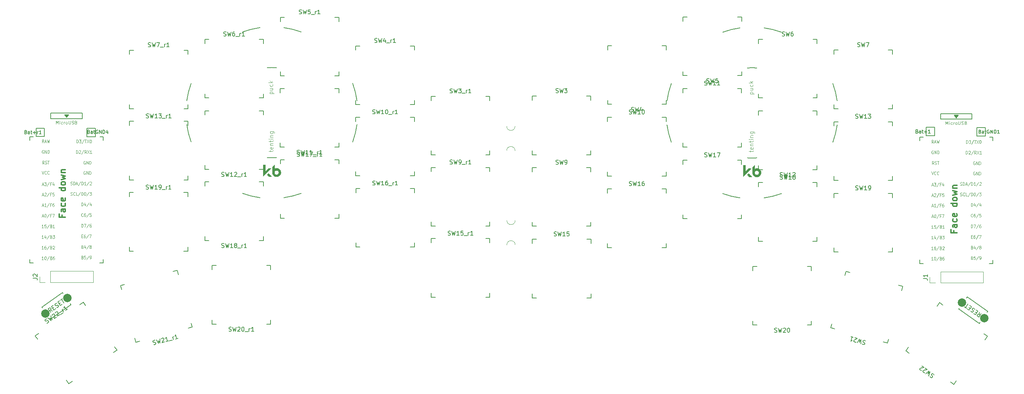
<source format=gbr>
%TF.GenerationSoftware,KiCad,Pcbnew,(6.0.5-0)*%
%TF.CreationDate,2022-12-11T16:32:45-08:00*%
%TF.ProjectId,Swept_3x5,53776570-745f-4337-9835-2e6b69636164,rev?*%
%TF.SameCoordinates,Original*%
%TF.FileFunction,Legend,Top*%
%TF.FilePolarity,Positive*%
%FSLAX46Y46*%
G04 Gerber Fmt 4.6, Leading zero omitted, Abs format (unit mm)*
G04 Created by KiCad (PCBNEW (6.0.5-0)) date 2022-12-11 16:32:45*
%MOMM*%
%LPD*%
G01*
G04 APERTURE LIST*
%ADD10C,0.300000*%
%ADD11C,0.125000*%
%ADD12C,0.120000*%
%ADD13C,0.150000*%
%ADD14C,0.100000*%
%ADD15C,0.200000*%
%ADD16C,0.010000*%
%ADD17C,2.000000*%
G04 APERTURE END LIST*
D10*
X238183658Y-71053290D02*
X238183658Y-71553290D01*
X238969372Y-71553290D02*
X237469372Y-71553290D01*
X237469372Y-70839004D01*
X238969372Y-69624718D02*
X238183658Y-69624718D01*
X238040801Y-69696147D01*
X237969372Y-69839004D01*
X237969372Y-70124718D01*
X238040801Y-70267575D01*
X238897943Y-69624718D02*
X238969372Y-69767575D01*
X238969372Y-70124718D01*
X238897943Y-70267575D01*
X238755086Y-70339004D01*
X238612229Y-70339004D01*
X238469372Y-70267575D01*
X238397943Y-70124718D01*
X238397943Y-69767575D01*
X238326515Y-69624718D01*
X238897943Y-68267575D02*
X238969372Y-68410433D01*
X238969372Y-68696147D01*
X238897943Y-68839004D01*
X238826515Y-68910433D01*
X238683658Y-68981861D01*
X238255086Y-68981861D01*
X238112229Y-68910433D01*
X238040801Y-68839004D01*
X237969372Y-68696147D01*
X237969372Y-68410433D01*
X238040801Y-68267575D01*
X238897943Y-67053290D02*
X238969372Y-67196147D01*
X238969372Y-67481861D01*
X238897943Y-67624718D01*
X238755086Y-67696147D01*
X238183658Y-67696147D01*
X238040801Y-67624718D01*
X237969372Y-67481861D01*
X237969372Y-67196147D01*
X238040801Y-67053290D01*
X238183658Y-66981861D01*
X238326515Y-66981861D01*
X238469372Y-67696147D01*
X238969372Y-64553290D02*
X237469372Y-64553290D01*
X238897943Y-64553290D02*
X238969372Y-64696147D01*
X238969372Y-64981861D01*
X238897943Y-65124718D01*
X238826515Y-65196147D01*
X238683658Y-65267575D01*
X238255086Y-65267575D01*
X238112229Y-65196147D01*
X238040801Y-65124718D01*
X237969372Y-64981861D01*
X237969372Y-64696147D01*
X238040801Y-64553290D01*
X238969372Y-63624718D02*
X238897943Y-63767575D01*
X238826515Y-63839004D01*
X238683658Y-63910433D01*
X238255086Y-63910433D01*
X238112229Y-63839004D01*
X238040801Y-63767575D01*
X237969372Y-63624718D01*
X237969372Y-63410433D01*
X238040801Y-63267575D01*
X238112229Y-63196147D01*
X238255086Y-63124718D01*
X238683658Y-63124718D01*
X238826515Y-63196147D01*
X238897943Y-63267575D01*
X238969372Y-63410433D01*
X238969372Y-63624718D01*
X237969372Y-62624718D02*
X238969372Y-62339004D01*
X238255086Y-62053290D01*
X238969372Y-61767575D01*
X237969372Y-61481861D01*
X237969372Y-60910433D02*
X238969372Y-60910433D01*
X238112229Y-60910433D02*
X238040801Y-60839004D01*
X237969372Y-60696147D01*
X237969372Y-60481861D01*
X238040801Y-60339004D01*
X238183658Y-60267575D01*
X238969372Y-60267575D01*
X25267457Y-67322057D02*
X25267457Y-67822057D01*
X26053171Y-67822057D02*
X24553171Y-67822057D01*
X24553171Y-67107771D01*
X26053171Y-65893485D02*
X25267457Y-65893485D01*
X25124600Y-65964914D01*
X25053171Y-66107771D01*
X25053171Y-66393485D01*
X25124600Y-66536342D01*
X25981742Y-65893485D02*
X26053171Y-66036342D01*
X26053171Y-66393485D01*
X25981742Y-66536342D01*
X25838885Y-66607771D01*
X25696028Y-66607771D01*
X25553171Y-66536342D01*
X25481742Y-66393485D01*
X25481742Y-66036342D01*
X25410314Y-65893485D01*
X25981742Y-64536342D02*
X26053171Y-64679200D01*
X26053171Y-64964914D01*
X25981742Y-65107771D01*
X25910314Y-65179200D01*
X25767457Y-65250628D01*
X25338885Y-65250628D01*
X25196028Y-65179200D01*
X25124600Y-65107771D01*
X25053171Y-64964914D01*
X25053171Y-64679200D01*
X25124600Y-64536342D01*
X25981742Y-63322057D02*
X26053171Y-63464914D01*
X26053171Y-63750628D01*
X25981742Y-63893485D01*
X25838885Y-63964914D01*
X25267457Y-63964914D01*
X25124600Y-63893485D01*
X25053171Y-63750628D01*
X25053171Y-63464914D01*
X25124600Y-63322057D01*
X25267457Y-63250628D01*
X25410314Y-63250628D01*
X25553171Y-63964914D01*
X26053171Y-60822057D02*
X24553171Y-60822057D01*
X25981742Y-60822057D02*
X26053171Y-60964914D01*
X26053171Y-61250628D01*
X25981742Y-61393485D01*
X25910314Y-61464914D01*
X25767457Y-61536342D01*
X25338885Y-61536342D01*
X25196028Y-61464914D01*
X25124600Y-61393485D01*
X25053171Y-61250628D01*
X25053171Y-60964914D01*
X25124600Y-60822057D01*
X26053171Y-59893485D02*
X25981742Y-60036342D01*
X25910314Y-60107771D01*
X25767457Y-60179200D01*
X25338885Y-60179200D01*
X25196028Y-60107771D01*
X25124600Y-60036342D01*
X25053171Y-59893485D01*
X25053171Y-59679200D01*
X25124600Y-59536342D01*
X25196028Y-59464914D01*
X25338885Y-59393485D01*
X25767457Y-59393485D01*
X25910314Y-59464914D01*
X25981742Y-59536342D01*
X26053171Y-59679200D01*
X26053171Y-59893485D01*
X25053171Y-58893485D02*
X26053171Y-58607771D01*
X25338885Y-58322057D01*
X26053171Y-58036342D01*
X25053171Y-57750628D01*
X25053171Y-57179200D02*
X26053171Y-57179200D01*
X25196028Y-57179200D02*
X25124600Y-57107771D01*
X25053171Y-56964914D01*
X25053171Y-56750628D01*
X25124600Y-56607771D01*
X25267457Y-56536342D01*
X26053171Y-56536342D01*
D11*
%TO.C,U1*%
X243213524Y-57050433D02*
X243149715Y-57014718D01*
X243054001Y-57014718D01*
X242958286Y-57050433D01*
X242894477Y-57121861D01*
X242862572Y-57193290D01*
X242830667Y-57336147D01*
X242830667Y-57443290D01*
X242862572Y-57586147D01*
X242894477Y-57657575D01*
X242958286Y-57729004D01*
X243054001Y-57764718D01*
X243117810Y-57764718D01*
X243213524Y-57729004D01*
X243245429Y-57693290D01*
X243245429Y-57443290D01*
X243117810Y-57443290D01*
X243532572Y-57764718D02*
X243532572Y-57014718D01*
X243915429Y-57764718D01*
X243915429Y-57014718D01*
X244234477Y-57764718D02*
X244234477Y-57014718D01*
X244394001Y-57014718D01*
X244489715Y-57050433D01*
X244553524Y-57121861D01*
X244585429Y-57193290D01*
X244617334Y-57336147D01*
X244617334Y-57443290D01*
X244585429Y-57586147D01*
X244553524Y-57657575D01*
X244489715Y-57729004D01*
X244394001Y-57764718D01*
X244234477Y-57764718D01*
X241185191Y-50214718D02*
X241185191Y-49464718D01*
X241344715Y-49464718D01*
X241440429Y-49500433D01*
X241504239Y-49571861D01*
X241536143Y-49643290D01*
X241568048Y-49786147D01*
X241568048Y-49893290D01*
X241536143Y-50036147D01*
X241504239Y-50107575D01*
X241440429Y-50179004D01*
X241344715Y-50214718D01*
X241185191Y-50214718D01*
X241791381Y-49464718D02*
X242206143Y-49464718D01*
X241982810Y-49750433D01*
X242078524Y-49750433D01*
X242142334Y-49786147D01*
X242174239Y-49821861D01*
X242206143Y-49893290D01*
X242206143Y-50071861D01*
X242174239Y-50143290D01*
X242142334Y-50179004D01*
X242078524Y-50214718D01*
X241887096Y-50214718D01*
X241823286Y-50179004D01*
X241791381Y-50143290D01*
X242971858Y-49429004D02*
X242397572Y-50393290D01*
X243099477Y-49464718D02*
X243482334Y-49464718D01*
X243290905Y-50214718D02*
X243290905Y-49464718D01*
X243641858Y-49464718D02*
X244088524Y-50214718D01*
X244088524Y-49464718D02*
X243641858Y-50214718D01*
X244471381Y-49464718D02*
X244535191Y-49464718D01*
X244599001Y-49500433D01*
X244630905Y-49536147D01*
X244662810Y-49607575D01*
X244694715Y-49750433D01*
X244694715Y-49929004D01*
X244662810Y-50071861D01*
X244630905Y-50143290D01*
X244599001Y-50179004D01*
X244535191Y-50214718D01*
X244471381Y-50214718D01*
X244407572Y-50179004D01*
X244375667Y-50143290D01*
X244343762Y-50071861D01*
X244311858Y-49929004D01*
X244311858Y-49750433D01*
X244343762Y-49607575D01*
X244375667Y-49536147D01*
X244407572Y-49500433D01*
X244471381Y-49464718D01*
X242341381Y-72521861D02*
X242564715Y-72521861D01*
X242660429Y-72914718D02*
X242341381Y-72914718D01*
X242341381Y-72164718D01*
X242660429Y-72164718D01*
X243234715Y-72164718D02*
X243107096Y-72164718D01*
X243043286Y-72200433D01*
X243011381Y-72236147D01*
X242947572Y-72343290D01*
X242915667Y-72486147D01*
X242915667Y-72771861D01*
X242947572Y-72843290D01*
X242979477Y-72879004D01*
X243043286Y-72914718D01*
X243170905Y-72914718D01*
X243234715Y-72879004D01*
X243266620Y-72843290D01*
X243298524Y-72771861D01*
X243298524Y-72593290D01*
X243266620Y-72521861D01*
X243234715Y-72486147D01*
X243170905Y-72450433D01*
X243043286Y-72450433D01*
X242979477Y-72486147D01*
X242947572Y-72521861D01*
X242915667Y-72593290D01*
X244064239Y-72129004D02*
X243489953Y-73093290D01*
X244223762Y-72164718D02*
X244670429Y-72164718D01*
X244383286Y-72914718D01*
X241105429Y-52764718D02*
X241105429Y-52014718D01*
X241264953Y-52014718D01*
X241360667Y-52050433D01*
X241424477Y-52121861D01*
X241456381Y-52193290D01*
X241488286Y-52336147D01*
X241488286Y-52443290D01*
X241456381Y-52586147D01*
X241424477Y-52657575D01*
X241360667Y-52729004D01*
X241264953Y-52764718D01*
X241105429Y-52764718D01*
X241743524Y-52086147D02*
X241775429Y-52050433D01*
X241839239Y-52014718D01*
X241998762Y-52014718D01*
X242062572Y-52050433D01*
X242094477Y-52086147D01*
X242126381Y-52157575D01*
X242126381Y-52229004D01*
X242094477Y-52336147D01*
X241711620Y-52764718D01*
X242126381Y-52764718D01*
X242892096Y-51979004D02*
X242317810Y-52943290D01*
X243498286Y-52764718D02*
X243274953Y-52407575D01*
X243115429Y-52764718D02*
X243115429Y-52014718D01*
X243370667Y-52014718D01*
X243434477Y-52050433D01*
X243466381Y-52086147D01*
X243498286Y-52157575D01*
X243498286Y-52264718D01*
X243466381Y-52336147D01*
X243434477Y-52371861D01*
X243370667Y-52407575D01*
X243115429Y-52407575D01*
X243721620Y-52014718D02*
X244168286Y-52764718D01*
X244168286Y-52014718D02*
X243721620Y-52764718D01*
X244774477Y-52764718D02*
X244391620Y-52764718D01*
X244583048Y-52764718D02*
X244583048Y-52014718D01*
X244519239Y-52121861D01*
X244455429Y-52193290D01*
X244391620Y-52229004D01*
X242309477Y-65264718D02*
X242309477Y-64514718D01*
X242469001Y-64514718D01*
X242564715Y-64550433D01*
X242628524Y-64621861D01*
X242660429Y-64693290D01*
X242692334Y-64836147D01*
X242692334Y-64943290D01*
X242660429Y-65086147D01*
X242628524Y-65157575D01*
X242564715Y-65229004D01*
X242469001Y-65264718D01*
X242309477Y-65264718D01*
X243266620Y-64764718D02*
X243266620Y-65264718D01*
X243107096Y-64479004D02*
X242947572Y-65014718D01*
X243362334Y-65014718D01*
X244096143Y-64479004D02*
X243521858Y-65443290D01*
X244606620Y-64764718D02*
X244606620Y-65264718D01*
X244447096Y-64479004D02*
X244287572Y-65014718D01*
X244702334Y-65014718D01*
X239735429Y-60229004D02*
X239831143Y-60264718D01*
X239990667Y-60264718D01*
X240054477Y-60229004D01*
X240086381Y-60193290D01*
X240118286Y-60121861D01*
X240118286Y-60050433D01*
X240086381Y-59979004D01*
X240054477Y-59943290D01*
X239990667Y-59907575D01*
X239863048Y-59871861D01*
X239799239Y-59836147D01*
X239767334Y-59800433D01*
X239735429Y-59729004D01*
X239735429Y-59657575D01*
X239767334Y-59586147D01*
X239799239Y-59550433D01*
X239863048Y-59514718D01*
X240022572Y-59514718D01*
X240118286Y-59550433D01*
X240405429Y-60264718D02*
X240405429Y-59514718D01*
X240564953Y-59514718D01*
X240660667Y-59550433D01*
X240724477Y-59621861D01*
X240756381Y-59693290D01*
X240788286Y-59836147D01*
X240788286Y-59943290D01*
X240756381Y-60086147D01*
X240724477Y-60157575D01*
X240660667Y-60229004D01*
X240564953Y-60264718D01*
X240405429Y-60264718D01*
X241043524Y-60050433D02*
X241362572Y-60050433D01*
X240979715Y-60264718D02*
X241203048Y-59514718D01*
X241426381Y-60264718D01*
X242128286Y-59479004D02*
X241554001Y-60443290D01*
X242351620Y-60264718D02*
X242351620Y-59514718D01*
X242511143Y-59514718D01*
X242606858Y-59550433D01*
X242670667Y-59621861D01*
X242702572Y-59693290D01*
X242734477Y-59836147D01*
X242734477Y-59943290D01*
X242702572Y-60086147D01*
X242670667Y-60157575D01*
X242606858Y-60229004D01*
X242511143Y-60264718D01*
X242351620Y-60264718D01*
X243372572Y-60264718D02*
X242989715Y-60264718D01*
X243181143Y-60264718D02*
X243181143Y-59514718D01*
X243117334Y-59621861D01*
X243053524Y-59693290D01*
X242989715Y-59729004D01*
X244138286Y-59479004D02*
X243564001Y-60443290D01*
X244329715Y-59586147D02*
X244361620Y-59550433D01*
X244425429Y-59514718D01*
X244584953Y-59514718D01*
X244648762Y-59550433D01*
X244680667Y-59586147D01*
X244712572Y-59657575D01*
X244712572Y-59729004D01*
X244680667Y-59836147D01*
X244297810Y-60264718D01*
X244712572Y-60264718D01*
X232938286Y-60200433D02*
X233257334Y-60200433D01*
X232874477Y-60414718D02*
X233097810Y-59664718D01*
X233321143Y-60414718D01*
X233480667Y-59664718D02*
X233895429Y-59664718D01*
X233672096Y-59950433D01*
X233767810Y-59950433D01*
X233831620Y-59986147D01*
X233863524Y-60021861D01*
X233895429Y-60093290D01*
X233895429Y-60271861D01*
X233863524Y-60343290D01*
X233831620Y-60379004D01*
X233767810Y-60414718D01*
X233576381Y-60414718D01*
X233512572Y-60379004D01*
X233480667Y-60343290D01*
X234661143Y-59629004D02*
X234086858Y-60593290D01*
X235107810Y-60021861D02*
X234884477Y-60021861D01*
X234884477Y-60414718D02*
X234884477Y-59664718D01*
X235203524Y-59664718D01*
X235745905Y-59914718D02*
X235745905Y-60414718D01*
X235586381Y-59629004D02*
X235426858Y-60164718D01*
X235841620Y-60164718D01*
X242532810Y-75071861D02*
X242628524Y-75107575D01*
X242660429Y-75143290D01*
X242692334Y-75214718D01*
X242692334Y-75321861D01*
X242660429Y-75393290D01*
X242628524Y-75429004D01*
X242564715Y-75464718D01*
X242309477Y-75464718D01*
X242309477Y-74714718D01*
X242532810Y-74714718D01*
X242596620Y-74750433D01*
X242628524Y-74786147D01*
X242660429Y-74857575D01*
X242660429Y-74929004D01*
X242628524Y-75000433D01*
X242596620Y-75036147D01*
X242532810Y-75071861D01*
X242309477Y-75071861D01*
X243266620Y-74964718D02*
X243266620Y-75464718D01*
X243107096Y-74679004D02*
X242947572Y-75214718D01*
X243362334Y-75214718D01*
X244096143Y-74679004D02*
X243521858Y-75643290D01*
X244415191Y-75036147D02*
X244351381Y-75000433D01*
X244319477Y-74964718D01*
X244287572Y-74893290D01*
X244287572Y-74857575D01*
X244319477Y-74786147D01*
X244351381Y-74750433D01*
X244415191Y-74714718D01*
X244542810Y-74714718D01*
X244606620Y-74750433D01*
X244638524Y-74786147D01*
X244670429Y-74857575D01*
X244670429Y-74893290D01*
X244638524Y-74964718D01*
X244606620Y-75000433D01*
X244542810Y-75036147D01*
X244415191Y-75036147D01*
X244351381Y-75071861D01*
X244319477Y-75107575D01*
X244287572Y-75179004D01*
X244287572Y-75321861D01*
X244319477Y-75393290D01*
X244351381Y-75429004D01*
X244415191Y-75464718D01*
X244542810Y-75464718D01*
X244606620Y-75429004D01*
X244638524Y-75393290D01*
X244670429Y-75321861D01*
X244670429Y-75179004D01*
X244638524Y-75107575D01*
X244606620Y-75071861D01*
X244542810Y-75036147D01*
D12*
X236272572Y-45714718D02*
X236272572Y-44964718D01*
X236522572Y-45500433D01*
X236772572Y-44964718D01*
X236772572Y-45714718D01*
X237129715Y-45714718D02*
X237129715Y-45214718D01*
X237129715Y-44964718D02*
X237094001Y-45000433D01*
X237129715Y-45036147D01*
X237165429Y-45000433D01*
X237129715Y-44964718D01*
X237129715Y-45036147D01*
X237808286Y-45679004D02*
X237736858Y-45714718D01*
X237594001Y-45714718D01*
X237522572Y-45679004D01*
X237486858Y-45643290D01*
X237451143Y-45571861D01*
X237451143Y-45357575D01*
X237486858Y-45286147D01*
X237522572Y-45250433D01*
X237594001Y-45214718D01*
X237736858Y-45214718D01*
X237808286Y-45250433D01*
X238129715Y-45714718D02*
X238129715Y-45214718D01*
X238129715Y-45357575D02*
X238165429Y-45286147D01*
X238201143Y-45250433D01*
X238272572Y-45214718D01*
X238344001Y-45214718D01*
X238701143Y-45714718D02*
X238629715Y-45679004D01*
X238594001Y-45643290D01*
X238558286Y-45571861D01*
X238558286Y-45357575D01*
X238594001Y-45286147D01*
X238629715Y-45250433D01*
X238701143Y-45214718D01*
X238808286Y-45214718D01*
X238879715Y-45250433D01*
X238915429Y-45286147D01*
X238951143Y-45357575D01*
X238951143Y-45571861D01*
X238915429Y-45643290D01*
X238879715Y-45679004D01*
X238808286Y-45714718D01*
X238701143Y-45714718D01*
X239272572Y-44964718D02*
X239272572Y-45571861D01*
X239308286Y-45643290D01*
X239344001Y-45679004D01*
X239415429Y-45714718D01*
X239558286Y-45714718D01*
X239629715Y-45679004D01*
X239665429Y-45643290D01*
X239701143Y-45571861D01*
X239701143Y-44964718D01*
X240022572Y-45679004D02*
X240129715Y-45714718D01*
X240308286Y-45714718D01*
X240379715Y-45679004D01*
X240415429Y-45643290D01*
X240451143Y-45571861D01*
X240451143Y-45500433D01*
X240415429Y-45429004D01*
X240379715Y-45393290D01*
X240308286Y-45357575D01*
X240165429Y-45321861D01*
X240094001Y-45286147D01*
X240058286Y-45250433D01*
X240022572Y-45179004D01*
X240022572Y-45107575D01*
X240058286Y-45036147D01*
X240094001Y-45000433D01*
X240165429Y-44964718D01*
X240344001Y-44964718D01*
X240451143Y-45000433D01*
X241022572Y-45321861D02*
X241129715Y-45357575D01*
X241165429Y-45393290D01*
X241201143Y-45464718D01*
X241201143Y-45571861D01*
X241165429Y-45643290D01*
X241129715Y-45679004D01*
X241058286Y-45714718D01*
X240772572Y-45714718D01*
X240772572Y-44964718D01*
X241022572Y-44964718D01*
X241094001Y-45000433D01*
X241129715Y-45036147D01*
X241165429Y-45107575D01*
X241165429Y-45179004D01*
X241129715Y-45250433D01*
X241094001Y-45286147D01*
X241022572Y-45321861D01*
X240772572Y-45321861D01*
X236272572Y-45714718D02*
X236272572Y-44964718D01*
X236522572Y-45500433D01*
X236772572Y-44964718D01*
X236772572Y-45714718D01*
X237129715Y-45714718D02*
X237129715Y-45214718D01*
X237129715Y-44964718D02*
X237094001Y-45000433D01*
X237129715Y-45036147D01*
X237165429Y-45000433D01*
X237129715Y-44964718D01*
X237129715Y-45036147D01*
X237808286Y-45679004D02*
X237736858Y-45714718D01*
X237594001Y-45714718D01*
X237522572Y-45679004D01*
X237486858Y-45643290D01*
X237451143Y-45571861D01*
X237451143Y-45357575D01*
X237486858Y-45286147D01*
X237522572Y-45250433D01*
X237594001Y-45214718D01*
X237736858Y-45214718D01*
X237808286Y-45250433D01*
X238129715Y-45714718D02*
X238129715Y-45214718D01*
X238129715Y-45357575D02*
X238165429Y-45286147D01*
X238201143Y-45250433D01*
X238272572Y-45214718D01*
X238344001Y-45214718D01*
X238701143Y-45714718D02*
X238629715Y-45679004D01*
X238594001Y-45643290D01*
X238558286Y-45571861D01*
X238558286Y-45357575D01*
X238594001Y-45286147D01*
X238629715Y-45250433D01*
X238701143Y-45214718D01*
X238808286Y-45214718D01*
X238879715Y-45250433D01*
X238915429Y-45286147D01*
X238951143Y-45357575D01*
X238951143Y-45571861D01*
X238915429Y-45643290D01*
X238879715Y-45679004D01*
X238808286Y-45714718D01*
X238701143Y-45714718D01*
X239272572Y-44964718D02*
X239272572Y-45571861D01*
X239308286Y-45643290D01*
X239344001Y-45679004D01*
X239415429Y-45714718D01*
X239558286Y-45714718D01*
X239629715Y-45679004D01*
X239665429Y-45643290D01*
X239701143Y-45571861D01*
X239701143Y-44964718D01*
X240022572Y-45679004D02*
X240129715Y-45714718D01*
X240308286Y-45714718D01*
X240379715Y-45679004D01*
X240415429Y-45643290D01*
X240451143Y-45571861D01*
X240451143Y-45500433D01*
X240415429Y-45429004D01*
X240379715Y-45393290D01*
X240308286Y-45357575D01*
X240165429Y-45321861D01*
X240094001Y-45286147D01*
X240058286Y-45250433D01*
X240022572Y-45179004D01*
X240022572Y-45107575D01*
X240058286Y-45036147D01*
X240094001Y-45000433D01*
X240165429Y-44964718D01*
X240344001Y-44964718D01*
X240451143Y-45000433D01*
X241022572Y-45321861D02*
X241129715Y-45357575D01*
X241165429Y-45393290D01*
X241201143Y-45464718D01*
X241201143Y-45571861D01*
X241165429Y-45643290D01*
X241129715Y-45679004D01*
X241058286Y-45714718D01*
X240772572Y-45714718D01*
X240772572Y-44964718D01*
X241022572Y-44964718D01*
X241094001Y-45000433D01*
X241129715Y-45036147D01*
X241165429Y-45107575D01*
X241165429Y-45179004D01*
X241129715Y-45250433D01*
X241094001Y-45286147D01*
X241022572Y-45321861D01*
X240772572Y-45321861D01*
D11*
X232938286Y-65200433D02*
X233257334Y-65200433D01*
X232874477Y-65414718D02*
X233097810Y-64664718D01*
X233321143Y-65414718D01*
X233895429Y-65414718D02*
X233512572Y-65414718D01*
X233704001Y-65414718D02*
X233704001Y-64664718D01*
X233640191Y-64771861D01*
X233576381Y-64843290D01*
X233512572Y-64879004D01*
X234661143Y-64629004D02*
X234086858Y-65593290D01*
X235107810Y-65021861D02*
X234884477Y-65021861D01*
X234884477Y-65414718D02*
X234884477Y-64664718D01*
X235203524Y-64664718D01*
X235745905Y-64664718D02*
X235618286Y-64664718D01*
X235554477Y-64700433D01*
X235522572Y-64736147D01*
X235458762Y-64843290D01*
X235426858Y-64986147D01*
X235426858Y-65271861D01*
X235458762Y-65343290D01*
X235490667Y-65379004D01*
X235554477Y-65414718D01*
X235682096Y-65414718D01*
X235745905Y-65379004D01*
X235777810Y-65343290D01*
X235809715Y-65271861D01*
X235809715Y-65093290D01*
X235777810Y-65021861D01*
X235745905Y-64986147D01*
X235682096Y-64950433D01*
X235554477Y-64950433D01*
X235490667Y-64986147D01*
X235458762Y-65021861D01*
X235426858Y-65093290D01*
X233241381Y-70514718D02*
X232858524Y-70514718D01*
X233049953Y-70514718D02*
X233049953Y-69764718D01*
X232986143Y-69871861D01*
X232922334Y-69943290D01*
X232858524Y-69979004D01*
X233847572Y-69764718D02*
X233528524Y-69764718D01*
X233496620Y-70121861D01*
X233528524Y-70086147D01*
X233592334Y-70050433D01*
X233751858Y-70050433D01*
X233815667Y-70086147D01*
X233847572Y-70121861D01*
X233879477Y-70193290D01*
X233879477Y-70371861D01*
X233847572Y-70443290D01*
X233815667Y-70479004D01*
X233751858Y-70514718D01*
X233592334Y-70514718D01*
X233528524Y-70479004D01*
X233496620Y-70443290D01*
X234645191Y-69729004D02*
X234070905Y-70693290D01*
X235091858Y-70121861D02*
X235187572Y-70157575D01*
X235219477Y-70193290D01*
X235251381Y-70264718D01*
X235251381Y-70371861D01*
X235219477Y-70443290D01*
X235187572Y-70479004D01*
X235123762Y-70514718D01*
X234868524Y-70514718D01*
X234868524Y-69764718D01*
X235091858Y-69764718D01*
X235155667Y-69800433D01*
X235187572Y-69836147D01*
X235219477Y-69907575D01*
X235219477Y-69979004D01*
X235187572Y-70050433D01*
X235155667Y-70086147D01*
X235091858Y-70121861D01*
X234868524Y-70121861D01*
X235889477Y-70514718D02*
X235506620Y-70514718D01*
X235698048Y-70514718D02*
X235698048Y-69764718D01*
X235634239Y-69871861D01*
X235570429Y-69943290D01*
X235506620Y-69979004D01*
X243213524Y-54600433D02*
X243149715Y-54564718D01*
X243054001Y-54564718D01*
X242958286Y-54600433D01*
X242894477Y-54671861D01*
X242862572Y-54743290D01*
X242830667Y-54886147D01*
X242830667Y-54993290D01*
X242862572Y-55136147D01*
X242894477Y-55207575D01*
X242958286Y-55279004D01*
X243054001Y-55314718D01*
X243117810Y-55314718D01*
X243213524Y-55279004D01*
X243245429Y-55243290D01*
X243245429Y-54993290D01*
X243117810Y-54993290D01*
X243532572Y-55314718D02*
X243532572Y-54564718D01*
X243915429Y-55314718D01*
X243915429Y-54564718D01*
X244234477Y-55314718D02*
X244234477Y-54564718D01*
X244394001Y-54564718D01*
X244489715Y-54600433D01*
X244553524Y-54671861D01*
X244585429Y-54743290D01*
X244617334Y-54886147D01*
X244617334Y-54993290D01*
X244585429Y-55136147D01*
X244553524Y-55207575D01*
X244489715Y-55279004D01*
X244394001Y-55314718D01*
X244234477Y-55314718D01*
X242309477Y-70364718D02*
X242309477Y-69614718D01*
X242469001Y-69614718D01*
X242564715Y-69650433D01*
X242628524Y-69721861D01*
X242660429Y-69793290D01*
X242692334Y-69936147D01*
X242692334Y-70043290D01*
X242660429Y-70186147D01*
X242628524Y-70257575D01*
X242564715Y-70329004D01*
X242469001Y-70364718D01*
X242309477Y-70364718D01*
X242915667Y-69614718D02*
X243362334Y-69614718D01*
X243075191Y-70364718D01*
X244096143Y-69579004D02*
X243521858Y-70543290D01*
X244606620Y-69614718D02*
X244479001Y-69614718D01*
X244415191Y-69650433D01*
X244383286Y-69686147D01*
X244319477Y-69793290D01*
X244287572Y-69936147D01*
X244287572Y-70221861D01*
X244319477Y-70293290D01*
X244351381Y-70329004D01*
X244415191Y-70364718D01*
X244542810Y-70364718D01*
X244606620Y-70329004D01*
X244638524Y-70293290D01*
X244670429Y-70221861D01*
X244670429Y-70043290D01*
X244638524Y-69971861D01*
X244606620Y-69936147D01*
X244542810Y-69900433D01*
X244415191Y-69900433D01*
X244351381Y-69936147D01*
X244319477Y-69971861D01*
X244287572Y-70043290D01*
X233241381Y-75614718D02*
X232858524Y-75614718D01*
X233049953Y-75614718D02*
X233049953Y-74864718D01*
X232986143Y-74971861D01*
X232922334Y-75043290D01*
X232858524Y-75079004D01*
X233815667Y-74864718D02*
X233688048Y-74864718D01*
X233624239Y-74900433D01*
X233592334Y-74936147D01*
X233528524Y-75043290D01*
X233496620Y-75186147D01*
X233496620Y-75471861D01*
X233528524Y-75543290D01*
X233560429Y-75579004D01*
X233624239Y-75614718D01*
X233751858Y-75614718D01*
X233815667Y-75579004D01*
X233847572Y-75543290D01*
X233879477Y-75471861D01*
X233879477Y-75293290D01*
X233847572Y-75221861D01*
X233815667Y-75186147D01*
X233751858Y-75150433D01*
X233624239Y-75150433D01*
X233560429Y-75186147D01*
X233528524Y-75221861D01*
X233496620Y-75293290D01*
X234645191Y-74829004D02*
X234070905Y-75793290D01*
X235091858Y-75221861D02*
X235187572Y-75257575D01*
X235219477Y-75293290D01*
X235251381Y-75364718D01*
X235251381Y-75471861D01*
X235219477Y-75543290D01*
X235187572Y-75579004D01*
X235123762Y-75614718D01*
X234868524Y-75614718D01*
X234868524Y-74864718D01*
X235091858Y-74864718D01*
X235155667Y-74900433D01*
X235187572Y-74936147D01*
X235219477Y-75007575D01*
X235219477Y-75079004D01*
X235187572Y-75150433D01*
X235155667Y-75186147D01*
X235091858Y-75221861D01*
X234868524Y-75221861D01*
X235506620Y-74936147D02*
X235538524Y-74900433D01*
X235602334Y-74864718D01*
X235761858Y-74864718D01*
X235825667Y-74900433D01*
X235857572Y-74936147D01*
X235889477Y-75007575D01*
X235889477Y-75079004D01*
X235857572Y-75186147D01*
X235474715Y-75614718D01*
X235889477Y-75614718D01*
X242692334Y-67743290D02*
X242660429Y-67779004D01*
X242564715Y-67814718D01*
X242500905Y-67814718D01*
X242405191Y-67779004D01*
X242341381Y-67707575D01*
X242309477Y-67636147D01*
X242277572Y-67493290D01*
X242277572Y-67386147D01*
X242309477Y-67243290D01*
X242341381Y-67171861D01*
X242405191Y-67100433D01*
X242500905Y-67064718D01*
X242564715Y-67064718D01*
X242660429Y-67100433D01*
X242692334Y-67136147D01*
X243266620Y-67064718D02*
X243139001Y-67064718D01*
X243075191Y-67100433D01*
X243043286Y-67136147D01*
X242979477Y-67243290D01*
X242947572Y-67386147D01*
X242947572Y-67671861D01*
X242979477Y-67743290D01*
X243011381Y-67779004D01*
X243075191Y-67814718D01*
X243202810Y-67814718D01*
X243266620Y-67779004D01*
X243298524Y-67743290D01*
X243330429Y-67671861D01*
X243330429Y-67493290D01*
X243298524Y-67421861D01*
X243266620Y-67386147D01*
X243202810Y-67350433D01*
X243075191Y-67350433D01*
X243011381Y-67386147D01*
X242979477Y-67421861D01*
X242947572Y-67493290D01*
X244096143Y-67029004D02*
X243521858Y-67993290D01*
X244638524Y-67064718D02*
X244319477Y-67064718D01*
X244287572Y-67421861D01*
X244319477Y-67386147D01*
X244383286Y-67350433D01*
X244542810Y-67350433D01*
X244606620Y-67386147D01*
X244638524Y-67421861D01*
X244670429Y-67493290D01*
X244670429Y-67671861D01*
X244638524Y-67743290D01*
X244606620Y-67779004D01*
X244542810Y-67814718D01*
X244383286Y-67814718D01*
X244319477Y-67779004D01*
X244287572Y-67743290D01*
X233407096Y-55264718D02*
X233183762Y-54907575D01*
X233024239Y-55264718D02*
X233024239Y-54514718D01*
X233279477Y-54514718D01*
X233343286Y-54550433D01*
X233375191Y-54586147D01*
X233407096Y-54657575D01*
X233407096Y-54764718D01*
X233375191Y-54836147D01*
X233343286Y-54871861D01*
X233279477Y-54907575D01*
X233024239Y-54907575D01*
X233662334Y-55229004D02*
X233758048Y-55264718D01*
X233917572Y-55264718D01*
X233981381Y-55229004D01*
X234013286Y-55193290D01*
X234045191Y-55121861D01*
X234045191Y-55050433D01*
X234013286Y-54979004D01*
X233981381Y-54943290D01*
X233917572Y-54907575D01*
X233789953Y-54871861D01*
X233726143Y-54836147D01*
X233694239Y-54800433D01*
X233662334Y-54729004D01*
X233662334Y-54657575D01*
X233694239Y-54586147D01*
X233726143Y-54550433D01*
X233789953Y-54514718D01*
X233949477Y-54514718D01*
X234045191Y-54550433D01*
X234236620Y-54514718D02*
X234619477Y-54514718D01*
X234428048Y-55264718D02*
X234428048Y-54514718D01*
X232880667Y-56964718D02*
X233104001Y-57714718D01*
X233327334Y-56964718D01*
X233933524Y-57643290D02*
X233901620Y-57679004D01*
X233805905Y-57714718D01*
X233742096Y-57714718D01*
X233646381Y-57679004D01*
X233582572Y-57607575D01*
X233550667Y-57536147D01*
X233518762Y-57393290D01*
X233518762Y-57286147D01*
X233550667Y-57143290D01*
X233582572Y-57071861D01*
X233646381Y-57000433D01*
X233742096Y-56964718D01*
X233805905Y-56964718D01*
X233901620Y-57000433D01*
X233933524Y-57036147D01*
X234603524Y-57643290D02*
X234571620Y-57679004D01*
X234475905Y-57714718D01*
X234412096Y-57714718D01*
X234316381Y-57679004D01*
X234252572Y-57607575D01*
X234220667Y-57536147D01*
X234188762Y-57393290D01*
X234188762Y-57286147D01*
X234220667Y-57143290D01*
X234252572Y-57071861D01*
X234316381Y-57000433D01*
X234412096Y-56964718D01*
X234475905Y-56964718D01*
X234571620Y-57000433D01*
X234603524Y-57036147D01*
X232938286Y-62700433D02*
X233257334Y-62700433D01*
X232874477Y-62914718D02*
X233097810Y-62164718D01*
X233321143Y-62914718D01*
X233512572Y-62236147D02*
X233544477Y-62200433D01*
X233608286Y-62164718D01*
X233767810Y-62164718D01*
X233831620Y-62200433D01*
X233863524Y-62236147D01*
X233895429Y-62307575D01*
X233895429Y-62379004D01*
X233863524Y-62486147D01*
X233480667Y-62914718D01*
X233895429Y-62914718D01*
X234661143Y-62129004D02*
X234086858Y-63093290D01*
X235107810Y-62521861D02*
X234884477Y-62521861D01*
X234884477Y-62914718D02*
X234884477Y-62164718D01*
X235203524Y-62164718D01*
X235777810Y-62164718D02*
X235458762Y-62164718D01*
X235426858Y-62521861D01*
X235458762Y-62486147D01*
X235522572Y-62450433D01*
X235682096Y-62450433D01*
X235745905Y-62486147D01*
X235777810Y-62521861D01*
X235809715Y-62593290D01*
X235809715Y-62771861D01*
X235777810Y-62843290D01*
X235745905Y-62879004D01*
X235682096Y-62914718D01*
X235522572Y-62914718D01*
X235458762Y-62879004D01*
X235426858Y-62843290D01*
X233311381Y-50164718D02*
X233088048Y-49807575D01*
X232928524Y-50164718D02*
X232928524Y-49414718D01*
X233183762Y-49414718D01*
X233247572Y-49450433D01*
X233279477Y-49486147D01*
X233311381Y-49557575D01*
X233311381Y-49664718D01*
X233279477Y-49736147D01*
X233247572Y-49771861D01*
X233183762Y-49807575D01*
X232928524Y-49807575D01*
X233566620Y-49950433D02*
X233885667Y-49950433D01*
X233502810Y-50164718D02*
X233726143Y-49414718D01*
X233949477Y-50164718D01*
X234109001Y-49414718D02*
X234268524Y-50164718D01*
X234396143Y-49629004D01*
X234523762Y-50164718D01*
X234683286Y-49414718D01*
X233241381Y-78114718D02*
X232858524Y-78114718D01*
X233049953Y-78114718D02*
X233049953Y-77364718D01*
X232986143Y-77471861D01*
X232922334Y-77543290D01*
X232858524Y-77579004D01*
X233656143Y-77364718D02*
X233719953Y-77364718D01*
X233783762Y-77400433D01*
X233815667Y-77436147D01*
X233847572Y-77507575D01*
X233879477Y-77650433D01*
X233879477Y-77829004D01*
X233847572Y-77971861D01*
X233815667Y-78043290D01*
X233783762Y-78079004D01*
X233719953Y-78114718D01*
X233656143Y-78114718D01*
X233592334Y-78079004D01*
X233560429Y-78043290D01*
X233528524Y-77971861D01*
X233496620Y-77829004D01*
X233496620Y-77650433D01*
X233528524Y-77507575D01*
X233560429Y-77436147D01*
X233592334Y-77400433D01*
X233656143Y-77364718D01*
X234645191Y-77329004D02*
X234070905Y-78293290D01*
X235091858Y-77721861D02*
X235187572Y-77757575D01*
X235219477Y-77793290D01*
X235251381Y-77864718D01*
X235251381Y-77971861D01*
X235219477Y-78043290D01*
X235187572Y-78079004D01*
X235123762Y-78114718D01*
X234868524Y-78114718D01*
X234868524Y-77364718D01*
X235091858Y-77364718D01*
X235155667Y-77400433D01*
X235187572Y-77436147D01*
X235219477Y-77507575D01*
X235219477Y-77579004D01*
X235187572Y-77650433D01*
X235155667Y-77686147D01*
X235091858Y-77721861D01*
X234868524Y-77721861D01*
X235825667Y-77364718D02*
X235698048Y-77364718D01*
X235634239Y-77400433D01*
X235602334Y-77436147D01*
X235538524Y-77543290D01*
X235506620Y-77686147D01*
X235506620Y-77971861D01*
X235538524Y-78043290D01*
X235570429Y-78079004D01*
X235634239Y-78114718D01*
X235761858Y-78114718D01*
X235825667Y-78079004D01*
X235857572Y-78043290D01*
X235889477Y-77971861D01*
X235889477Y-77793290D01*
X235857572Y-77721861D01*
X235825667Y-77686147D01*
X235761858Y-77650433D01*
X235634239Y-77650433D01*
X235570429Y-77686147D01*
X235538524Y-77721861D01*
X235506620Y-77793290D01*
X232938286Y-67750433D02*
X233257334Y-67750433D01*
X232874477Y-67964718D02*
X233097810Y-67214718D01*
X233321143Y-67964718D01*
X233672096Y-67214718D02*
X233735905Y-67214718D01*
X233799715Y-67250433D01*
X233831620Y-67286147D01*
X233863524Y-67357575D01*
X233895429Y-67500433D01*
X233895429Y-67679004D01*
X233863524Y-67821861D01*
X233831620Y-67893290D01*
X233799715Y-67929004D01*
X233735905Y-67964718D01*
X233672096Y-67964718D01*
X233608286Y-67929004D01*
X233576381Y-67893290D01*
X233544477Y-67821861D01*
X233512572Y-67679004D01*
X233512572Y-67500433D01*
X233544477Y-67357575D01*
X233576381Y-67286147D01*
X233608286Y-67250433D01*
X233672096Y-67214718D01*
X234661143Y-67179004D02*
X234086858Y-68143290D01*
X235107810Y-67571861D02*
X234884477Y-67571861D01*
X234884477Y-67964718D02*
X234884477Y-67214718D01*
X235203524Y-67214718D01*
X235394953Y-67214718D02*
X235841620Y-67214718D01*
X235554477Y-67964718D01*
X239751381Y-62729004D02*
X239847096Y-62764718D01*
X240006620Y-62764718D01*
X240070429Y-62729004D01*
X240102334Y-62693290D01*
X240134239Y-62621861D01*
X240134239Y-62550433D01*
X240102334Y-62479004D01*
X240070429Y-62443290D01*
X240006620Y-62407575D01*
X239879001Y-62371861D01*
X239815191Y-62336147D01*
X239783286Y-62300433D01*
X239751381Y-62229004D01*
X239751381Y-62157575D01*
X239783286Y-62086147D01*
X239815191Y-62050433D01*
X239879001Y-62014718D01*
X240038524Y-62014718D01*
X240134239Y-62050433D01*
X240804239Y-62693290D02*
X240772334Y-62729004D01*
X240676620Y-62764718D01*
X240612810Y-62764718D01*
X240517096Y-62729004D01*
X240453286Y-62657575D01*
X240421381Y-62586147D01*
X240389477Y-62443290D01*
X240389477Y-62336147D01*
X240421381Y-62193290D01*
X240453286Y-62121861D01*
X240517096Y-62050433D01*
X240612810Y-62014718D01*
X240676620Y-62014718D01*
X240772334Y-62050433D01*
X240804239Y-62086147D01*
X241410429Y-62764718D02*
X241091381Y-62764718D01*
X241091381Y-62014718D01*
X242112334Y-61979004D02*
X241538048Y-62943290D01*
X242335667Y-62764718D02*
X242335667Y-62014718D01*
X242495191Y-62014718D01*
X242590905Y-62050433D01*
X242654715Y-62121861D01*
X242686620Y-62193290D01*
X242718524Y-62336147D01*
X242718524Y-62443290D01*
X242686620Y-62586147D01*
X242654715Y-62657575D01*
X242590905Y-62729004D01*
X242495191Y-62764718D01*
X242335667Y-62764718D01*
X243133286Y-62014718D02*
X243197096Y-62014718D01*
X243260905Y-62050433D01*
X243292810Y-62086147D01*
X243324715Y-62157575D01*
X243356620Y-62300433D01*
X243356620Y-62479004D01*
X243324715Y-62621861D01*
X243292810Y-62693290D01*
X243260905Y-62729004D01*
X243197096Y-62764718D01*
X243133286Y-62764718D01*
X243069477Y-62729004D01*
X243037572Y-62693290D01*
X243005667Y-62621861D01*
X242973762Y-62479004D01*
X242973762Y-62300433D01*
X243005667Y-62157575D01*
X243037572Y-62086147D01*
X243069477Y-62050433D01*
X243133286Y-62014718D01*
X244122334Y-61979004D02*
X243548048Y-62943290D01*
X244281858Y-62014718D02*
X244696620Y-62014718D01*
X244473286Y-62300433D01*
X244569001Y-62300433D01*
X244632810Y-62336147D01*
X244664715Y-62371861D01*
X244696620Y-62443290D01*
X244696620Y-62621861D01*
X244664715Y-62693290D01*
X244632810Y-62729004D01*
X244569001Y-62764718D01*
X244377572Y-62764718D01*
X244313762Y-62729004D01*
X244281858Y-62693290D01*
X242532810Y-77571861D02*
X242628524Y-77607575D01*
X242660429Y-77643290D01*
X242692334Y-77714718D01*
X242692334Y-77821861D01*
X242660429Y-77893290D01*
X242628524Y-77929004D01*
X242564715Y-77964718D01*
X242309477Y-77964718D01*
X242309477Y-77214718D01*
X242532810Y-77214718D01*
X242596620Y-77250433D01*
X242628524Y-77286147D01*
X242660429Y-77357575D01*
X242660429Y-77429004D01*
X242628524Y-77500433D01*
X242596620Y-77536147D01*
X242532810Y-77571861D01*
X242309477Y-77571861D01*
X243298524Y-77214718D02*
X242979477Y-77214718D01*
X242947572Y-77571861D01*
X242979477Y-77536147D01*
X243043286Y-77500433D01*
X243202810Y-77500433D01*
X243266620Y-77536147D01*
X243298524Y-77571861D01*
X243330429Y-77643290D01*
X243330429Y-77821861D01*
X243298524Y-77893290D01*
X243266620Y-77929004D01*
X243202810Y-77964718D01*
X243043286Y-77964718D01*
X242979477Y-77929004D01*
X242947572Y-77893290D01*
X244096143Y-77179004D02*
X243521858Y-78143290D01*
X244351381Y-77964718D02*
X244479001Y-77964718D01*
X244542810Y-77929004D01*
X244574715Y-77893290D01*
X244638524Y-77786147D01*
X244670429Y-77643290D01*
X244670429Y-77357575D01*
X244638524Y-77286147D01*
X244606620Y-77250433D01*
X244542810Y-77214718D01*
X244415191Y-77214718D01*
X244351381Y-77250433D01*
X244319477Y-77286147D01*
X244287572Y-77357575D01*
X244287572Y-77536147D01*
X244319477Y-77607575D01*
X244351381Y-77643290D01*
X244415191Y-77679004D01*
X244542810Y-77679004D01*
X244606620Y-77643290D01*
X244638524Y-77607575D01*
X244670429Y-77536147D01*
X233241381Y-73064718D02*
X232858524Y-73064718D01*
X233049953Y-73064718D02*
X233049953Y-72314718D01*
X232986143Y-72421861D01*
X232922334Y-72493290D01*
X232858524Y-72529004D01*
X233815667Y-72564718D02*
X233815667Y-73064718D01*
X233656143Y-72279004D02*
X233496620Y-72814718D01*
X233911381Y-72814718D01*
X234645191Y-72279004D02*
X234070905Y-73243290D01*
X235091858Y-72671861D02*
X235187572Y-72707575D01*
X235219477Y-72743290D01*
X235251381Y-72814718D01*
X235251381Y-72921861D01*
X235219477Y-72993290D01*
X235187572Y-73029004D01*
X235123762Y-73064718D01*
X234868524Y-73064718D01*
X234868524Y-72314718D01*
X235091858Y-72314718D01*
X235155667Y-72350433D01*
X235187572Y-72386147D01*
X235219477Y-72457575D01*
X235219477Y-72529004D01*
X235187572Y-72600433D01*
X235155667Y-72636147D01*
X235091858Y-72671861D01*
X234868524Y-72671861D01*
X235474715Y-72314718D02*
X235889477Y-72314718D01*
X235666143Y-72600433D01*
X235761858Y-72600433D01*
X235825667Y-72636147D01*
X235857572Y-72671861D01*
X235889477Y-72743290D01*
X235889477Y-72921861D01*
X235857572Y-72993290D01*
X235825667Y-73029004D01*
X235761858Y-73064718D01*
X235570429Y-73064718D01*
X235506620Y-73029004D01*
X235474715Y-72993290D01*
X233263524Y-52000433D02*
X233199715Y-51964718D01*
X233104001Y-51964718D01*
X233008286Y-52000433D01*
X232944477Y-52071861D01*
X232912572Y-52143290D01*
X232880667Y-52286147D01*
X232880667Y-52393290D01*
X232912572Y-52536147D01*
X232944477Y-52607575D01*
X233008286Y-52679004D01*
X233104001Y-52714718D01*
X233167810Y-52714718D01*
X233263524Y-52679004D01*
X233295429Y-52643290D01*
X233295429Y-52393290D01*
X233167810Y-52393290D01*
X233582572Y-52714718D02*
X233582572Y-51964718D01*
X233965429Y-52714718D01*
X233965429Y-51964718D01*
X234284477Y-52714718D02*
X234284477Y-51964718D01*
X234444001Y-51964718D01*
X234539715Y-52000433D01*
X234603524Y-52071861D01*
X234635429Y-52143290D01*
X234667334Y-52286147D01*
X234667334Y-52393290D01*
X234635429Y-52536147D01*
X234603524Y-52607575D01*
X234539715Y-52679004D01*
X234444001Y-52714718D01*
X234284477Y-52714718D01*
D13*
%TO.C,SW16*%
X160687677Y-60269994D02*
X160830534Y-60317613D01*
X161068629Y-60317613D01*
X161163867Y-60269994D01*
X161211486Y-60222375D01*
X161259105Y-60127137D01*
X161259105Y-60031899D01*
X161211486Y-59936661D01*
X161163867Y-59889042D01*
X161068629Y-59841423D01*
X160878153Y-59793804D01*
X160782915Y-59746185D01*
X160735296Y-59698566D01*
X160687677Y-59603328D01*
X160687677Y-59508090D01*
X160735296Y-59412852D01*
X160782915Y-59365233D01*
X160878153Y-59317613D01*
X161116248Y-59317613D01*
X161259105Y-59365233D01*
X161592439Y-59317613D02*
X161830534Y-60317613D01*
X162021010Y-59603328D01*
X162211486Y-60317613D01*
X162449581Y-59317613D01*
X163354343Y-60317613D02*
X162782915Y-60317613D01*
X163068629Y-60317613D02*
X163068629Y-59317613D01*
X162973391Y-59460471D01*
X162878153Y-59555709D01*
X162782915Y-59603328D01*
X164211486Y-59317613D02*
X164021010Y-59317613D01*
X163925772Y-59365233D01*
X163878153Y-59412852D01*
X163782915Y-59555709D01*
X163735296Y-59746185D01*
X163735296Y-60127137D01*
X163782915Y-60222375D01*
X163830534Y-60269994D01*
X163925772Y-60317613D01*
X164116248Y-60317613D01*
X164211486Y-60269994D01*
X164259105Y-60222375D01*
X164306724Y-60127137D01*
X164306724Y-59889042D01*
X164259105Y-59793804D01*
X164211486Y-59746185D01*
X164116248Y-59698566D01*
X163925772Y-59698566D01*
X163830534Y-59746185D01*
X163782915Y-59793804D01*
X163735296Y-59889042D01*
%TO.C,SW20*%
X195384077Y-95296594D02*
X195526934Y-95344213D01*
X195765029Y-95344213D01*
X195860267Y-95296594D01*
X195907886Y-95248975D01*
X195955505Y-95153737D01*
X195955505Y-95058499D01*
X195907886Y-94963261D01*
X195860267Y-94915642D01*
X195765029Y-94868023D01*
X195574553Y-94820404D01*
X195479315Y-94772785D01*
X195431696Y-94725166D01*
X195384077Y-94629928D01*
X195384077Y-94534690D01*
X195431696Y-94439452D01*
X195479315Y-94391833D01*
X195574553Y-94344213D01*
X195812648Y-94344213D01*
X195955505Y-94391833D01*
X196288839Y-94344213D02*
X196526934Y-95344213D01*
X196717410Y-94629928D01*
X196907886Y-95344213D01*
X197145981Y-94344213D01*
X197479315Y-94439452D02*
X197526934Y-94391833D01*
X197622172Y-94344213D01*
X197860267Y-94344213D01*
X197955505Y-94391833D01*
X198003124Y-94439452D01*
X198050743Y-94534690D01*
X198050743Y-94629928D01*
X198003124Y-94772785D01*
X197431696Y-95344213D01*
X198050743Y-95344213D01*
X198669791Y-94344213D02*
X198765029Y-94344213D01*
X198860267Y-94391833D01*
X198907886Y-94439452D01*
X198955505Y-94534690D01*
X199003124Y-94725166D01*
X199003124Y-94963261D01*
X198955505Y-95153737D01*
X198907886Y-95248975D01*
X198860267Y-95296594D01*
X198765029Y-95344213D01*
X198669791Y-95344213D01*
X198574553Y-95296594D01*
X198526934Y-95248975D01*
X198479315Y-95153737D01*
X198431696Y-94963261D01*
X198431696Y-94725166D01*
X198479315Y-94534690D01*
X198526934Y-94439452D01*
X198574553Y-94391833D01*
X198669791Y-94344213D01*
%TO.C,SW15*%
X142729877Y-72284194D02*
X142872734Y-72331813D01*
X143110829Y-72331813D01*
X143206067Y-72284194D01*
X143253686Y-72236575D01*
X143301305Y-72141337D01*
X143301305Y-72046099D01*
X143253686Y-71950861D01*
X143206067Y-71903242D01*
X143110829Y-71855623D01*
X142920353Y-71808004D01*
X142825115Y-71760385D01*
X142777496Y-71712766D01*
X142729877Y-71617528D01*
X142729877Y-71522290D01*
X142777496Y-71427052D01*
X142825115Y-71379433D01*
X142920353Y-71331813D01*
X143158448Y-71331813D01*
X143301305Y-71379433D01*
X143634639Y-71331813D02*
X143872734Y-72331813D01*
X144063210Y-71617528D01*
X144253686Y-72331813D01*
X144491781Y-71331813D01*
X145396543Y-72331813D02*
X144825115Y-72331813D01*
X145110829Y-72331813D02*
X145110829Y-71331813D01*
X145015591Y-71474671D01*
X144920353Y-71569909D01*
X144825115Y-71617528D01*
X146301305Y-71331813D02*
X145825115Y-71331813D01*
X145777496Y-71808004D01*
X145825115Y-71760385D01*
X145920353Y-71712766D01*
X146158448Y-71712766D01*
X146253686Y-71760385D01*
X146301305Y-71808004D01*
X146348924Y-71903242D01*
X146348924Y-72141337D01*
X146301305Y-72236575D01*
X146253686Y-72284194D01*
X146158448Y-72331813D01*
X145920353Y-72331813D01*
X145825115Y-72284194D01*
X145777496Y-72236575D01*
%TO.C,SW21*%
X217102675Y-97405720D02*
X216977011Y-97322749D01*
X216747028Y-97261126D01*
X216642711Y-97282473D01*
X216584390Y-97316144D01*
X216513744Y-97395813D01*
X216489094Y-97487805D01*
X216510441Y-97592123D01*
X216544113Y-97650444D01*
X216623781Y-97721090D01*
X216795442Y-97816386D01*
X216875111Y-97887031D01*
X216908782Y-97945353D01*
X216930129Y-98049670D01*
X216905480Y-98141663D01*
X216834834Y-98221331D01*
X216776513Y-98255003D01*
X216672195Y-98276350D01*
X216442213Y-98214727D01*
X216316548Y-98131756D01*
X215982248Y-98091479D02*
X216011085Y-97063930D01*
X215642228Y-97704578D01*
X215643113Y-96965332D01*
X215154312Y-97869635D01*
X214856986Y-97691369D02*
X214798665Y-97725040D01*
X214694347Y-97746387D01*
X214464365Y-97684764D01*
X214384696Y-97614118D01*
X214351025Y-97555797D01*
X214329678Y-97451479D01*
X214354327Y-97359486D01*
X214437298Y-97233821D01*
X215137152Y-96829760D01*
X214539198Y-96669539D01*
X213619269Y-96423045D02*
X214171226Y-96570941D01*
X213895247Y-96496993D02*
X213636428Y-97462919D01*
X213765395Y-97349579D01*
X213882038Y-97282235D01*
X213986355Y-97260888D01*
%TO.C,SW17*%
X178696277Y-53386594D02*
X178839134Y-53434213D01*
X179077229Y-53434213D01*
X179172467Y-53386594D01*
X179220086Y-53338975D01*
X179267705Y-53243737D01*
X179267705Y-53148499D01*
X179220086Y-53053261D01*
X179172467Y-53005642D01*
X179077229Y-52958023D01*
X178886753Y-52910404D01*
X178791515Y-52862785D01*
X178743896Y-52815166D01*
X178696277Y-52719928D01*
X178696277Y-52624690D01*
X178743896Y-52529452D01*
X178791515Y-52481833D01*
X178886753Y-52434213D01*
X179124848Y-52434213D01*
X179267705Y-52481833D01*
X179601039Y-52434213D02*
X179839134Y-53434213D01*
X180029610Y-52719928D01*
X180220086Y-53434213D01*
X180458181Y-52434213D01*
X181362943Y-53434213D02*
X180791515Y-53434213D01*
X181077229Y-53434213D02*
X181077229Y-52434213D01*
X180981991Y-52577071D01*
X180886753Y-52672309D01*
X180791515Y-52719928D01*
X181696277Y-52434213D02*
X182362943Y-52434213D01*
X181934372Y-53434213D01*
%TO.C,SW18*%
X196704877Y-58745994D02*
X196847734Y-58793613D01*
X197085829Y-58793613D01*
X197181067Y-58745994D01*
X197228686Y-58698375D01*
X197276305Y-58603137D01*
X197276305Y-58507899D01*
X197228686Y-58412661D01*
X197181067Y-58365042D01*
X197085829Y-58317423D01*
X196895353Y-58269804D01*
X196800115Y-58222185D01*
X196752496Y-58174566D01*
X196704877Y-58079328D01*
X196704877Y-57984090D01*
X196752496Y-57888852D01*
X196800115Y-57841233D01*
X196895353Y-57793613D01*
X197133448Y-57793613D01*
X197276305Y-57841233D01*
X197609639Y-57793613D02*
X197847734Y-58793613D01*
X198038210Y-58079328D01*
X198228686Y-58793613D01*
X198466781Y-57793613D01*
X199371543Y-58793613D02*
X198800115Y-58793613D01*
X199085829Y-58793613D02*
X199085829Y-57793613D01*
X198990591Y-57936471D01*
X198895353Y-58031709D01*
X198800115Y-58079328D01*
X199942972Y-58222185D02*
X199847734Y-58174566D01*
X199800115Y-58126947D01*
X199752496Y-58031709D01*
X199752496Y-57984090D01*
X199800115Y-57888852D01*
X199847734Y-57841233D01*
X199942972Y-57793613D01*
X200133448Y-57793613D01*
X200228686Y-57841233D01*
X200276305Y-57888852D01*
X200323924Y-57984090D01*
X200323924Y-58031709D01*
X200276305Y-58126947D01*
X200228686Y-58174566D01*
X200133448Y-58222185D01*
X199942972Y-58222185D01*
X199847734Y-58269804D01*
X199800115Y-58317423D01*
X199752496Y-58412661D01*
X199752496Y-58603137D01*
X199800115Y-58698375D01*
X199847734Y-58745994D01*
X199942972Y-58793613D01*
X200133448Y-58793613D01*
X200228686Y-58745994D01*
X200276305Y-58698375D01*
X200323924Y-58603137D01*
X200323924Y-58412661D01*
X200276305Y-58317423D01*
X200228686Y-58269804D01*
X200133448Y-58222185D01*
%TO.C,SW4*%
X161189267Y-42540794D02*
X161332124Y-42588413D01*
X161570220Y-42588413D01*
X161665458Y-42540794D01*
X161713077Y-42493175D01*
X161760696Y-42397937D01*
X161760696Y-42302699D01*
X161713077Y-42207461D01*
X161665458Y-42159842D01*
X161570220Y-42112223D01*
X161379743Y-42064604D01*
X161284505Y-42016985D01*
X161236886Y-41969366D01*
X161189267Y-41874128D01*
X161189267Y-41778890D01*
X161236886Y-41683652D01*
X161284505Y-41636033D01*
X161379743Y-41588413D01*
X161617839Y-41588413D01*
X161760696Y-41636033D01*
X162094029Y-41588413D02*
X162332124Y-42588413D01*
X162522601Y-41874128D01*
X162713077Y-42588413D01*
X162951172Y-41588413D01*
X163760696Y-41921747D02*
X163760696Y-42588413D01*
X163522601Y-41540794D02*
X163284505Y-42255080D01*
X163903553Y-42255080D01*
%TO.C,SW3*%
X143180667Y-38070394D02*
X143323524Y-38118013D01*
X143561620Y-38118013D01*
X143656858Y-38070394D01*
X143704477Y-38022775D01*
X143752096Y-37927537D01*
X143752096Y-37832299D01*
X143704477Y-37737061D01*
X143656858Y-37689442D01*
X143561620Y-37641823D01*
X143371143Y-37594204D01*
X143275905Y-37546585D01*
X143228286Y-37498966D01*
X143180667Y-37403728D01*
X143180667Y-37308490D01*
X143228286Y-37213252D01*
X143275905Y-37165633D01*
X143371143Y-37118013D01*
X143609239Y-37118013D01*
X143752096Y-37165633D01*
X144085429Y-37118013D02*
X144323524Y-38118013D01*
X144514001Y-37403728D01*
X144704477Y-38118013D01*
X144942572Y-37118013D01*
X145228286Y-37118013D02*
X145847334Y-37118013D01*
X145514001Y-37498966D01*
X145656858Y-37498966D01*
X145752096Y-37546585D01*
X145799715Y-37594204D01*
X145847334Y-37689442D01*
X145847334Y-37927537D01*
X145799715Y-38022775D01*
X145752096Y-38070394D01*
X145656858Y-38118013D01*
X145371143Y-38118013D01*
X145275905Y-38070394D01*
X145228286Y-38022775D01*
%TO.C,SW9*%
X143180667Y-55164594D02*
X143323524Y-55212213D01*
X143561620Y-55212213D01*
X143656858Y-55164594D01*
X143704477Y-55116975D01*
X143752096Y-55021737D01*
X143752096Y-54926499D01*
X143704477Y-54831261D01*
X143656858Y-54783642D01*
X143561620Y-54736023D01*
X143371143Y-54688404D01*
X143275905Y-54640785D01*
X143228286Y-54593166D01*
X143180667Y-54497928D01*
X143180667Y-54402690D01*
X143228286Y-54307452D01*
X143275905Y-54259833D01*
X143371143Y-54212213D01*
X143609239Y-54212213D01*
X143752096Y-54259833D01*
X144085429Y-54212213D02*
X144323524Y-55212213D01*
X144514001Y-54497928D01*
X144704477Y-55212213D01*
X144942572Y-54212213D01*
X145371143Y-55212213D02*
X145561620Y-55212213D01*
X145656858Y-55164594D01*
X145704477Y-55116975D01*
X145799715Y-54974118D01*
X145847334Y-54783642D01*
X145847334Y-54402690D01*
X145799715Y-54307452D01*
X145752096Y-54259833D01*
X145656858Y-54212213D01*
X145466381Y-54212213D01*
X145371143Y-54259833D01*
X145323524Y-54307452D01*
X145275905Y-54402690D01*
X145275905Y-54640785D01*
X145323524Y-54736023D01*
X145371143Y-54783642D01*
X145466381Y-54831261D01*
X145656858Y-54831261D01*
X145752096Y-54783642D01*
X145799715Y-54736023D01*
X145847334Y-54640785D01*
%TO.C,SW12*%
X196704877Y-58136394D02*
X196847734Y-58184013D01*
X197085829Y-58184013D01*
X197181067Y-58136394D01*
X197228686Y-58088775D01*
X197276305Y-57993537D01*
X197276305Y-57898299D01*
X197228686Y-57803061D01*
X197181067Y-57755442D01*
X197085829Y-57707823D01*
X196895353Y-57660204D01*
X196800115Y-57612585D01*
X196752496Y-57564966D01*
X196704877Y-57469728D01*
X196704877Y-57374490D01*
X196752496Y-57279252D01*
X196800115Y-57231633D01*
X196895353Y-57184013D01*
X197133448Y-57184013D01*
X197276305Y-57231633D01*
X197609639Y-57184013D02*
X197847734Y-58184013D01*
X198038210Y-57469728D01*
X198228686Y-58184013D01*
X198466781Y-57184013D01*
X199371543Y-58184013D02*
X198800115Y-58184013D01*
X199085829Y-58184013D02*
X199085829Y-57184013D01*
X198990591Y-57326871D01*
X198895353Y-57422109D01*
X198800115Y-57469728D01*
X199752496Y-57279252D02*
X199800115Y-57231633D01*
X199895353Y-57184013D01*
X200133448Y-57184013D01*
X200228686Y-57231633D01*
X200276305Y-57279252D01*
X200323924Y-57374490D01*
X200323924Y-57469728D01*
X200276305Y-57612585D01*
X199704877Y-58184013D01*
X200323924Y-58184013D01*
%TO.C,SW11*%
X178696277Y-36266994D02*
X178839134Y-36314613D01*
X179077229Y-36314613D01*
X179172467Y-36266994D01*
X179220086Y-36219375D01*
X179267705Y-36124137D01*
X179267705Y-36028899D01*
X179220086Y-35933661D01*
X179172467Y-35886042D01*
X179077229Y-35838423D01*
X178886753Y-35790804D01*
X178791515Y-35743185D01*
X178743896Y-35695566D01*
X178696277Y-35600328D01*
X178696277Y-35505090D01*
X178743896Y-35409852D01*
X178791515Y-35362233D01*
X178886753Y-35314613D01*
X179124848Y-35314613D01*
X179267705Y-35362233D01*
X179601039Y-35314613D02*
X179839134Y-36314613D01*
X180029610Y-35600328D01*
X180220086Y-36314613D01*
X180458181Y-35314613D01*
X181362943Y-36314613D02*
X180791515Y-36314613D01*
X181077229Y-36314613D02*
X181077229Y-35314613D01*
X180981991Y-35457471D01*
X180886753Y-35552709D01*
X180791515Y-35600328D01*
X182315324Y-36314613D02*
X181743896Y-36314613D01*
X182029610Y-36314613D02*
X182029610Y-35314613D01*
X181934372Y-35457471D01*
X181839134Y-35552709D01*
X181743896Y-35600328D01*
%TO.C,SW6*%
X197206467Y-24506794D02*
X197349324Y-24554413D01*
X197587420Y-24554413D01*
X197682658Y-24506794D01*
X197730277Y-24459175D01*
X197777896Y-24363937D01*
X197777896Y-24268699D01*
X197730277Y-24173461D01*
X197682658Y-24125842D01*
X197587420Y-24078223D01*
X197396943Y-24030604D01*
X197301705Y-23982985D01*
X197254086Y-23935366D01*
X197206467Y-23840128D01*
X197206467Y-23744890D01*
X197254086Y-23649652D01*
X197301705Y-23602033D01*
X197396943Y-23554413D01*
X197635039Y-23554413D01*
X197777896Y-23602033D01*
X198111229Y-23554413D02*
X198349324Y-24554413D01*
X198539801Y-23840128D01*
X198730277Y-24554413D01*
X198968372Y-23554413D01*
X199777896Y-23554413D02*
X199587420Y-23554413D01*
X199492181Y-23602033D01*
X199444562Y-23649652D01*
X199349324Y-23792509D01*
X199301705Y-23982985D01*
X199301705Y-24363937D01*
X199349324Y-24459175D01*
X199396943Y-24506794D01*
X199492181Y-24554413D01*
X199682658Y-24554413D01*
X199777896Y-24506794D01*
X199825515Y-24459175D01*
X199873134Y-24363937D01*
X199873134Y-24125842D01*
X199825515Y-24030604D01*
X199777896Y-23982985D01*
X199682658Y-23935366D01*
X199492181Y-23935366D01*
X199396943Y-23982985D01*
X199349324Y-24030604D01*
X199301705Y-24125842D01*
%TO.C,SW5*%
X179197867Y-35682794D02*
X179340724Y-35730413D01*
X179578820Y-35730413D01*
X179674058Y-35682794D01*
X179721677Y-35635175D01*
X179769296Y-35539937D01*
X179769296Y-35444699D01*
X179721677Y-35349461D01*
X179674058Y-35301842D01*
X179578820Y-35254223D01*
X179388343Y-35206604D01*
X179293105Y-35158985D01*
X179245486Y-35111366D01*
X179197867Y-35016128D01*
X179197867Y-34920890D01*
X179245486Y-34825652D01*
X179293105Y-34778033D01*
X179388343Y-34730413D01*
X179626439Y-34730413D01*
X179769296Y-34778033D01*
X180102629Y-34730413D02*
X180340724Y-35730413D01*
X180531201Y-35016128D01*
X180721677Y-35730413D01*
X180959772Y-34730413D01*
X181816915Y-34730413D02*
X181340724Y-34730413D01*
X181293105Y-35206604D01*
X181340724Y-35158985D01*
X181435962Y-35111366D01*
X181674058Y-35111366D01*
X181769296Y-35158985D01*
X181816915Y-35206604D01*
X181864534Y-35301842D01*
X181864534Y-35539937D01*
X181816915Y-35635175D01*
X181769296Y-35682794D01*
X181674058Y-35730413D01*
X181435962Y-35730413D01*
X181340724Y-35682794D01*
X181293105Y-35635175D01*
%TO.C,RSW1*%
X244279195Y-90552482D02*
X244279114Y-91133747D01*
X244747282Y-90880240D02*
X244173706Y-91699392D01*
X243861648Y-91480887D01*
X243810947Y-91387253D01*
X243799253Y-91320933D01*
X243814872Y-91215605D01*
X243896811Y-91098584D01*
X243990445Y-91047882D01*
X244056765Y-91036188D01*
X244162093Y-91051807D01*
X244474151Y-91270313D01*
X243627685Y-90735743D02*
X243354635Y-90544551D01*
X243538058Y-90033532D02*
X243928130Y-90306664D01*
X243354554Y-91125816D01*
X242964481Y-90852684D01*
X243198687Y-89854034D02*
X243108978Y-89733087D01*
X242913942Y-89596521D01*
X242808614Y-89580902D01*
X242742294Y-89592596D01*
X242648660Y-89643298D01*
X242594034Y-89721312D01*
X242578415Y-89826640D01*
X242590109Y-89892960D01*
X242640810Y-89986594D01*
X242769526Y-90134854D01*
X242820227Y-90228487D01*
X242831922Y-90294808D01*
X242816302Y-90400135D01*
X242761676Y-90478150D01*
X242668043Y-90528851D01*
X242601722Y-90540545D01*
X242496394Y-90524926D01*
X242301358Y-90388360D01*
X242211650Y-90267414D01*
X242106403Y-89670530D02*
X241833352Y-89479338D01*
X242016775Y-88968319D02*
X242406848Y-89241450D01*
X241833271Y-90060602D01*
X241443199Y-89787471D01*
X241209156Y-89623592D02*
X240741069Y-89295834D01*
X241548689Y-88640561D02*
X240975112Y-89459713D01*
%TO.C,SW10*%
X160687677Y-43150394D02*
X160830534Y-43198013D01*
X161068629Y-43198013D01*
X161163867Y-43150394D01*
X161211486Y-43102775D01*
X161259105Y-43007537D01*
X161259105Y-42912299D01*
X161211486Y-42817061D01*
X161163867Y-42769442D01*
X161068629Y-42721823D01*
X160878153Y-42674204D01*
X160782915Y-42626585D01*
X160735296Y-42578966D01*
X160687677Y-42483728D01*
X160687677Y-42388490D01*
X160735296Y-42293252D01*
X160782915Y-42245633D01*
X160878153Y-42198013D01*
X161116248Y-42198013D01*
X161259105Y-42245633D01*
X161592439Y-42198013D02*
X161830534Y-43198013D01*
X162021010Y-42483728D01*
X162211486Y-43198013D01*
X162449581Y-42198013D01*
X163354343Y-43198013D02*
X162782915Y-43198013D01*
X163068629Y-43198013D02*
X163068629Y-42198013D01*
X162973391Y-42340871D01*
X162878153Y-42436109D01*
X162782915Y-42483728D01*
X163973391Y-42198013D02*
X164068629Y-42198013D01*
X164163867Y-42245633D01*
X164211486Y-42293252D01*
X164259105Y-42388490D01*
X164306724Y-42578966D01*
X164306724Y-42817061D01*
X164259105Y-43007537D01*
X164211486Y-43102775D01*
X164163867Y-43150394D01*
X164068629Y-43198013D01*
X163973391Y-43198013D01*
X163878153Y-43150394D01*
X163830534Y-43102775D01*
X163782915Y-43007537D01*
X163735296Y-42817061D01*
X163735296Y-42578966D01*
X163782915Y-42388490D01*
X163830534Y-42293252D01*
X163878153Y-42245633D01*
X163973391Y-42198013D01*
D14*
%TO.C,REF\u002A\u002A*%
X189554315Y-38400933D02*
X190554315Y-38400933D01*
X189601934Y-38400933D02*
X189554315Y-38305694D01*
X189554315Y-38115218D01*
X189601934Y-38019980D01*
X189649553Y-37972361D01*
X189744791Y-37924742D01*
X190030505Y-37924742D01*
X190125743Y-37972361D01*
X190173362Y-38019980D01*
X190220981Y-38115218D01*
X190220981Y-38305694D01*
X190173362Y-38400933D01*
X189554315Y-37067599D02*
X190220981Y-37067599D01*
X189554315Y-37496171D02*
X190078124Y-37496171D01*
X190173362Y-37448552D01*
X190220981Y-37353313D01*
X190220981Y-37210456D01*
X190173362Y-37115218D01*
X190125743Y-37067599D01*
X190173362Y-36162837D02*
X190220981Y-36258075D01*
X190220981Y-36448552D01*
X190173362Y-36543790D01*
X190125743Y-36591409D01*
X190030505Y-36639028D01*
X189744791Y-36639028D01*
X189649553Y-36591409D01*
X189601934Y-36543790D01*
X189554315Y-36448552D01*
X189554315Y-36258075D01*
X189601934Y-36162837D01*
X190220981Y-35734266D02*
X189220981Y-35734266D01*
X189840029Y-35639028D02*
X190220981Y-35353313D01*
X189554315Y-35353313D02*
X189935267Y-35734266D01*
X189617815Y-52291433D02*
X189617815Y-51910480D01*
X189284481Y-52148575D02*
X190141624Y-52148575D01*
X190236862Y-52100956D01*
X190284481Y-52005718D01*
X190284481Y-51910480D01*
X190236862Y-51196194D02*
X190284481Y-51291433D01*
X190284481Y-51481909D01*
X190236862Y-51577147D01*
X190141624Y-51624766D01*
X189760672Y-51624766D01*
X189665434Y-51577147D01*
X189617815Y-51481909D01*
X189617815Y-51291433D01*
X189665434Y-51196194D01*
X189760672Y-51148575D01*
X189855910Y-51148575D01*
X189951148Y-51624766D01*
X189617815Y-50720004D02*
X190284481Y-50720004D01*
X189713053Y-50720004D02*
X189665434Y-50672385D01*
X189617815Y-50577147D01*
X189617815Y-50434290D01*
X189665434Y-50339052D01*
X189760672Y-50291433D01*
X190284481Y-50291433D01*
X189617815Y-49958099D02*
X189617815Y-49577147D01*
X189284481Y-49815242D02*
X190141624Y-49815242D01*
X190236862Y-49767623D01*
X190284481Y-49672385D01*
X190284481Y-49577147D01*
X190284481Y-49243813D02*
X189617815Y-49243813D01*
X189284481Y-49243813D02*
X189332101Y-49291433D01*
X189379720Y-49243813D01*
X189332101Y-49196194D01*
X189284481Y-49243813D01*
X189379720Y-49243813D01*
X189617815Y-48767623D02*
X190284481Y-48767623D01*
X189713053Y-48767623D02*
X189665434Y-48720004D01*
X189617815Y-48624766D01*
X189617815Y-48481909D01*
X189665434Y-48386671D01*
X189760672Y-48339052D01*
X190284481Y-48339052D01*
X189617815Y-47434290D02*
X190427339Y-47434290D01*
X190522577Y-47481909D01*
X190570196Y-47529528D01*
X190617815Y-47624766D01*
X190617815Y-47767623D01*
X190570196Y-47862861D01*
X190236862Y-47434290D02*
X190284481Y-47529528D01*
X190284481Y-47720004D01*
X190236862Y-47815242D01*
X190189243Y-47862861D01*
X190094005Y-47910480D01*
X189808291Y-47910480D01*
X189713053Y-47862861D01*
X189665434Y-47815242D01*
X189617815Y-47720004D01*
X189617815Y-47529528D01*
X189665434Y-47434290D01*
D11*
%TO.C,U2*%
X20968695Y-55140085D02*
X20745361Y-54782942D01*
X20585838Y-55140085D02*
X20585838Y-54390085D01*
X20841076Y-54390085D01*
X20904885Y-54425800D01*
X20936790Y-54461514D01*
X20968695Y-54532942D01*
X20968695Y-54640085D01*
X20936790Y-54711514D01*
X20904885Y-54747228D01*
X20841076Y-54782942D01*
X20585838Y-54782942D01*
X21223933Y-55104371D02*
X21319647Y-55140085D01*
X21479171Y-55140085D01*
X21542980Y-55104371D01*
X21574885Y-55068657D01*
X21606790Y-54997228D01*
X21606790Y-54925800D01*
X21574885Y-54854371D01*
X21542980Y-54818657D01*
X21479171Y-54782942D01*
X21351552Y-54747228D01*
X21287742Y-54711514D01*
X21255838Y-54675800D01*
X21223933Y-54604371D01*
X21223933Y-54532942D01*
X21255838Y-54461514D01*
X21287742Y-54425800D01*
X21351552Y-54390085D01*
X21511076Y-54390085D01*
X21606790Y-54425800D01*
X21798219Y-54390085D02*
X22181076Y-54390085D01*
X21989647Y-55140085D02*
X21989647Y-54390085D01*
X20802980Y-75490085D02*
X20420123Y-75490085D01*
X20611552Y-75490085D02*
X20611552Y-74740085D01*
X20547742Y-74847228D01*
X20483933Y-74918657D01*
X20420123Y-74954371D01*
X21377266Y-74740085D02*
X21249647Y-74740085D01*
X21185838Y-74775800D01*
X21153933Y-74811514D01*
X21090123Y-74918657D01*
X21058219Y-75061514D01*
X21058219Y-75347228D01*
X21090123Y-75418657D01*
X21122028Y-75454371D01*
X21185838Y-75490085D01*
X21313457Y-75490085D01*
X21377266Y-75454371D01*
X21409171Y-75418657D01*
X21441076Y-75347228D01*
X21441076Y-75168657D01*
X21409171Y-75097228D01*
X21377266Y-75061514D01*
X21313457Y-75025800D01*
X21185838Y-75025800D01*
X21122028Y-75061514D01*
X21090123Y-75097228D01*
X21058219Y-75168657D01*
X22206790Y-74704371D02*
X21632504Y-75668657D01*
X22653457Y-75097228D02*
X22749171Y-75132942D01*
X22781076Y-75168657D01*
X22812980Y-75240085D01*
X22812980Y-75347228D01*
X22781076Y-75418657D01*
X22749171Y-75454371D01*
X22685361Y-75490085D01*
X22430123Y-75490085D01*
X22430123Y-74740085D01*
X22653457Y-74740085D01*
X22717266Y-74775800D01*
X22749171Y-74811514D01*
X22781076Y-74882942D01*
X22781076Y-74954371D01*
X22749171Y-75025800D01*
X22717266Y-75061514D01*
X22653457Y-75097228D01*
X22430123Y-75097228D01*
X23068219Y-74811514D02*
X23100123Y-74775800D01*
X23163933Y-74740085D01*
X23323457Y-74740085D01*
X23387266Y-74775800D01*
X23419171Y-74811514D01*
X23451076Y-74882942D01*
X23451076Y-74954371D01*
X23419171Y-75061514D01*
X23036314Y-75490085D01*
X23451076Y-75490085D01*
X20872980Y-50040085D02*
X20649647Y-49682942D01*
X20490123Y-50040085D02*
X20490123Y-49290085D01*
X20745361Y-49290085D01*
X20809171Y-49325800D01*
X20841076Y-49361514D01*
X20872980Y-49432942D01*
X20872980Y-49540085D01*
X20841076Y-49611514D01*
X20809171Y-49647228D01*
X20745361Y-49682942D01*
X20490123Y-49682942D01*
X21128219Y-49825800D02*
X21447266Y-49825800D01*
X21064409Y-50040085D02*
X21287742Y-49290085D01*
X21511076Y-50040085D01*
X21670600Y-49290085D02*
X21830123Y-50040085D01*
X21957742Y-49504371D01*
X22085361Y-50040085D01*
X22244885Y-49290085D01*
X29902980Y-72397228D02*
X30126314Y-72397228D01*
X30222028Y-72790085D02*
X29902980Y-72790085D01*
X29902980Y-72040085D01*
X30222028Y-72040085D01*
X30796314Y-72040085D02*
X30668695Y-72040085D01*
X30604885Y-72075800D01*
X30572980Y-72111514D01*
X30509171Y-72218657D01*
X30477266Y-72361514D01*
X30477266Y-72647228D01*
X30509171Y-72718657D01*
X30541076Y-72754371D01*
X30604885Y-72790085D01*
X30732504Y-72790085D01*
X30796314Y-72754371D01*
X30828219Y-72718657D01*
X30860123Y-72647228D01*
X30860123Y-72468657D01*
X30828219Y-72397228D01*
X30796314Y-72361514D01*
X30732504Y-72325800D01*
X30604885Y-72325800D01*
X30541076Y-72361514D01*
X30509171Y-72397228D01*
X30477266Y-72468657D01*
X31625838Y-72004371D02*
X31051552Y-72968657D01*
X31785361Y-72040085D02*
X32232028Y-72040085D01*
X31944885Y-72790085D01*
X20802980Y-70390085D02*
X20420123Y-70390085D01*
X20611552Y-70390085D02*
X20611552Y-69640085D01*
X20547742Y-69747228D01*
X20483933Y-69818657D01*
X20420123Y-69854371D01*
X21409171Y-69640085D02*
X21090123Y-69640085D01*
X21058219Y-69997228D01*
X21090123Y-69961514D01*
X21153933Y-69925800D01*
X21313457Y-69925800D01*
X21377266Y-69961514D01*
X21409171Y-69997228D01*
X21441076Y-70068657D01*
X21441076Y-70247228D01*
X21409171Y-70318657D01*
X21377266Y-70354371D01*
X21313457Y-70390085D01*
X21153933Y-70390085D01*
X21090123Y-70354371D01*
X21058219Y-70318657D01*
X22206790Y-69604371D02*
X21632504Y-70568657D01*
X22653457Y-69997228D02*
X22749171Y-70032942D01*
X22781076Y-70068657D01*
X22812980Y-70140085D01*
X22812980Y-70247228D01*
X22781076Y-70318657D01*
X22749171Y-70354371D01*
X22685361Y-70390085D01*
X22430123Y-70390085D01*
X22430123Y-69640085D01*
X22653457Y-69640085D01*
X22717266Y-69675800D01*
X22749171Y-69711514D01*
X22781076Y-69782942D01*
X22781076Y-69854371D01*
X22749171Y-69925800D01*
X22717266Y-69961514D01*
X22653457Y-69997228D01*
X22430123Y-69997228D01*
X23451076Y-70390085D02*
X23068219Y-70390085D01*
X23259647Y-70390085D02*
X23259647Y-69640085D01*
X23195838Y-69747228D01*
X23132028Y-69818657D01*
X23068219Y-69854371D01*
X20499885Y-65075800D02*
X20818933Y-65075800D01*
X20436076Y-65290085D02*
X20659409Y-64540085D01*
X20882742Y-65290085D01*
X21457028Y-65290085D02*
X21074171Y-65290085D01*
X21265600Y-65290085D02*
X21265600Y-64540085D01*
X21201790Y-64647228D01*
X21137980Y-64718657D01*
X21074171Y-64754371D01*
X22222742Y-64504371D02*
X21648457Y-65468657D01*
X22669409Y-64897228D02*
X22446076Y-64897228D01*
X22446076Y-65290085D02*
X22446076Y-64540085D01*
X22765123Y-64540085D01*
X23307504Y-64540085D02*
X23179885Y-64540085D01*
X23116076Y-64575800D01*
X23084171Y-64611514D01*
X23020361Y-64718657D01*
X22988457Y-64861514D01*
X22988457Y-65147228D01*
X23020361Y-65218657D01*
X23052266Y-65254371D01*
X23116076Y-65290085D01*
X23243695Y-65290085D01*
X23307504Y-65254371D01*
X23339409Y-65218657D01*
X23371314Y-65147228D01*
X23371314Y-64968657D01*
X23339409Y-64897228D01*
X23307504Y-64861514D01*
X23243695Y-64825800D01*
X23116076Y-64825800D01*
X23052266Y-64861514D01*
X23020361Y-64897228D01*
X22988457Y-64968657D01*
X29871076Y-65140085D02*
X29871076Y-64390085D01*
X30030600Y-64390085D01*
X30126314Y-64425800D01*
X30190123Y-64497228D01*
X30222028Y-64568657D01*
X30253933Y-64711514D01*
X30253933Y-64818657D01*
X30222028Y-64961514D01*
X30190123Y-65032942D01*
X30126314Y-65104371D01*
X30030600Y-65140085D01*
X29871076Y-65140085D01*
X30828219Y-64640085D02*
X30828219Y-65140085D01*
X30668695Y-64354371D02*
X30509171Y-64890085D01*
X30923933Y-64890085D01*
X31657742Y-64354371D02*
X31083457Y-65318657D01*
X32168219Y-64640085D02*
X32168219Y-65140085D01*
X32008695Y-64354371D02*
X31849171Y-64890085D01*
X32263933Y-64890085D01*
X27312980Y-62604371D02*
X27408695Y-62640085D01*
X27568219Y-62640085D01*
X27632028Y-62604371D01*
X27663933Y-62568657D01*
X27695838Y-62497228D01*
X27695838Y-62425800D01*
X27663933Y-62354371D01*
X27632028Y-62318657D01*
X27568219Y-62282942D01*
X27440600Y-62247228D01*
X27376790Y-62211514D01*
X27344885Y-62175800D01*
X27312980Y-62104371D01*
X27312980Y-62032942D01*
X27344885Y-61961514D01*
X27376790Y-61925800D01*
X27440600Y-61890085D01*
X27600123Y-61890085D01*
X27695838Y-61925800D01*
X28365838Y-62568657D02*
X28333933Y-62604371D01*
X28238219Y-62640085D01*
X28174409Y-62640085D01*
X28078695Y-62604371D01*
X28014885Y-62532942D01*
X27982980Y-62461514D01*
X27951076Y-62318657D01*
X27951076Y-62211514D01*
X27982980Y-62068657D01*
X28014885Y-61997228D01*
X28078695Y-61925800D01*
X28174409Y-61890085D01*
X28238219Y-61890085D01*
X28333933Y-61925800D01*
X28365838Y-61961514D01*
X28972028Y-62640085D02*
X28652980Y-62640085D01*
X28652980Y-61890085D01*
X29673933Y-61854371D02*
X29099647Y-62818657D01*
X29897266Y-62640085D02*
X29897266Y-61890085D01*
X30056790Y-61890085D01*
X30152504Y-61925800D01*
X30216314Y-61997228D01*
X30248219Y-62068657D01*
X30280123Y-62211514D01*
X30280123Y-62318657D01*
X30248219Y-62461514D01*
X30216314Y-62532942D01*
X30152504Y-62604371D01*
X30056790Y-62640085D01*
X29897266Y-62640085D01*
X30694885Y-61890085D02*
X30758695Y-61890085D01*
X30822504Y-61925800D01*
X30854409Y-61961514D01*
X30886314Y-62032942D01*
X30918219Y-62175800D01*
X30918219Y-62354371D01*
X30886314Y-62497228D01*
X30854409Y-62568657D01*
X30822504Y-62604371D01*
X30758695Y-62640085D01*
X30694885Y-62640085D01*
X30631076Y-62604371D01*
X30599171Y-62568657D01*
X30567266Y-62497228D01*
X30535361Y-62354371D01*
X30535361Y-62175800D01*
X30567266Y-62032942D01*
X30599171Y-61961514D01*
X30631076Y-61925800D01*
X30694885Y-61890085D01*
X31683933Y-61854371D02*
X31109647Y-62818657D01*
X31843457Y-61890085D02*
X32258219Y-61890085D01*
X32034885Y-62175800D01*
X32130600Y-62175800D01*
X32194409Y-62211514D01*
X32226314Y-62247228D01*
X32258219Y-62318657D01*
X32258219Y-62497228D01*
X32226314Y-62568657D01*
X32194409Y-62604371D01*
X32130600Y-62640085D01*
X31939171Y-62640085D01*
X31875361Y-62604371D01*
X31843457Y-62568657D01*
X30094409Y-77447228D02*
X30190123Y-77482942D01*
X30222028Y-77518657D01*
X30253933Y-77590085D01*
X30253933Y-77697228D01*
X30222028Y-77768657D01*
X30190123Y-77804371D01*
X30126314Y-77840085D01*
X29871076Y-77840085D01*
X29871076Y-77090085D01*
X30094409Y-77090085D01*
X30158219Y-77125800D01*
X30190123Y-77161514D01*
X30222028Y-77232942D01*
X30222028Y-77304371D01*
X30190123Y-77375800D01*
X30158219Y-77411514D01*
X30094409Y-77447228D01*
X29871076Y-77447228D01*
X30860123Y-77090085D02*
X30541076Y-77090085D01*
X30509171Y-77447228D01*
X30541076Y-77411514D01*
X30604885Y-77375800D01*
X30764409Y-77375800D01*
X30828219Y-77411514D01*
X30860123Y-77447228D01*
X30892028Y-77518657D01*
X30892028Y-77697228D01*
X30860123Y-77768657D01*
X30828219Y-77804371D01*
X30764409Y-77840085D01*
X30604885Y-77840085D01*
X30541076Y-77804371D01*
X30509171Y-77768657D01*
X31657742Y-77054371D02*
X31083457Y-78018657D01*
X31912980Y-77840085D02*
X32040600Y-77840085D01*
X32104409Y-77804371D01*
X32136314Y-77768657D01*
X32200123Y-77661514D01*
X32232028Y-77518657D01*
X32232028Y-77232942D01*
X32200123Y-77161514D01*
X32168219Y-77125800D01*
X32104409Y-77090085D01*
X31976790Y-77090085D01*
X31912980Y-77125800D01*
X31881076Y-77161514D01*
X31849171Y-77232942D01*
X31849171Y-77411514D01*
X31881076Y-77482942D01*
X31912980Y-77518657D01*
X31976790Y-77554371D01*
X32104409Y-77554371D01*
X32168219Y-77518657D01*
X32200123Y-77482942D01*
X32232028Y-77411514D01*
D12*
X23834171Y-45590085D02*
X23834171Y-44840085D01*
X24084171Y-45375800D01*
X24334171Y-44840085D01*
X24334171Y-45590085D01*
X24691314Y-45590085D02*
X24691314Y-45090085D01*
X24691314Y-44840085D02*
X24655600Y-44875800D01*
X24691314Y-44911514D01*
X24727028Y-44875800D01*
X24691314Y-44840085D01*
X24691314Y-44911514D01*
X25369885Y-45554371D02*
X25298457Y-45590085D01*
X25155600Y-45590085D01*
X25084171Y-45554371D01*
X25048457Y-45518657D01*
X25012742Y-45447228D01*
X25012742Y-45232942D01*
X25048457Y-45161514D01*
X25084171Y-45125800D01*
X25155600Y-45090085D01*
X25298457Y-45090085D01*
X25369885Y-45125800D01*
X25691314Y-45590085D02*
X25691314Y-45090085D01*
X25691314Y-45232942D02*
X25727028Y-45161514D01*
X25762742Y-45125800D01*
X25834171Y-45090085D01*
X25905600Y-45090085D01*
X26262742Y-45590085D02*
X26191314Y-45554371D01*
X26155600Y-45518657D01*
X26119885Y-45447228D01*
X26119885Y-45232942D01*
X26155600Y-45161514D01*
X26191314Y-45125800D01*
X26262742Y-45090085D01*
X26369885Y-45090085D01*
X26441314Y-45125800D01*
X26477028Y-45161514D01*
X26512742Y-45232942D01*
X26512742Y-45447228D01*
X26477028Y-45518657D01*
X26441314Y-45554371D01*
X26369885Y-45590085D01*
X26262742Y-45590085D01*
X26834171Y-44840085D02*
X26834171Y-45447228D01*
X26869885Y-45518657D01*
X26905600Y-45554371D01*
X26977028Y-45590085D01*
X27119885Y-45590085D01*
X27191314Y-45554371D01*
X27227028Y-45518657D01*
X27262742Y-45447228D01*
X27262742Y-44840085D01*
X27584171Y-45554371D02*
X27691314Y-45590085D01*
X27869885Y-45590085D01*
X27941314Y-45554371D01*
X27977028Y-45518657D01*
X28012742Y-45447228D01*
X28012742Y-45375800D01*
X27977028Y-45304371D01*
X27941314Y-45268657D01*
X27869885Y-45232942D01*
X27727028Y-45197228D01*
X27655600Y-45161514D01*
X27619885Y-45125800D01*
X27584171Y-45054371D01*
X27584171Y-44982942D01*
X27619885Y-44911514D01*
X27655600Y-44875800D01*
X27727028Y-44840085D01*
X27905600Y-44840085D01*
X28012742Y-44875800D01*
X28584171Y-45197228D02*
X28691314Y-45232942D01*
X28727028Y-45268657D01*
X28762742Y-45340085D01*
X28762742Y-45447228D01*
X28727028Y-45518657D01*
X28691314Y-45554371D01*
X28619885Y-45590085D01*
X28334171Y-45590085D01*
X28334171Y-44840085D01*
X28584171Y-44840085D01*
X28655600Y-44875800D01*
X28691314Y-44911514D01*
X28727028Y-44982942D01*
X28727028Y-45054371D01*
X28691314Y-45125800D01*
X28655600Y-45161514D01*
X28584171Y-45197228D01*
X28334171Y-45197228D01*
D11*
X20802980Y-77990085D02*
X20420123Y-77990085D01*
X20611552Y-77990085D02*
X20611552Y-77240085D01*
X20547742Y-77347228D01*
X20483933Y-77418657D01*
X20420123Y-77454371D01*
X21217742Y-77240085D02*
X21281552Y-77240085D01*
X21345361Y-77275800D01*
X21377266Y-77311514D01*
X21409171Y-77382942D01*
X21441076Y-77525800D01*
X21441076Y-77704371D01*
X21409171Y-77847228D01*
X21377266Y-77918657D01*
X21345361Y-77954371D01*
X21281552Y-77990085D01*
X21217742Y-77990085D01*
X21153933Y-77954371D01*
X21122028Y-77918657D01*
X21090123Y-77847228D01*
X21058219Y-77704371D01*
X21058219Y-77525800D01*
X21090123Y-77382942D01*
X21122028Y-77311514D01*
X21153933Y-77275800D01*
X21217742Y-77240085D01*
X22206790Y-77204371D02*
X21632504Y-78168657D01*
X22653457Y-77597228D02*
X22749171Y-77632942D01*
X22781076Y-77668657D01*
X22812980Y-77740085D01*
X22812980Y-77847228D01*
X22781076Y-77918657D01*
X22749171Y-77954371D01*
X22685361Y-77990085D01*
X22430123Y-77990085D01*
X22430123Y-77240085D01*
X22653457Y-77240085D01*
X22717266Y-77275800D01*
X22749171Y-77311514D01*
X22781076Y-77382942D01*
X22781076Y-77454371D01*
X22749171Y-77525800D01*
X22717266Y-77561514D01*
X22653457Y-77597228D01*
X22430123Y-77597228D01*
X23387266Y-77240085D02*
X23259647Y-77240085D01*
X23195838Y-77275800D01*
X23163933Y-77311514D01*
X23100123Y-77418657D01*
X23068219Y-77561514D01*
X23068219Y-77847228D01*
X23100123Y-77918657D01*
X23132028Y-77954371D01*
X23195838Y-77990085D01*
X23323457Y-77990085D01*
X23387266Y-77954371D01*
X23419171Y-77918657D01*
X23451076Y-77847228D01*
X23451076Y-77668657D01*
X23419171Y-77597228D01*
X23387266Y-77561514D01*
X23323457Y-77525800D01*
X23195838Y-77525800D01*
X23132028Y-77561514D01*
X23100123Y-77597228D01*
X23068219Y-77668657D01*
X30253933Y-67618657D02*
X30222028Y-67654371D01*
X30126314Y-67690085D01*
X30062504Y-67690085D01*
X29966790Y-67654371D01*
X29902980Y-67582942D01*
X29871076Y-67511514D01*
X29839171Y-67368657D01*
X29839171Y-67261514D01*
X29871076Y-67118657D01*
X29902980Y-67047228D01*
X29966790Y-66975800D01*
X30062504Y-66940085D01*
X30126314Y-66940085D01*
X30222028Y-66975800D01*
X30253933Y-67011514D01*
X30828219Y-66940085D02*
X30700600Y-66940085D01*
X30636790Y-66975800D01*
X30604885Y-67011514D01*
X30541076Y-67118657D01*
X30509171Y-67261514D01*
X30509171Y-67547228D01*
X30541076Y-67618657D01*
X30572980Y-67654371D01*
X30636790Y-67690085D01*
X30764409Y-67690085D01*
X30828219Y-67654371D01*
X30860123Y-67618657D01*
X30892028Y-67547228D01*
X30892028Y-67368657D01*
X30860123Y-67297228D01*
X30828219Y-67261514D01*
X30764409Y-67225800D01*
X30636790Y-67225800D01*
X30572980Y-67261514D01*
X30541076Y-67297228D01*
X30509171Y-67368657D01*
X31657742Y-66904371D02*
X31083457Y-67868657D01*
X32200123Y-66940085D02*
X31881076Y-66940085D01*
X31849171Y-67297228D01*
X31881076Y-67261514D01*
X31944885Y-67225800D01*
X32104409Y-67225800D01*
X32168219Y-67261514D01*
X32200123Y-67297228D01*
X32232028Y-67368657D01*
X32232028Y-67547228D01*
X32200123Y-67618657D01*
X32168219Y-67654371D01*
X32104409Y-67690085D01*
X31944885Y-67690085D01*
X31881076Y-67654371D01*
X31849171Y-67618657D01*
X27297028Y-60104371D02*
X27392742Y-60140085D01*
X27552266Y-60140085D01*
X27616076Y-60104371D01*
X27647980Y-60068657D01*
X27679885Y-59997228D01*
X27679885Y-59925800D01*
X27647980Y-59854371D01*
X27616076Y-59818657D01*
X27552266Y-59782942D01*
X27424647Y-59747228D01*
X27360838Y-59711514D01*
X27328933Y-59675800D01*
X27297028Y-59604371D01*
X27297028Y-59532942D01*
X27328933Y-59461514D01*
X27360838Y-59425800D01*
X27424647Y-59390085D01*
X27584171Y-59390085D01*
X27679885Y-59425800D01*
X27967028Y-60140085D02*
X27967028Y-59390085D01*
X28126552Y-59390085D01*
X28222266Y-59425800D01*
X28286076Y-59497228D01*
X28317980Y-59568657D01*
X28349885Y-59711514D01*
X28349885Y-59818657D01*
X28317980Y-59961514D01*
X28286076Y-60032942D01*
X28222266Y-60104371D01*
X28126552Y-60140085D01*
X27967028Y-60140085D01*
X28605123Y-59925800D02*
X28924171Y-59925800D01*
X28541314Y-60140085D02*
X28764647Y-59390085D01*
X28987980Y-60140085D01*
X29689885Y-59354371D02*
X29115600Y-60318657D01*
X29913219Y-60140085D02*
X29913219Y-59390085D01*
X30072742Y-59390085D01*
X30168457Y-59425800D01*
X30232266Y-59497228D01*
X30264171Y-59568657D01*
X30296076Y-59711514D01*
X30296076Y-59818657D01*
X30264171Y-59961514D01*
X30232266Y-60032942D01*
X30168457Y-60104371D01*
X30072742Y-60140085D01*
X29913219Y-60140085D01*
X30934171Y-60140085D02*
X30551314Y-60140085D01*
X30742742Y-60140085D02*
X30742742Y-59390085D01*
X30678933Y-59497228D01*
X30615123Y-59568657D01*
X30551314Y-59604371D01*
X31699885Y-59354371D02*
X31125599Y-60318657D01*
X31891314Y-59461514D02*
X31923219Y-59425800D01*
X31987028Y-59390085D01*
X32146552Y-59390085D01*
X32210361Y-59425800D01*
X32242266Y-59461514D01*
X32274171Y-59532942D01*
X32274171Y-59604371D01*
X32242266Y-59711514D01*
X31859409Y-60140085D01*
X32274171Y-60140085D01*
X20499885Y-67625800D02*
X20818933Y-67625800D01*
X20436076Y-67840085D02*
X20659409Y-67090085D01*
X20882742Y-67840085D01*
X21233695Y-67090085D02*
X21297504Y-67090085D01*
X21361314Y-67125800D01*
X21393219Y-67161514D01*
X21425123Y-67232942D01*
X21457028Y-67375800D01*
X21457028Y-67554371D01*
X21425123Y-67697228D01*
X21393219Y-67768657D01*
X21361314Y-67804371D01*
X21297504Y-67840085D01*
X21233695Y-67840085D01*
X21169885Y-67804371D01*
X21137980Y-67768657D01*
X21106076Y-67697228D01*
X21074171Y-67554371D01*
X21074171Y-67375800D01*
X21106076Y-67232942D01*
X21137980Y-67161514D01*
X21169885Y-67125800D01*
X21233695Y-67090085D01*
X22222742Y-67054371D02*
X21648457Y-68018657D01*
X22669409Y-67447228D02*
X22446076Y-67447228D01*
X22446076Y-67840085D02*
X22446076Y-67090085D01*
X22765123Y-67090085D01*
X22956552Y-67090085D02*
X23403219Y-67090085D01*
X23116076Y-67840085D01*
X30775123Y-54475800D02*
X30711314Y-54440085D01*
X30615600Y-54440085D01*
X30519885Y-54475800D01*
X30456076Y-54547228D01*
X30424171Y-54618657D01*
X30392266Y-54761514D01*
X30392266Y-54868657D01*
X30424171Y-55011514D01*
X30456076Y-55082942D01*
X30519885Y-55154371D01*
X30615600Y-55190085D01*
X30679409Y-55190085D01*
X30775123Y-55154371D01*
X30807028Y-55118657D01*
X30807028Y-54868657D01*
X30679409Y-54868657D01*
X31094171Y-55190085D02*
X31094171Y-54440085D01*
X31477028Y-55190085D01*
X31477028Y-54440085D01*
X31796076Y-55190085D02*
X31796076Y-54440085D01*
X31955600Y-54440085D01*
X32051314Y-54475800D01*
X32115123Y-54547228D01*
X32147028Y-54618657D01*
X32178933Y-54761514D01*
X32178933Y-54868657D01*
X32147028Y-55011514D01*
X32115123Y-55082942D01*
X32051314Y-55154371D01*
X31955600Y-55190085D01*
X31796076Y-55190085D01*
X20499885Y-60075800D02*
X20818933Y-60075800D01*
X20436076Y-60290085D02*
X20659409Y-59540085D01*
X20882742Y-60290085D01*
X21042266Y-59540085D02*
X21457028Y-59540085D01*
X21233695Y-59825800D01*
X21329409Y-59825800D01*
X21393219Y-59861514D01*
X21425123Y-59897228D01*
X21457028Y-59968657D01*
X21457028Y-60147228D01*
X21425123Y-60218657D01*
X21393219Y-60254371D01*
X21329409Y-60290085D01*
X21137980Y-60290085D01*
X21074171Y-60254371D01*
X21042266Y-60218657D01*
X22222742Y-59504371D02*
X21648457Y-60468657D01*
X22669409Y-59897228D02*
X22446076Y-59897228D01*
X22446076Y-60290085D02*
X22446076Y-59540085D01*
X22765123Y-59540085D01*
X23307504Y-59790085D02*
X23307504Y-60290085D01*
X23147980Y-59504371D02*
X22988457Y-60040085D01*
X23403219Y-60040085D01*
X28667028Y-52640085D02*
X28667028Y-51890085D01*
X28826552Y-51890085D01*
X28922266Y-51925800D01*
X28986076Y-51997228D01*
X29017980Y-52068657D01*
X29049885Y-52211514D01*
X29049885Y-52318657D01*
X29017980Y-52461514D01*
X28986076Y-52532942D01*
X28922266Y-52604371D01*
X28826552Y-52640085D01*
X28667028Y-52640085D01*
X29305123Y-51961514D02*
X29337028Y-51925800D01*
X29400838Y-51890085D01*
X29560361Y-51890085D01*
X29624171Y-51925800D01*
X29656076Y-51961514D01*
X29687980Y-52032942D01*
X29687980Y-52104371D01*
X29656076Y-52211514D01*
X29273219Y-52640085D01*
X29687980Y-52640085D01*
X30453695Y-51854371D02*
X29879409Y-52818657D01*
X31059885Y-52640085D02*
X30836552Y-52282942D01*
X30677028Y-52640085D02*
X30677028Y-51890085D01*
X30932266Y-51890085D01*
X30996076Y-51925800D01*
X31027980Y-51961514D01*
X31059885Y-52032942D01*
X31059885Y-52140085D01*
X31027980Y-52211514D01*
X30996076Y-52247228D01*
X30932266Y-52282942D01*
X30677028Y-52282942D01*
X31283219Y-51890085D02*
X31729885Y-52640085D01*
X31729885Y-51890085D02*
X31283219Y-52640085D01*
X32336076Y-52640085D02*
X31953219Y-52640085D01*
X32144647Y-52640085D02*
X32144647Y-51890085D01*
X32080838Y-51997228D01*
X32017028Y-52068657D01*
X31953219Y-52104371D01*
X20499885Y-62575800D02*
X20818933Y-62575800D01*
X20436076Y-62790085D02*
X20659409Y-62040085D01*
X20882742Y-62790085D01*
X21074171Y-62111514D02*
X21106076Y-62075800D01*
X21169885Y-62040085D01*
X21329409Y-62040085D01*
X21393219Y-62075800D01*
X21425123Y-62111514D01*
X21457028Y-62182942D01*
X21457028Y-62254371D01*
X21425123Y-62361514D01*
X21042266Y-62790085D01*
X21457028Y-62790085D01*
X22222742Y-62004371D02*
X21648457Y-62968657D01*
X22669409Y-62397228D02*
X22446076Y-62397228D01*
X22446076Y-62790085D02*
X22446076Y-62040085D01*
X22765123Y-62040085D01*
X23339409Y-62040085D02*
X23020361Y-62040085D01*
X22988457Y-62397228D01*
X23020361Y-62361514D01*
X23084171Y-62325800D01*
X23243695Y-62325800D01*
X23307504Y-62361514D01*
X23339409Y-62397228D01*
X23371314Y-62468657D01*
X23371314Y-62647228D01*
X23339409Y-62718657D01*
X23307504Y-62754371D01*
X23243695Y-62790085D01*
X23084171Y-62790085D01*
X23020361Y-62754371D01*
X22988457Y-62718657D01*
D12*
X23834171Y-45590085D02*
X23834171Y-44840085D01*
X24084171Y-45375800D01*
X24334171Y-44840085D01*
X24334171Y-45590085D01*
X24691314Y-45590085D02*
X24691314Y-45090085D01*
X24691314Y-44840085D02*
X24655600Y-44875800D01*
X24691314Y-44911514D01*
X24727028Y-44875800D01*
X24691314Y-44840085D01*
X24691314Y-44911514D01*
X25369885Y-45554371D02*
X25298457Y-45590085D01*
X25155600Y-45590085D01*
X25084171Y-45554371D01*
X25048457Y-45518657D01*
X25012742Y-45447228D01*
X25012742Y-45232942D01*
X25048457Y-45161514D01*
X25084171Y-45125800D01*
X25155600Y-45090085D01*
X25298457Y-45090085D01*
X25369885Y-45125800D01*
X25691314Y-45590085D02*
X25691314Y-45090085D01*
X25691314Y-45232942D02*
X25727028Y-45161514D01*
X25762742Y-45125800D01*
X25834171Y-45090085D01*
X25905600Y-45090085D01*
X26262742Y-45590085D02*
X26191314Y-45554371D01*
X26155600Y-45518657D01*
X26119885Y-45447228D01*
X26119885Y-45232942D01*
X26155600Y-45161514D01*
X26191314Y-45125800D01*
X26262742Y-45090085D01*
X26369885Y-45090085D01*
X26441314Y-45125800D01*
X26477028Y-45161514D01*
X26512742Y-45232942D01*
X26512742Y-45447228D01*
X26477028Y-45518657D01*
X26441314Y-45554371D01*
X26369885Y-45590085D01*
X26262742Y-45590085D01*
X26834171Y-44840085D02*
X26834171Y-45447228D01*
X26869885Y-45518657D01*
X26905600Y-45554371D01*
X26977028Y-45590085D01*
X27119885Y-45590085D01*
X27191314Y-45554371D01*
X27227028Y-45518657D01*
X27262742Y-45447228D01*
X27262742Y-44840085D01*
X27584171Y-45554371D02*
X27691314Y-45590085D01*
X27869885Y-45590085D01*
X27941314Y-45554371D01*
X27977028Y-45518657D01*
X28012742Y-45447228D01*
X28012742Y-45375800D01*
X27977028Y-45304371D01*
X27941314Y-45268657D01*
X27869885Y-45232942D01*
X27727028Y-45197228D01*
X27655600Y-45161514D01*
X27619885Y-45125800D01*
X27584171Y-45054371D01*
X27584171Y-44982942D01*
X27619885Y-44911514D01*
X27655600Y-44875800D01*
X27727028Y-44840085D01*
X27905600Y-44840085D01*
X28012742Y-44875800D01*
X28584171Y-45197228D02*
X28691314Y-45232942D01*
X28727028Y-45268657D01*
X28762742Y-45340085D01*
X28762742Y-45447228D01*
X28727028Y-45518657D01*
X28691314Y-45554371D01*
X28619885Y-45590085D01*
X28334171Y-45590085D01*
X28334171Y-44840085D01*
X28584171Y-44840085D01*
X28655600Y-44875800D01*
X28691314Y-44911514D01*
X28727028Y-44982942D01*
X28727028Y-45054371D01*
X28691314Y-45125800D01*
X28655600Y-45161514D01*
X28584171Y-45197228D01*
X28334171Y-45197228D01*
D11*
X29871076Y-70240085D02*
X29871076Y-69490085D01*
X30030600Y-69490085D01*
X30126314Y-69525800D01*
X30190123Y-69597228D01*
X30222028Y-69668657D01*
X30253933Y-69811514D01*
X30253933Y-69918657D01*
X30222028Y-70061514D01*
X30190123Y-70132942D01*
X30126314Y-70204371D01*
X30030600Y-70240085D01*
X29871076Y-70240085D01*
X30477266Y-69490085D02*
X30923933Y-69490085D01*
X30636790Y-70240085D01*
X31657742Y-69454371D02*
X31083457Y-70418657D01*
X32168219Y-69490085D02*
X32040600Y-69490085D01*
X31976790Y-69525800D01*
X31944885Y-69561514D01*
X31881076Y-69668657D01*
X31849171Y-69811514D01*
X31849171Y-70097228D01*
X31881076Y-70168657D01*
X31912980Y-70204371D01*
X31976790Y-70240085D01*
X32104409Y-70240085D01*
X32168219Y-70204371D01*
X32200123Y-70168657D01*
X32232028Y-70097228D01*
X32232028Y-69918657D01*
X32200123Y-69847228D01*
X32168219Y-69811514D01*
X32104409Y-69775800D01*
X31976790Y-69775800D01*
X31912980Y-69811514D01*
X31881076Y-69847228D01*
X31849171Y-69918657D01*
X30775123Y-56925800D02*
X30711314Y-56890085D01*
X30615600Y-56890085D01*
X30519885Y-56925800D01*
X30456076Y-56997228D01*
X30424171Y-57068657D01*
X30392266Y-57211514D01*
X30392266Y-57318657D01*
X30424171Y-57461514D01*
X30456076Y-57532942D01*
X30519885Y-57604371D01*
X30615600Y-57640085D01*
X30679409Y-57640085D01*
X30775123Y-57604371D01*
X30807028Y-57568657D01*
X30807028Y-57318657D01*
X30679409Y-57318657D01*
X31094171Y-57640085D02*
X31094171Y-56890085D01*
X31477028Y-57640085D01*
X31477028Y-56890085D01*
X31796076Y-57640085D02*
X31796076Y-56890085D01*
X31955600Y-56890085D01*
X32051314Y-56925800D01*
X32115123Y-56997228D01*
X32147028Y-57068657D01*
X32178933Y-57211514D01*
X32178933Y-57318657D01*
X32147028Y-57461514D01*
X32115123Y-57532942D01*
X32051314Y-57604371D01*
X31955600Y-57640085D01*
X31796076Y-57640085D01*
X28746790Y-50090085D02*
X28746790Y-49340085D01*
X28906314Y-49340085D01*
X29002028Y-49375800D01*
X29065838Y-49447228D01*
X29097742Y-49518657D01*
X29129647Y-49661514D01*
X29129647Y-49768657D01*
X29097742Y-49911514D01*
X29065838Y-49982942D01*
X29002028Y-50054371D01*
X28906314Y-50090085D01*
X28746790Y-50090085D01*
X29352980Y-49340085D02*
X29767742Y-49340085D01*
X29544409Y-49625800D01*
X29640123Y-49625800D01*
X29703933Y-49661514D01*
X29735838Y-49697228D01*
X29767742Y-49768657D01*
X29767742Y-49947228D01*
X29735838Y-50018657D01*
X29703933Y-50054371D01*
X29640123Y-50090085D01*
X29448695Y-50090085D01*
X29384885Y-50054371D01*
X29352980Y-50018657D01*
X30533457Y-49304371D02*
X29959171Y-50268657D01*
X30661076Y-49340085D02*
X31043933Y-49340085D01*
X30852504Y-50090085D02*
X30852504Y-49340085D01*
X31203457Y-49340085D02*
X31650123Y-50090085D01*
X31650123Y-49340085D02*
X31203457Y-50090085D01*
X32032980Y-49340085D02*
X32096790Y-49340085D01*
X32160600Y-49375800D01*
X32192504Y-49411514D01*
X32224409Y-49482942D01*
X32256314Y-49625800D01*
X32256314Y-49804371D01*
X32224409Y-49947228D01*
X32192504Y-50018657D01*
X32160600Y-50054371D01*
X32096790Y-50090085D01*
X32032980Y-50090085D01*
X31969171Y-50054371D01*
X31937266Y-50018657D01*
X31905361Y-49947228D01*
X31873457Y-49804371D01*
X31873457Y-49625800D01*
X31905361Y-49482942D01*
X31937266Y-49411514D01*
X31969171Y-49375800D01*
X32032980Y-49340085D01*
X20442266Y-56840085D02*
X20665600Y-57590085D01*
X20888933Y-56840085D01*
X21495123Y-57518657D02*
X21463219Y-57554371D01*
X21367504Y-57590085D01*
X21303695Y-57590085D01*
X21207980Y-57554371D01*
X21144171Y-57482942D01*
X21112266Y-57411514D01*
X21080361Y-57268657D01*
X21080361Y-57161514D01*
X21112266Y-57018657D01*
X21144171Y-56947228D01*
X21207980Y-56875800D01*
X21303695Y-56840085D01*
X21367504Y-56840085D01*
X21463219Y-56875800D01*
X21495123Y-56911514D01*
X22165123Y-57518657D02*
X22133219Y-57554371D01*
X22037504Y-57590085D01*
X21973695Y-57590085D01*
X21877980Y-57554371D01*
X21814171Y-57482942D01*
X21782266Y-57411514D01*
X21750361Y-57268657D01*
X21750361Y-57161514D01*
X21782266Y-57018657D01*
X21814171Y-56947228D01*
X21877980Y-56875800D01*
X21973695Y-56840085D01*
X22037504Y-56840085D01*
X22133219Y-56875800D01*
X22165123Y-56911514D01*
X30094409Y-74947228D02*
X30190123Y-74982942D01*
X30222028Y-75018657D01*
X30253933Y-75090085D01*
X30253933Y-75197228D01*
X30222028Y-75268657D01*
X30190123Y-75304371D01*
X30126314Y-75340085D01*
X29871076Y-75340085D01*
X29871076Y-74590085D01*
X30094409Y-74590085D01*
X30158219Y-74625800D01*
X30190123Y-74661514D01*
X30222028Y-74732942D01*
X30222028Y-74804371D01*
X30190123Y-74875800D01*
X30158219Y-74911514D01*
X30094409Y-74947228D01*
X29871076Y-74947228D01*
X30828219Y-74840085D02*
X30828219Y-75340085D01*
X30668695Y-74554371D02*
X30509171Y-75090085D01*
X30923933Y-75090085D01*
X31657742Y-74554371D02*
X31083457Y-75518657D01*
X31976790Y-74911514D02*
X31912980Y-74875800D01*
X31881076Y-74840085D01*
X31849171Y-74768657D01*
X31849171Y-74732942D01*
X31881076Y-74661514D01*
X31912980Y-74625800D01*
X31976790Y-74590085D01*
X32104409Y-74590085D01*
X32168219Y-74625800D01*
X32200123Y-74661514D01*
X32232028Y-74732942D01*
X32232028Y-74768657D01*
X32200123Y-74840085D01*
X32168219Y-74875800D01*
X32104409Y-74911514D01*
X31976790Y-74911514D01*
X31912980Y-74947228D01*
X31881076Y-74982942D01*
X31849171Y-75054371D01*
X31849171Y-75197228D01*
X31881076Y-75268657D01*
X31912980Y-75304371D01*
X31976790Y-75340085D01*
X32104409Y-75340085D01*
X32168219Y-75304371D01*
X32200123Y-75268657D01*
X32232028Y-75197228D01*
X32232028Y-75054371D01*
X32200123Y-74982942D01*
X32168219Y-74947228D01*
X32104409Y-74911514D01*
X20802980Y-72940085D02*
X20420123Y-72940085D01*
X20611552Y-72940085D02*
X20611552Y-72190085D01*
X20547742Y-72297228D01*
X20483933Y-72368657D01*
X20420123Y-72404371D01*
X21377266Y-72440085D02*
X21377266Y-72940085D01*
X21217742Y-72154371D02*
X21058219Y-72690085D01*
X21472980Y-72690085D01*
X22206790Y-72154371D02*
X21632504Y-73118657D01*
X22653457Y-72547228D02*
X22749171Y-72582942D01*
X22781076Y-72618657D01*
X22812980Y-72690085D01*
X22812980Y-72797228D01*
X22781076Y-72868657D01*
X22749171Y-72904371D01*
X22685361Y-72940085D01*
X22430123Y-72940085D01*
X22430123Y-72190085D01*
X22653457Y-72190085D01*
X22717266Y-72225800D01*
X22749171Y-72261514D01*
X22781076Y-72332942D01*
X22781076Y-72404371D01*
X22749171Y-72475800D01*
X22717266Y-72511514D01*
X22653457Y-72547228D01*
X22430123Y-72547228D01*
X23036314Y-72190085D02*
X23451076Y-72190085D01*
X23227742Y-72475800D01*
X23323457Y-72475800D01*
X23387266Y-72511514D01*
X23419171Y-72547228D01*
X23451076Y-72618657D01*
X23451076Y-72797228D01*
X23419171Y-72868657D01*
X23387266Y-72904371D01*
X23323457Y-72940085D01*
X23132028Y-72940085D01*
X23068219Y-72904371D01*
X23036314Y-72868657D01*
X20825123Y-51875800D02*
X20761314Y-51840085D01*
X20665600Y-51840085D01*
X20569885Y-51875800D01*
X20506076Y-51947228D01*
X20474171Y-52018657D01*
X20442266Y-52161514D01*
X20442266Y-52268657D01*
X20474171Y-52411514D01*
X20506076Y-52482942D01*
X20569885Y-52554371D01*
X20665600Y-52590085D01*
X20729409Y-52590085D01*
X20825123Y-52554371D01*
X20857028Y-52518657D01*
X20857028Y-52268657D01*
X20729409Y-52268657D01*
X21144171Y-52590085D02*
X21144171Y-51840085D01*
X21527028Y-52590085D01*
X21527028Y-51840085D01*
X21846076Y-52590085D02*
X21846076Y-51840085D01*
X22005600Y-51840085D01*
X22101314Y-51875800D01*
X22165123Y-51947228D01*
X22197028Y-52018657D01*
X22228933Y-52161514D01*
X22228933Y-52268657D01*
X22197028Y-52411514D01*
X22165123Y-52482942D01*
X22101314Y-52554371D01*
X22005600Y-52590085D01*
X21846076Y-52590085D01*
D13*
%TO.C,SW17_r1*%
X81402609Y-53262161D02*
X81545466Y-53309780D01*
X81783561Y-53309780D01*
X81878800Y-53262161D01*
X81926419Y-53214542D01*
X81974038Y-53119304D01*
X81974038Y-53024066D01*
X81926419Y-52928828D01*
X81878800Y-52881209D01*
X81783561Y-52833590D01*
X81593085Y-52785971D01*
X81497847Y-52738352D01*
X81450228Y-52690733D01*
X81402609Y-52595495D01*
X81402609Y-52500257D01*
X81450228Y-52405019D01*
X81497847Y-52357400D01*
X81593085Y-52309780D01*
X81831180Y-52309780D01*
X81974038Y-52357400D01*
X82307371Y-52309780D02*
X82545466Y-53309780D01*
X82735942Y-52595495D01*
X82926419Y-53309780D01*
X83164514Y-52309780D01*
X84069276Y-53309780D02*
X83497847Y-53309780D01*
X83783561Y-53309780D02*
X83783561Y-52309780D01*
X83688323Y-52452638D01*
X83593085Y-52547876D01*
X83497847Y-52595495D01*
X84402609Y-52309780D02*
X85069276Y-52309780D01*
X84640704Y-53309780D01*
X85212133Y-53405019D02*
X85974038Y-53405019D01*
X86212133Y-53309780D02*
X86212133Y-52643114D01*
X86212133Y-52833590D02*
X86259752Y-52738352D01*
X86307371Y-52690733D01*
X86402609Y-52643114D01*
X86497847Y-52643114D01*
X87354990Y-53309780D02*
X86783561Y-53309780D01*
X87069276Y-53309780D02*
X87069276Y-52309780D01*
X86974038Y-52452638D01*
X86878800Y-52547876D01*
X86783561Y-52595495D01*
%TO.C,SW11_r1*%
X81377209Y-52779561D02*
X81520066Y-52827180D01*
X81758161Y-52827180D01*
X81853400Y-52779561D01*
X81901019Y-52731942D01*
X81948638Y-52636704D01*
X81948638Y-52541466D01*
X81901019Y-52446228D01*
X81853400Y-52398609D01*
X81758161Y-52350990D01*
X81567685Y-52303371D01*
X81472447Y-52255752D01*
X81424828Y-52208133D01*
X81377209Y-52112895D01*
X81377209Y-52017657D01*
X81424828Y-51922419D01*
X81472447Y-51874800D01*
X81567685Y-51827180D01*
X81805780Y-51827180D01*
X81948638Y-51874800D01*
X82281971Y-51827180D02*
X82520066Y-52827180D01*
X82710542Y-52112895D01*
X82901019Y-52827180D01*
X83139114Y-51827180D01*
X84043876Y-52827180D02*
X83472447Y-52827180D01*
X83758161Y-52827180D02*
X83758161Y-51827180D01*
X83662923Y-51970038D01*
X83567685Y-52065276D01*
X83472447Y-52112895D01*
X84996257Y-52827180D02*
X84424828Y-52827180D01*
X84710542Y-52827180D02*
X84710542Y-51827180D01*
X84615304Y-51970038D01*
X84520066Y-52065276D01*
X84424828Y-52112895D01*
X85186733Y-52922419D02*
X85948638Y-52922419D01*
X86186733Y-52827180D02*
X86186733Y-52160514D01*
X86186733Y-52350990D02*
X86234352Y-52255752D01*
X86281971Y-52208133D01*
X86377209Y-52160514D01*
X86472447Y-52160514D01*
X87329590Y-52827180D02*
X86758161Y-52827180D01*
X87043876Y-52827180D02*
X87043876Y-51827180D01*
X86948638Y-51970038D01*
X86853400Y-52065276D01*
X86758161Y-52112895D01*
%TO.C,SW15_r1*%
X117419809Y-72108961D02*
X117562666Y-72156580D01*
X117800761Y-72156580D01*
X117896000Y-72108961D01*
X117943619Y-72061342D01*
X117991238Y-71966104D01*
X117991238Y-71870866D01*
X117943619Y-71775628D01*
X117896000Y-71728009D01*
X117800761Y-71680390D01*
X117610285Y-71632771D01*
X117515047Y-71585152D01*
X117467428Y-71537533D01*
X117419809Y-71442295D01*
X117419809Y-71347057D01*
X117467428Y-71251819D01*
X117515047Y-71204200D01*
X117610285Y-71156580D01*
X117848380Y-71156580D01*
X117991238Y-71204200D01*
X118324571Y-71156580D02*
X118562666Y-72156580D01*
X118753142Y-71442295D01*
X118943619Y-72156580D01*
X119181714Y-71156580D01*
X120086476Y-72156580D02*
X119515047Y-72156580D01*
X119800761Y-72156580D02*
X119800761Y-71156580D01*
X119705523Y-71299438D01*
X119610285Y-71394676D01*
X119515047Y-71442295D01*
X120991238Y-71156580D02*
X120515047Y-71156580D01*
X120467428Y-71632771D01*
X120515047Y-71585152D01*
X120610285Y-71537533D01*
X120848380Y-71537533D01*
X120943619Y-71585152D01*
X120991238Y-71632771D01*
X121038857Y-71728009D01*
X121038857Y-71966104D01*
X120991238Y-72061342D01*
X120943619Y-72108961D01*
X120848380Y-72156580D01*
X120610285Y-72156580D01*
X120515047Y-72108961D01*
X120467428Y-72061342D01*
X121229333Y-72251819D02*
X121991238Y-72251819D01*
X122229333Y-72156580D02*
X122229333Y-71489914D01*
X122229333Y-71680390D02*
X122276952Y-71585152D01*
X122324571Y-71537533D01*
X122419809Y-71489914D01*
X122515047Y-71489914D01*
X123372190Y-72156580D02*
X122800761Y-72156580D01*
X123086476Y-72156580D02*
X123086476Y-71156580D01*
X122991238Y-71299438D01*
X122896000Y-71394676D01*
X122800761Y-71442295D01*
%TO.C,SW18_r1*%
X63368609Y-75080761D02*
X63511466Y-75128380D01*
X63749561Y-75128380D01*
X63844800Y-75080761D01*
X63892419Y-75033142D01*
X63940038Y-74937904D01*
X63940038Y-74842666D01*
X63892419Y-74747428D01*
X63844800Y-74699809D01*
X63749561Y-74652190D01*
X63559085Y-74604571D01*
X63463847Y-74556952D01*
X63416228Y-74509333D01*
X63368609Y-74414095D01*
X63368609Y-74318857D01*
X63416228Y-74223619D01*
X63463847Y-74176000D01*
X63559085Y-74128380D01*
X63797180Y-74128380D01*
X63940038Y-74176000D01*
X64273371Y-74128380D02*
X64511466Y-75128380D01*
X64701942Y-74414095D01*
X64892419Y-75128380D01*
X65130514Y-74128380D01*
X66035276Y-75128380D02*
X65463847Y-75128380D01*
X65749561Y-75128380D02*
X65749561Y-74128380D01*
X65654323Y-74271238D01*
X65559085Y-74366476D01*
X65463847Y-74414095D01*
X66606704Y-74556952D02*
X66511466Y-74509333D01*
X66463847Y-74461714D01*
X66416228Y-74366476D01*
X66416228Y-74318857D01*
X66463847Y-74223619D01*
X66511466Y-74176000D01*
X66606704Y-74128380D01*
X66797180Y-74128380D01*
X66892419Y-74176000D01*
X66940038Y-74223619D01*
X66987657Y-74318857D01*
X66987657Y-74366476D01*
X66940038Y-74461714D01*
X66892419Y-74509333D01*
X66797180Y-74556952D01*
X66606704Y-74556952D01*
X66511466Y-74604571D01*
X66463847Y-74652190D01*
X66416228Y-74747428D01*
X66416228Y-74937904D01*
X66463847Y-75033142D01*
X66511466Y-75080761D01*
X66606704Y-75128380D01*
X66797180Y-75128380D01*
X66892419Y-75080761D01*
X66940038Y-75033142D01*
X66987657Y-74937904D01*
X66987657Y-74747428D01*
X66940038Y-74652190D01*
X66892419Y-74604571D01*
X66797180Y-74556952D01*
X67178133Y-75223619D02*
X67940038Y-75223619D01*
X68178133Y-75128380D02*
X68178133Y-74461714D01*
X68178133Y-74652190D02*
X68225752Y-74556952D01*
X68273371Y-74509333D01*
X68368609Y-74461714D01*
X68463847Y-74461714D01*
X69320990Y-75128380D02*
X68749561Y-75128380D01*
X69035276Y-75128380D02*
X69035276Y-74128380D01*
X68940038Y-74271238D01*
X68844800Y-74366476D01*
X68749561Y-74414095D01*
%TO.C,SW6_r1*%
X63844800Y-24509361D02*
X63987657Y-24556980D01*
X64225752Y-24556980D01*
X64320990Y-24509361D01*
X64368609Y-24461742D01*
X64416228Y-24366504D01*
X64416228Y-24271266D01*
X64368609Y-24176028D01*
X64320990Y-24128409D01*
X64225752Y-24080790D01*
X64035276Y-24033171D01*
X63940038Y-23985552D01*
X63892419Y-23937933D01*
X63844800Y-23842695D01*
X63844800Y-23747457D01*
X63892419Y-23652219D01*
X63940038Y-23604600D01*
X64035276Y-23556980D01*
X64273371Y-23556980D01*
X64416228Y-23604600D01*
X64749561Y-23556980D02*
X64987657Y-24556980D01*
X65178133Y-23842695D01*
X65368609Y-24556980D01*
X65606704Y-23556980D01*
X66416228Y-23556980D02*
X66225752Y-23556980D01*
X66130514Y-23604600D01*
X66082895Y-23652219D01*
X65987657Y-23795076D01*
X65940038Y-23985552D01*
X65940038Y-24366504D01*
X65987657Y-24461742D01*
X66035276Y-24509361D01*
X66130514Y-24556980D01*
X66320990Y-24556980D01*
X66416228Y-24509361D01*
X66463847Y-24461742D01*
X66511466Y-24366504D01*
X66511466Y-24128409D01*
X66463847Y-24033171D01*
X66416228Y-23985552D01*
X66320990Y-23937933D01*
X66130514Y-23937933D01*
X66035276Y-23985552D01*
X65987657Y-24033171D01*
X65940038Y-24128409D01*
X66701942Y-24652219D02*
X67463847Y-24652219D01*
X67701942Y-24556980D02*
X67701942Y-23890314D01*
X67701942Y-24080790D02*
X67749561Y-23985552D01*
X67797180Y-23937933D01*
X67892419Y-23890314D01*
X67987657Y-23890314D01*
X68844800Y-24556980D02*
X68273371Y-24556980D01*
X68559085Y-24556980D02*
X68559085Y-23556980D01*
X68463847Y-23699838D01*
X68368609Y-23795076D01*
X68273371Y-23842695D01*
%TO.C,SW5_r1*%
X81878800Y-19251561D02*
X82021657Y-19299180D01*
X82259752Y-19299180D01*
X82354990Y-19251561D01*
X82402609Y-19203942D01*
X82450228Y-19108704D01*
X82450228Y-19013466D01*
X82402609Y-18918228D01*
X82354990Y-18870609D01*
X82259752Y-18822990D01*
X82069276Y-18775371D01*
X81974038Y-18727752D01*
X81926419Y-18680133D01*
X81878800Y-18584895D01*
X81878800Y-18489657D01*
X81926419Y-18394419D01*
X81974038Y-18346800D01*
X82069276Y-18299180D01*
X82307371Y-18299180D01*
X82450228Y-18346800D01*
X82783561Y-18299180D02*
X83021657Y-19299180D01*
X83212133Y-18584895D01*
X83402609Y-19299180D01*
X83640704Y-18299180D01*
X84497847Y-18299180D02*
X84021657Y-18299180D01*
X83974038Y-18775371D01*
X84021657Y-18727752D01*
X84116895Y-18680133D01*
X84354990Y-18680133D01*
X84450228Y-18727752D01*
X84497847Y-18775371D01*
X84545466Y-18870609D01*
X84545466Y-19108704D01*
X84497847Y-19203942D01*
X84450228Y-19251561D01*
X84354990Y-19299180D01*
X84116895Y-19299180D01*
X84021657Y-19251561D01*
X83974038Y-19203942D01*
X84735942Y-19394419D02*
X85497847Y-19394419D01*
X85735942Y-19299180D02*
X85735942Y-18632514D01*
X85735942Y-18822990D02*
X85783561Y-18727752D01*
X85831180Y-18680133D01*
X85926419Y-18632514D01*
X86021657Y-18632514D01*
X86878800Y-19299180D02*
X86307371Y-19299180D01*
X86593085Y-19299180D02*
X86593085Y-18299180D01*
X86497847Y-18442038D01*
X86402609Y-18537276D01*
X86307371Y-18584895D01*
%TO.C,SW16_r1*%
X99436609Y-60145561D02*
X99579466Y-60193180D01*
X99817561Y-60193180D01*
X99912800Y-60145561D01*
X99960419Y-60097942D01*
X100008038Y-60002704D01*
X100008038Y-59907466D01*
X99960419Y-59812228D01*
X99912800Y-59764609D01*
X99817561Y-59716990D01*
X99627085Y-59669371D01*
X99531847Y-59621752D01*
X99484228Y-59574133D01*
X99436609Y-59478895D01*
X99436609Y-59383657D01*
X99484228Y-59288419D01*
X99531847Y-59240800D01*
X99627085Y-59193180D01*
X99865180Y-59193180D01*
X100008038Y-59240800D01*
X100341371Y-59193180D02*
X100579466Y-60193180D01*
X100769942Y-59478895D01*
X100960419Y-60193180D01*
X101198514Y-59193180D01*
X102103276Y-60193180D02*
X101531847Y-60193180D01*
X101817561Y-60193180D02*
X101817561Y-59193180D01*
X101722323Y-59336038D01*
X101627085Y-59431276D01*
X101531847Y-59478895D01*
X102960419Y-59193180D02*
X102769942Y-59193180D01*
X102674704Y-59240800D01*
X102627085Y-59288419D01*
X102531847Y-59431276D01*
X102484228Y-59621752D01*
X102484228Y-60002704D01*
X102531847Y-60097942D01*
X102579466Y-60145561D01*
X102674704Y-60193180D01*
X102865180Y-60193180D01*
X102960419Y-60145561D01*
X103008038Y-60097942D01*
X103055657Y-60002704D01*
X103055657Y-59764609D01*
X103008038Y-59669371D01*
X102960419Y-59621752D01*
X102865180Y-59574133D01*
X102674704Y-59574133D01*
X102579466Y-59621752D01*
X102531847Y-59669371D01*
X102484228Y-59764609D01*
X103246133Y-60288419D02*
X104008038Y-60288419D01*
X104246133Y-60193180D02*
X104246133Y-59526514D01*
X104246133Y-59716990D02*
X104293752Y-59621752D01*
X104341371Y-59574133D01*
X104436609Y-59526514D01*
X104531847Y-59526514D01*
X105388990Y-60193180D02*
X104817561Y-60193180D01*
X105103276Y-60193180D02*
X105103276Y-59193180D01*
X105008038Y-59336038D01*
X104912800Y-59431276D01*
X104817561Y-59478895D01*
%TO.C,SW4_r1*%
X99887400Y-26084161D02*
X100030257Y-26131780D01*
X100268352Y-26131780D01*
X100363590Y-26084161D01*
X100411209Y-26036542D01*
X100458828Y-25941304D01*
X100458828Y-25846066D01*
X100411209Y-25750828D01*
X100363590Y-25703209D01*
X100268352Y-25655590D01*
X100077876Y-25607971D01*
X99982638Y-25560352D01*
X99935019Y-25512733D01*
X99887400Y-25417495D01*
X99887400Y-25322257D01*
X99935019Y-25227019D01*
X99982638Y-25179400D01*
X100077876Y-25131780D01*
X100315971Y-25131780D01*
X100458828Y-25179400D01*
X100792161Y-25131780D02*
X101030257Y-26131780D01*
X101220733Y-25417495D01*
X101411209Y-26131780D01*
X101649304Y-25131780D01*
X102458828Y-25465114D02*
X102458828Y-26131780D01*
X102220733Y-25084161D02*
X101982638Y-25798447D01*
X102601685Y-25798447D01*
X102744542Y-26227019D02*
X103506447Y-26227019D01*
X103744542Y-26131780D02*
X103744542Y-25465114D01*
X103744542Y-25655590D02*
X103792161Y-25560352D01*
X103839780Y-25512733D01*
X103935019Y-25465114D01*
X104030257Y-25465114D01*
X104887400Y-26131780D02*
X104315971Y-26131780D01*
X104601685Y-26131780D02*
X104601685Y-25131780D01*
X104506447Y-25274638D01*
X104411209Y-25369876D01*
X104315971Y-25417495D01*
%TO.C,SW13_r1*%
X45360009Y-44092761D02*
X45502866Y-44140380D01*
X45740961Y-44140380D01*
X45836200Y-44092761D01*
X45883819Y-44045142D01*
X45931438Y-43949904D01*
X45931438Y-43854666D01*
X45883819Y-43759428D01*
X45836200Y-43711809D01*
X45740961Y-43664190D01*
X45550485Y-43616571D01*
X45455247Y-43568952D01*
X45407628Y-43521333D01*
X45360009Y-43426095D01*
X45360009Y-43330857D01*
X45407628Y-43235619D01*
X45455247Y-43188000D01*
X45550485Y-43140380D01*
X45788580Y-43140380D01*
X45931438Y-43188000D01*
X46264771Y-43140380D02*
X46502866Y-44140380D01*
X46693342Y-43426095D01*
X46883819Y-44140380D01*
X47121914Y-43140380D01*
X48026676Y-44140380D02*
X47455247Y-44140380D01*
X47740961Y-44140380D02*
X47740961Y-43140380D01*
X47645723Y-43283238D01*
X47550485Y-43378476D01*
X47455247Y-43426095D01*
X48360009Y-43140380D02*
X48979057Y-43140380D01*
X48645723Y-43521333D01*
X48788580Y-43521333D01*
X48883819Y-43568952D01*
X48931438Y-43616571D01*
X48979057Y-43711809D01*
X48979057Y-43949904D01*
X48931438Y-44045142D01*
X48883819Y-44092761D01*
X48788580Y-44140380D01*
X48502866Y-44140380D01*
X48407628Y-44092761D01*
X48360009Y-44045142D01*
X49169533Y-44235619D02*
X49931438Y-44235619D01*
X50169533Y-44140380D02*
X50169533Y-43473714D01*
X50169533Y-43664190D02*
X50217152Y-43568952D01*
X50264771Y-43521333D01*
X50360009Y-43473714D01*
X50455247Y-43473714D01*
X51312390Y-44140380D02*
X50740961Y-44140380D01*
X51026676Y-44140380D02*
X51026676Y-43140380D01*
X50931438Y-43283238D01*
X50836200Y-43378476D01*
X50740961Y-43426095D01*
%TO.C,SW12_r1*%
X63368609Y-58088161D02*
X63511466Y-58135780D01*
X63749561Y-58135780D01*
X63844800Y-58088161D01*
X63892419Y-58040542D01*
X63940038Y-57945304D01*
X63940038Y-57850066D01*
X63892419Y-57754828D01*
X63844800Y-57707209D01*
X63749561Y-57659590D01*
X63559085Y-57611971D01*
X63463847Y-57564352D01*
X63416228Y-57516733D01*
X63368609Y-57421495D01*
X63368609Y-57326257D01*
X63416228Y-57231019D01*
X63463847Y-57183400D01*
X63559085Y-57135780D01*
X63797180Y-57135780D01*
X63940038Y-57183400D01*
X64273371Y-57135780D02*
X64511466Y-58135780D01*
X64701942Y-57421495D01*
X64892419Y-58135780D01*
X65130514Y-57135780D01*
X66035276Y-58135780D02*
X65463847Y-58135780D01*
X65749561Y-58135780D02*
X65749561Y-57135780D01*
X65654323Y-57278638D01*
X65559085Y-57373876D01*
X65463847Y-57421495D01*
X66416228Y-57231019D02*
X66463847Y-57183400D01*
X66559085Y-57135780D01*
X66797180Y-57135780D01*
X66892419Y-57183400D01*
X66940038Y-57231019D01*
X66987657Y-57326257D01*
X66987657Y-57421495D01*
X66940038Y-57564352D01*
X66368609Y-58135780D01*
X66987657Y-58135780D01*
X67178133Y-58231019D02*
X67940038Y-58231019D01*
X68178133Y-58135780D02*
X68178133Y-57469114D01*
X68178133Y-57659590D02*
X68225752Y-57564352D01*
X68273371Y-57516733D01*
X68368609Y-57469114D01*
X68463847Y-57469114D01*
X69320990Y-58135780D02*
X68749561Y-58135780D01*
X69035276Y-58135780D02*
X69035276Y-57135780D01*
X68940038Y-57278638D01*
X68844800Y-57373876D01*
X68749561Y-57421495D01*
%TO.C,SW3_r1*%
X117896000Y-38123761D02*
X118038857Y-38171380D01*
X118276952Y-38171380D01*
X118372190Y-38123761D01*
X118419809Y-38076142D01*
X118467428Y-37980904D01*
X118467428Y-37885666D01*
X118419809Y-37790428D01*
X118372190Y-37742809D01*
X118276952Y-37695190D01*
X118086476Y-37647571D01*
X117991238Y-37599952D01*
X117943619Y-37552333D01*
X117896000Y-37457095D01*
X117896000Y-37361857D01*
X117943619Y-37266619D01*
X117991238Y-37219000D01*
X118086476Y-37171380D01*
X118324571Y-37171380D01*
X118467428Y-37219000D01*
X118800761Y-37171380D02*
X119038857Y-38171380D01*
X119229333Y-37457095D01*
X119419809Y-38171380D01*
X119657904Y-37171380D01*
X119943619Y-37171380D02*
X120562666Y-37171380D01*
X120229333Y-37552333D01*
X120372190Y-37552333D01*
X120467428Y-37599952D01*
X120515047Y-37647571D01*
X120562666Y-37742809D01*
X120562666Y-37980904D01*
X120515047Y-38076142D01*
X120467428Y-38123761D01*
X120372190Y-38171380D01*
X120086476Y-38171380D01*
X119991238Y-38123761D01*
X119943619Y-38076142D01*
X120753142Y-38266619D02*
X121515047Y-38266619D01*
X121753142Y-38171380D02*
X121753142Y-37504714D01*
X121753142Y-37695190D02*
X121800761Y-37599952D01*
X121848380Y-37552333D01*
X121943619Y-37504714D01*
X122038857Y-37504714D01*
X122896000Y-38171380D02*
X122324571Y-38171380D01*
X122610285Y-38171380D02*
X122610285Y-37171380D01*
X122515047Y-37314238D01*
X122419809Y-37409476D01*
X122324571Y-37457095D01*
%TO.C,SW21_r1*%
X47143931Y-98288982D02*
X47294245Y-98298005D01*
X47524228Y-98236381D01*
X47603896Y-98165735D01*
X47637568Y-98107414D01*
X47658915Y-98003096D01*
X47634265Y-97911103D01*
X47563619Y-97831435D01*
X47505298Y-97797763D01*
X47400981Y-97776416D01*
X47204670Y-97779719D01*
X47100352Y-97758372D01*
X47042031Y-97724700D01*
X46971385Y-97645032D01*
X46946736Y-97553039D01*
X46968083Y-97448721D01*
X47001755Y-97390400D01*
X47081423Y-97319754D01*
X47311405Y-97258130D01*
X47461719Y-97267153D01*
X47771370Y-97134883D02*
X48260171Y-98039186D01*
X48259286Y-97299940D01*
X48628143Y-97940588D01*
X48599306Y-96913038D01*
X48945931Y-96918758D02*
X48979603Y-96860437D01*
X49059271Y-96789791D01*
X49289253Y-96728168D01*
X49393571Y-96749515D01*
X49451892Y-96783186D01*
X49522538Y-96862855D01*
X49547188Y-96954848D01*
X49538165Y-97105162D01*
X49134104Y-97805016D01*
X49732058Y-97644795D01*
X50651988Y-97398300D02*
X50100030Y-97546197D01*
X50376009Y-97472249D02*
X50117190Y-96506323D01*
X50062171Y-96668962D01*
X49994827Y-96785604D01*
X49915159Y-96856250D01*
X50860623Y-97440994D02*
X51596566Y-97243799D01*
X51801899Y-97090182D02*
X51629353Y-96446232D01*
X51678652Y-96630218D02*
X51699999Y-96525900D01*
X51733671Y-96467579D01*
X51813339Y-96396933D01*
X51905332Y-96372284D01*
X52905815Y-96794389D02*
X52353857Y-96942286D01*
X52629836Y-96868337D02*
X52371017Y-95902412D01*
X52315998Y-96065050D01*
X52248654Y-96181693D01*
X52168986Y-96252339D01*
%TO.C,SW9_r1*%
X117896000Y-55116361D02*
X118038857Y-55163980D01*
X118276952Y-55163980D01*
X118372190Y-55116361D01*
X118419809Y-55068742D01*
X118467428Y-54973504D01*
X118467428Y-54878266D01*
X118419809Y-54783028D01*
X118372190Y-54735409D01*
X118276952Y-54687790D01*
X118086476Y-54640171D01*
X117991238Y-54592552D01*
X117943619Y-54544933D01*
X117896000Y-54449695D01*
X117896000Y-54354457D01*
X117943619Y-54259219D01*
X117991238Y-54211600D01*
X118086476Y-54163980D01*
X118324571Y-54163980D01*
X118467428Y-54211600D01*
X118800761Y-54163980D02*
X119038857Y-55163980D01*
X119229333Y-54449695D01*
X119419809Y-55163980D01*
X119657904Y-54163980D01*
X120086476Y-55163980D02*
X120276952Y-55163980D01*
X120372190Y-55116361D01*
X120419809Y-55068742D01*
X120515047Y-54925885D01*
X120562666Y-54735409D01*
X120562666Y-54354457D01*
X120515047Y-54259219D01*
X120467428Y-54211600D01*
X120372190Y-54163980D01*
X120181714Y-54163980D01*
X120086476Y-54211600D01*
X120038857Y-54259219D01*
X119991238Y-54354457D01*
X119991238Y-54592552D01*
X120038857Y-54687790D01*
X120086476Y-54735409D01*
X120181714Y-54783028D01*
X120372190Y-54783028D01*
X120467428Y-54735409D01*
X120515047Y-54687790D01*
X120562666Y-54592552D01*
X120753142Y-55259219D02*
X121515047Y-55259219D01*
X121753142Y-55163980D02*
X121753142Y-54497314D01*
X121753142Y-54687790D02*
X121800761Y-54592552D01*
X121848380Y-54544933D01*
X121943619Y-54497314D01*
X122038857Y-54497314D01*
X122896000Y-55163980D02*
X122324571Y-55163980D01*
X122610285Y-55163980D02*
X122610285Y-54163980D01*
X122515047Y-54306838D01*
X122419809Y-54402076D01*
X122324571Y-54449695D01*
%TO.C,SW20_r1*%
X65095809Y-95070561D02*
X65238666Y-95118180D01*
X65476761Y-95118180D01*
X65572000Y-95070561D01*
X65619619Y-95022942D01*
X65667238Y-94927704D01*
X65667238Y-94832466D01*
X65619619Y-94737228D01*
X65572000Y-94689609D01*
X65476761Y-94641990D01*
X65286285Y-94594371D01*
X65191047Y-94546752D01*
X65143428Y-94499133D01*
X65095809Y-94403895D01*
X65095809Y-94308657D01*
X65143428Y-94213419D01*
X65191047Y-94165800D01*
X65286285Y-94118180D01*
X65524380Y-94118180D01*
X65667238Y-94165800D01*
X66000571Y-94118180D02*
X66238666Y-95118180D01*
X66429142Y-94403895D01*
X66619619Y-95118180D01*
X66857714Y-94118180D01*
X67191047Y-94213419D02*
X67238666Y-94165800D01*
X67333904Y-94118180D01*
X67572000Y-94118180D01*
X67667238Y-94165800D01*
X67714857Y-94213419D01*
X67762476Y-94308657D01*
X67762476Y-94403895D01*
X67714857Y-94546752D01*
X67143428Y-95118180D01*
X67762476Y-95118180D01*
X68381523Y-94118180D02*
X68476761Y-94118180D01*
X68572000Y-94165800D01*
X68619619Y-94213419D01*
X68667238Y-94308657D01*
X68714857Y-94499133D01*
X68714857Y-94737228D01*
X68667238Y-94927704D01*
X68619619Y-95022942D01*
X68572000Y-95070561D01*
X68476761Y-95118180D01*
X68381523Y-95118180D01*
X68286285Y-95070561D01*
X68238666Y-95022942D01*
X68191047Y-94927704D01*
X68143428Y-94737228D01*
X68143428Y-94499133D01*
X68191047Y-94308657D01*
X68238666Y-94213419D01*
X68286285Y-94165800D01*
X68381523Y-94118180D01*
X68905333Y-95213419D02*
X69667238Y-95213419D01*
X69905333Y-95118180D02*
X69905333Y-94451514D01*
X69905333Y-94641990D02*
X69952952Y-94546752D01*
X70000571Y-94499133D01*
X70095809Y-94451514D01*
X70191047Y-94451514D01*
X71048190Y-95118180D02*
X70476761Y-95118180D01*
X70762476Y-95118180D02*
X70762476Y-94118180D01*
X70667238Y-94261038D01*
X70572000Y-94356276D01*
X70476761Y-94403895D01*
%TO.C,SW7_r1*%
X45836200Y-27100161D02*
X45979057Y-27147780D01*
X46217152Y-27147780D01*
X46312390Y-27100161D01*
X46360009Y-27052542D01*
X46407628Y-26957304D01*
X46407628Y-26862066D01*
X46360009Y-26766828D01*
X46312390Y-26719209D01*
X46217152Y-26671590D01*
X46026676Y-26623971D01*
X45931438Y-26576352D01*
X45883819Y-26528733D01*
X45836200Y-26433495D01*
X45836200Y-26338257D01*
X45883819Y-26243019D01*
X45931438Y-26195400D01*
X46026676Y-26147780D01*
X46264771Y-26147780D01*
X46407628Y-26195400D01*
X46740961Y-26147780D02*
X46979057Y-27147780D01*
X47169533Y-26433495D01*
X47360009Y-27147780D01*
X47598104Y-26147780D01*
X47883819Y-26147780D02*
X48550485Y-26147780D01*
X48121914Y-27147780D01*
X48693342Y-27243019D02*
X49455247Y-27243019D01*
X49693342Y-27147780D02*
X49693342Y-26481114D01*
X49693342Y-26671590D02*
X49740961Y-26576352D01*
X49788580Y-26528733D01*
X49883819Y-26481114D01*
X49979057Y-26481114D01*
X50836200Y-27147780D02*
X50264771Y-27147780D01*
X50550485Y-27147780D02*
X50550485Y-26147780D01*
X50455247Y-26290638D01*
X50360009Y-26385876D01*
X50264771Y-26433495D01*
D14*
%TO.C,REF\u002A\u002A*%
X74889114Y-38345900D02*
X75889114Y-38345900D01*
X74936733Y-38345900D02*
X74889114Y-38250661D01*
X74889114Y-38060185D01*
X74936733Y-37964947D01*
X74984352Y-37917328D01*
X75079590Y-37869709D01*
X75365304Y-37869709D01*
X75460542Y-37917328D01*
X75508161Y-37964947D01*
X75555780Y-38060185D01*
X75555780Y-38250661D01*
X75508161Y-38345900D01*
X74889114Y-37012566D02*
X75555780Y-37012566D01*
X74889114Y-37441138D02*
X75412923Y-37441138D01*
X75508161Y-37393519D01*
X75555780Y-37298280D01*
X75555780Y-37155423D01*
X75508161Y-37060185D01*
X75460542Y-37012566D01*
X75508161Y-36107804D02*
X75555780Y-36203042D01*
X75555780Y-36393519D01*
X75508161Y-36488757D01*
X75460542Y-36536376D01*
X75365304Y-36583995D01*
X75079590Y-36583995D01*
X74984352Y-36536376D01*
X74936733Y-36488757D01*
X74889114Y-36393519D01*
X74889114Y-36203042D01*
X74936733Y-36107804D01*
X75555780Y-35679233D02*
X74555780Y-35679233D01*
X75174828Y-35583995D02*
X75555780Y-35298280D01*
X74889114Y-35298280D02*
X75270066Y-35679233D01*
X74952614Y-52236400D02*
X74952614Y-51855447D01*
X74619280Y-52093542D02*
X75476423Y-52093542D01*
X75571661Y-52045923D01*
X75619280Y-51950685D01*
X75619280Y-51855447D01*
X75571661Y-51141161D02*
X75619280Y-51236400D01*
X75619280Y-51426876D01*
X75571661Y-51522114D01*
X75476423Y-51569733D01*
X75095471Y-51569733D01*
X75000233Y-51522114D01*
X74952614Y-51426876D01*
X74952614Y-51236400D01*
X75000233Y-51141161D01*
X75095471Y-51093542D01*
X75190709Y-51093542D01*
X75285947Y-51569733D01*
X74952614Y-50664971D02*
X75619280Y-50664971D01*
X75047852Y-50664971D02*
X75000233Y-50617352D01*
X74952614Y-50522114D01*
X74952614Y-50379257D01*
X75000233Y-50284019D01*
X75095471Y-50236400D01*
X75619280Y-50236400D01*
X74952614Y-49903066D02*
X74952614Y-49522114D01*
X74619280Y-49760209D02*
X75476423Y-49760209D01*
X75571661Y-49712590D01*
X75619280Y-49617352D01*
X75619280Y-49522114D01*
X75619280Y-49188780D02*
X74952614Y-49188780D01*
X74619280Y-49188780D02*
X74666900Y-49236400D01*
X74714519Y-49188780D01*
X74666900Y-49141161D01*
X74619280Y-49188780D01*
X74714519Y-49188780D01*
X74952614Y-48712590D02*
X75619280Y-48712590D01*
X75047852Y-48712590D02*
X75000233Y-48664971D01*
X74952614Y-48569733D01*
X74952614Y-48426876D01*
X75000233Y-48331638D01*
X75095471Y-48284019D01*
X75619280Y-48284019D01*
X74952614Y-47379257D02*
X75762138Y-47379257D01*
X75857376Y-47426876D01*
X75904995Y-47474495D01*
X75952614Y-47569733D01*
X75952614Y-47712590D01*
X75904995Y-47807828D01*
X75571661Y-47379257D02*
X75619280Y-47474495D01*
X75619280Y-47664971D01*
X75571661Y-47760209D01*
X75524042Y-47807828D01*
X75428804Y-47855447D01*
X75143090Y-47855447D01*
X75047852Y-47807828D01*
X75000233Y-47760209D01*
X74952614Y-47664971D01*
X74952614Y-47474495D01*
X75000233Y-47379257D01*
D13*
%TO.C,RSW2*%
X22969754Y-90253620D02*
X22423571Y-90054740D01*
X22501667Y-90581378D02*
X21928090Y-89762226D01*
X22240148Y-89543720D01*
X22345476Y-89528101D01*
X22411796Y-89539795D01*
X22505430Y-89590497D01*
X22587369Y-89707518D01*
X22602989Y-89812846D01*
X22591294Y-89879166D01*
X22540593Y-89972800D01*
X22228535Y-90191305D01*
X23020374Y-89578722D02*
X23293425Y-89387530D01*
X23710891Y-89734670D02*
X23320819Y-90007801D01*
X22747242Y-89188649D01*
X23137315Y-88915518D01*
X23995636Y-89477157D02*
X24139971Y-89434225D01*
X24335007Y-89297659D01*
X24385708Y-89204025D01*
X24397403Y-89137705D01*
X24381783Y-89032377D01*
X24327157Y-88954363D01*
X24233524Y-88903662D01*
X24167203Y-88891968D01*
X24061875Y-88907587D01*
X23878533Y-88977832D01*
X23773206Y-88993451D01*
X23706885Y-88981757D01*
X23613252Y-88931056D01*
X23558625Y-88853041D01*
X23543006Y-88747714D01*
X23554700Y-88681393D01*
X23605402Y-88587760D01*
X23800438Y-88451194D01*
X23944773Y-88408262D01*
X24541656Y-88513508D02*
X24814707Y-88322316D01*
X25232174Y-88669456D02*
X24842101Y-88942588D01*
X24268525Y-88123436D01*
X24658597Y-87850304D01*
X24892641Y-87686425D02*
X25360728Y-87358667D01*
X25700261Y-88341698D02*
X25126684Y-87522546D01*
%TO.C,SW13*%
X214738877Y-44191794D02*
X214881734Y-44239413D01*
X215119829Y-44239413D01*
X215215067Y-44191794D01*
X215262686Y-44144175D01*
X215310305Y-44048937D01*
X215310305Y-43953699D01*
X215262686Y-43858461D01*
X215215067Y-43810842D01*
X215119829Y-43763223D01*
X214929353Y-43715604D01*
X214834115Y-43667985D01*
X214786496Y-43620366D01*
X214738877Y-43525128D01*
X214738877Y-43429890D01*
X214786496Y-43334652D01*
X214834115Y-43287033D01*
X214929353Y-43239413D01*
X215167448Y-43239413D01*
X215310305Y-43287033D01*
X215643639Y-43239413D02*
X215881734Y-44239413D01*
X216072210Y-43525128D01*
X216262686Y-44239413D01*
X216500781Y-43239413D01*
X217405543Y-44239413D02*
X216834115Y-44239413D01*
X217119829Y-44239413D02*
X217119829Y-43239413D01*
X217024591Y-43382271D01*
X216929353Y-43477509D01*
X216834115Y-43525128D01*
X217738877Y-43239413D02*
X218357924Y-43239413D01*
X218024591Y-43620366D01*
X218167448Y-43620366D01*
X218262686Y-43667985D01*
X218310305Y-43715604D01*
X218357924Y-43810842D01*
X218357924Y-44048937D01*
X218310305Y-44144175D01*
X218262686Y-44191794D01*
X218167448Y-44239413D01*
X217881734Y-44239413D01*
X217786496Y-44191794D01*
X217738877Y-44144175D01*
%TO.C,SW22*%
X233466965Y-105509871D02*
X233377256Y-105388924D01*
X233182220Y-105252359D01*
X233076892Y-105236740D01*
X233010572Y-105248434D01*
X232916938Y-105299135D01*
X232862312Y-105377149D01*
X232846693Y-105482477D01*
X232858387Y-105548797D01*
X232909088Y-105642431D01*
X233037804Y-105790691D01*
X233088505Y-105884324D01*
X233100199Y-105950645D01*
X233084580Y-106055973D01*
X233029954Y-106133987D01*
X232936320Y-106184688D01*
X232870000Y-106196382D01*
X232764672Y-106180763D01*
X232569636Y-106044198D01*
X232479928Y-105923251D01*
X232179564Y-105771066D02*
X232558104Y-104815348D01*
X231992378Y-105291204D01*
X232246046Y-104596843D01*
X231477433Y-105279429D01*
X231259009Y-105010222D02*
X231192689Y-105021916D01*
X231087361Y-105006297D01*
X230892325Y-104869731D01*
X230841623Y-104776098D01*
X230829929Y-104709778D01*
X230845548Y-104604450D01*
X230900175Y-104526435D01*
X231021122Y-104436727D01*
X231816966Y-104296398D01*
X231309872Y-103941327D01*
X230478864Y-104463959D02*
X230412544Y-104475653D01*
X230307216Y-104460034D01*
X230112180Y-104323468D01*
X230061479Y-104229835D01*
X230049785Y-104163514D01*
X230065404Y-104058187D01*
X230120030Y-103980172D01*
X230240977Y-103890464D01*
X231036822Y-103750135D01*
X230529727Y-103395063D01*
%TO.C,J2*%
X18347380Y-82423333D02*
X19061666Y-82423333D01*
X19204523Y-82470952D01*
X19299761Y-82566190D01*
X19347380Y-82709047D01*
X19347380Y-82804285D01*
X18442619Y-81994761D02*
X18395000Y-81947142D01*
X18347380Y-81851904D01*
X18347380Y-81613809D01*
X18395000Y-81518571D01*
X18442619Y-81470952D01*
X18537857Y-81423333D01*
X18633095Y-81423333D01*
X18775952Y-81470952D01*
X19347380Y-82042380D01*
X19347380Y-81423333D01*
%TO.C,SW19*%
X214738877Y-61311394D02*
X214881734Y-61359013D01*
X215119829Y-61359013D01*
X215215067Y-61311394D01*
X215262686Y-61263775D01*
X215310305Y-61168537D01*
X215310305Y-61073299D01*
X215262686Y-60978061D01*
X215215067Y-60930442D01*
X215119829Y-60882823D01*
X214929353Y-60835204D01*
X214834115Y-60787585D01*
X214786496Y-60739966D01*
X214738877Y-60644728D01*
X214738877Y-60549490D01*
X214786496Y-60454252D01*
X214834115Y-60406633D01*
X214929353Y-60359013D01*
X215167448Y-60359013D01*
X215310305Y-60406633D01*
X215643639Y-60359013D02*
X215881734Y-61359013D01*
X216072210Y-60644728D01*
X216262686Y-61359013D01*
X216500781Y-60359013D01*
X217405543Y-61359013D02*
X216834115Y-61359013D01*
X217119829Y-61359013D02*
X217119829Y-60359013D01*
X217024591Y-60501871D01*
X216929353Y-60597109D01*
X216834115Y-60644728D01*
X217881734Y-61359013D02*
X218072210Y-61359013D01*
X218167448Y-61311394D01*
X218215067Y-61263775D01*
X218310305Y-61120918D01*
X218357924Y-60930442D01*
X218357924Y-60549490D01*
X218310305Y-60454252D01*
X218262686Y-60406633D01*
X218167448Y-60359013D01*
X217976972Y-60359013D01*
X217881734Y-60406633D01*
X217834115Y-60454252D01*
X217786496Y-60549490D01*
X217786496Y-60787585D01*
X217834115Y-60882823D01*
X217881734Y-60930442D01*
X217976972Y-60978061D01*
X218167448Y-60978061D01*
X218262686Y-60930442D01*
X218310305Y-60882823D01*
X218357924Y-60787585D01*
%TO.C,J1*%
X230887380Y-82533333D02*
X231601666Y-82533333D01*
X231744523Y-82580952D01*
X231839761Y-82676190D01*
X231887380Y-82819047D01*
X231887380Y-82914285D01*
X231887380Y-81533333D02*
X231887380Y-82104761D01*
X231887380Y-81819047D02*
X230887380Y-81819047D01*
X231030238Y-81914285D01*
X231125476Y-82009523D01*
X231173095Y-82104761D01*
%TO.C,SW19_r1*%
X45334609Y-61110761D02*
X45477466Y-61158380D01*
X45715561Y-61158380D01*
X45810800Y-61110761D01*
X45858419Y-61063142D01*
X45906038Y-60967904D01*
X45906038Y-60872666D01*
X45858419Y-60777428D01*
X45810800Y-60729809D01*
X45715561Y-60682190D01*
X45525085Y-60634571D01*
X45429847Y-60586952D01*
X45382228Y-60539333D01*
X45334609Y-60444095D01*
X45334609Y-60348857D01*
X45382228Y-60253619D01*
X45429847Y-60206000D01*
X45525085Y-60158380D01*
X45763180Y-60158380D01*
X45906038Y-60206000D01*
X46239371Y-60158380D02*
X46477466Y-61158380D01*
X46667942Y-60444095D01*
X46858419Y-61158380D01*
X47096514Y-60158380D01*
X48001276Y-61158380D02*
X47429847Y-61158380D01*
X47715561Y-61158380D02*
X47715561Y-60158380D01*
X47620323Y-60301238D01*
X47525085Y-60396476D01*
X47429847Y-60444095D01*
X48477466Y-61158380D02*
X48667942Y-61158380D01*
X48763180Y-61110761D01*
X48810800Y-61063142D01*
X48906038Y-60920285D01*
X48953657Y-60729809D01*
X48953657Y-60348857D01*
X48906038Y-60253619D01*
X48858419Y-60206000D01*
X48763180Y-60158380D01*
X48572704Y-60158380D01*
X48477466Y-60206000D01*
X48429847Y-60253619D01*
X48382228Y-60348857D01*
X48382228Y-60586952D01*
X48429847Y-60682190D01*
X48477466Y-60729809D01*
X48572704Y-60777428D01*
X48763180Y-60777428D01*
X48858419Y-60729809D01*
X48906038Y-60682190D01*
X48953657Y-60586952D01*
X49144133Y-61253619D02*
X49906038Y-61253619D01*
X50144133Y-61158380D02*
X50144133Y-60491714D01*
X50144133Y-60682190D02*
X50191752Y-60586952D01*
X50239371Y-60539333D01*
X50334609Y-60491714D01*
X50429847Y-60491714D01*
X51286990Y-61158380D02*
X50715561Y-61158380D01*
X51001276Y-61158380D02*
X51001276Y-60158380D01*
X50906038Y-60301238D01*
X50810800Y-60396476D01*
X50715561Y-60444095D01*
%TO.C,Bat+1*%
X229416524Y-47335775D02*
X229532639Y-47374480D01*
X229571343Y-47413185D01*
X229610048Y-47490594D01*
X229610048Y-47606709D01*
X229571343Y-47684118D01*
X229532639Y-47722823D01*
X229455229Y-47761528D01*
X229145591Y-47761528D01*
X229145591Y-46948728D01*
X229416524Y-46948728D01*
X229493934Y-46987433D01*
X229532639Y-47026137D01*
X229571343Y-47103547D01*
X229571343Y-47180956D01*
X229532639Y-47258366D01*
X229493934Y-47297071D01*
X229416524Y-47335775D01*
X229145591Y-47335775D01*
X230306734Y-47761528D02*
X230306734Y-47335775D01*
X230268029Y-47258366D01*
X230190620Y-47219661D01*
X230035801Y-47219661D01*
X229958391Y-47258366D01*
X230306734Y-47722823D02*
X230229324Y-47761528D01*
X230035801Y-47761528D01*
X229958391Y-47722823D01*
X229919686Y-47645413D01*
X229919686Y-47568004D01*
X229958391Y-47490594D01*
X230035801Y-47451890D01*
X230229324Y-47451890D01*
X230306734Y-47413185D01*
X230577667Y-47219661D02*
X230887305Y-47219661D01*
X230693781Y-46948728D02*
X230693781Y-47645413D01*
X230732486Y-47722823D01*
X230809896Y-47761528D01*
X230887305Y-47761528D01*
X231158239Y-47451890D02*
X231777515Y-47451890D01*
X231467877Y-47761528D02*
X231467877Y-47142252D01*
X232590315Y-47761528D02*
X232125858Y-47761528D01*
X232358086Y-47761528D02*
X232358086Y-46948728D01*
X232280677Y-47064842D01*
X232203267Y-47142252D01*
X232125858Y-47180956D01*
%TO.C,SW10_r1*%
X99411209Y-43127561D02*
X99554066Y-43175180D01*
X99792161Y-43175180D01*
X99887400Y-43127561D01*
X99935019Y-43079942D01*
X99982638Y-42984704D01*
X99982638Y-42889466D01*
X99935019Y-42794228D01*
X99887400Y-42746609D01*
X99792161Y-42698990D01*
X99601685Y-42651371D01*
X99506447Y-42603752D01*
X99458828Y-42556133D01*
X99411209Y-42460895D01*
X99411209Y-42365657D01*
X99458828Y-42270419D01*
X99506447Y-42222800D01*
X99601685Y-42175180D01*
X99839780Y-42175180D01*
X99982638Y-42222800D01*
X100315971Y-42175180D02*
X100554066Y-43175180D01*
X100744542Y-42460895D01*
X100935019Y-43175180D01*
X101173114Y-42175180D01*
X102077876Y-43175180D02*
X101506447Y-43175180D01*
X101792161Y-43175180D02*
X101792161Y-42175180D01*
X101696923Y-42318038D01*
X101601685Y-42413276D01*
X101506447Y-42460895D01*
X102696923Y-42175180D02*
X102792161Y-42175180D01*
X102887400Y-42222800D01*
X102935019Y-42270419D01*
X102982638Y-42365657D01*
X103030257Y-42556133D01*
X103030257Y-42794228D01*
X102982638Y-42984704D01*
X102935019Y-43079942D01*
X102887400Y-43127561D01*
X102792161Y-43175180D01*
X102696923Y-43175180D01*
X102601685Y-43127561D01*
X102554066Y-43079942D01*
X102506447Y-42984704D01*
X102458828Y-42794228D01*
X102458828Y-42556133D01*
X102506447Y-42365657D01*
X102554066Y-42270419D01*
X102601685Y-42222800D01*
X102696923Y-42175180D01*
X103220733Y-43270419D02*
X103982638Y-43270419D01*
X104220733Y-43175180D02*
X104220733Y-42508514D01*
X104220733Y-42698990D02*
X104268352Y-42603752D01*
X104315971Y-42556133D01*
X104411209Y-42508514D01*
X104506447Y-42508514D01*
X105363590Y-43175180D02*
X104792161Y-43175180D01*
X105077876Y-43175180D02*
X105077876Y-42175180D01*
X104982638Y-42318038D01*
X104887400Y-42413276D01*
X104792161Y-42460895D01*
%TO.C,SW22_r1*%
X21643872Y-93188464D02*
X21788207Y-93145532D01*
X21983243Y-93008966D01*
X22033944Y-92915332D01*
X22045638Y-92849012D01*
X22030019Y-92743684D01*
X21975393Y-92665670D01*
X21881759Y-92614968D01*
X21815439Y-92603274D01*
X21710111Y-92618893D01*
X21526769Y-92689139D01*
X21421442Y-92704758D01*
X21355121Y-92693064D01*
X21261488Y-92642362D01*
X21206861Y-92564348D01*
X21191242Y-92459020D01*
X21202936Y-92392700D01*
X21253638Y-92299066D01*
X21448674Y-92162500D01*
X21593009Y-92119568D01*
X21838746Y-91889369D02*
X22607359Y-92571955D01*
X22353690Y-91877594D01*
X22919417Y-92353450D01*
X22540876Y-91397732D01*
X22868554Y-91284554D02*
X22880248Y-91218234D01*
X22930949Y-91124600D01*
X23125985Y-90988034D01*
X23231313Y-90972415D01*
X23297633Y-90984109D01*
X23391267Y-91034811D01*
X23445893Y-91112825D01*
X23488825Y-91257160D01*
X23348496Y-92053005D01*
X23855590Y-91697934D01*
X23648698Y-90738291D02*
X23660392Y-90671971D01*
X23711094Y-90578337D01*
X23906130Y-90441771D01*
X24011458Y-90426152D01*
X24077778Y-90437846D01*
X24171412Y-90488547D01*
X24226038Y-90566562D01*
X24268970Y-90710897D01*
X24128641Y-91506742D01*
X24635735Y-91151671D01*
X24846391Y-91120432D02*
X25470506Y-90683422D01*
X25610916Y-90468841D02*
X25228532Y-89922740D01*
X25337785Y-90078769D02*
X25322166Y-89973441D01*
X25333860Y-89907121D01*
X25384561Y-89813487D01*
X25462575Y-89758861D01*
X26547090Y-89813326D02*
X26079003Y-90141084D01*
X26313047Y-89977205D02*
X25739470Y-89158052D01*
X25743395Y-89329701D01*
X25720007Y-89462341D01*
X25669306Y-89555975D01*
%TO.C,BatGND1*%
X244429134Y-47386575D02*
X244545248Y-47425280D01*
X244583953Y-47463985D01*
X244622658Y-47541394D01*
X244622658Y-47657509D01*
X244583953Y-47734918D01*
X244545248Y-47773623D01*
X244467839Y-47812328D01*
X244158201Y-47812328D01*
X244158201Y-46999528D01*
X244429134Y-46999528D01*
X244506543Y-47038233D01*
X244545248Y-47076937D01*
X244583953Y-47154347D01*
X244583953Y-47231756D01*
X244545248Y-47309166D01*
X244506543Y-47347871D01*
X244429134Y-47386575D01*
X244158201Y-47386575D01*
X245319343Y-47812328D02*
X245319343Y-47386575D01*
X245280639Y-47309166D01*
X245203229Y-47270461D01*
X245048410Y-47270461D01*
X244971001Y-47309166D01*
X245319343Y-47773623D02*
X245241934Y-47812328D01*
X245048410Y-47812328D01*
X244971001Y-47773623D01*
X244932296Y-47696213D01*
X244932296Y-47618804D01*
X244971001Y-47541394D01*
X245048410Y-47502690D01*
X245241934Y-47502690D01*
X245319343Y-47463985D01*
X245590277Y-47270461D02*
X245899915Y-47270461D01*
X245706391Y-46999528D02*
X245706391Y-47696213D01*
X245745096Y-47773623D01*
X245822505Y-47812328D01*
X245899915Y-47812328D01*
X246596601Y-47038233D02*
X246519191Y-46999528D01*
X246403077Y-46999528D01*
X246286962Y-47038233D01*
X246209553Y-47115642D01*
X246170848Y-47193052D01*
X246132143Y-47347871D01*
X246132143Y-47463985D01*
X246170848Y-47618804D01*
X246209553Y-47696213D01*
X246286962Y-47773623D01*
X246403077Y-47812328D01*
X246480486Y-47812328D01*
X246596601Y-47773623D01*
X246635305Y-47734918D01*
X246635305Y-47463985D01*
X246480486Y-47463985D01*
X246983648Y-47812328D02*
X246983648Y-46999528D01*
X247448105Y-47812328D01*
X247448105Y-46999528D01*
X247835153Y-47812328D02*
X247835153Y-46999528D01*
X248028677Y-46999528D01*
X248144791Y-47038233D01*
X248222201Y-47115642D01*
X248260905Y-47193052D01*
X248299610Y-47347871D01*
X248299610Y-47463985D01*
X248260905Y-47618804D01*
X248222201Y-47696213D01*
X248144791Y-47773623D01*
X248028677Y-47812328D01*
X247835153Y-47812328D01*
X249073705Y-47812328D02*
X248609248Y-47812328D01*
X248841477Y-47812328D02*
X248841477Y-46999528D01*
X248764067Y-47115642D01*
X248686658Y-47193052D01*
X248609248Y-47231756D01*
%TO.C,Bat+r1*%
X16604342Y-47516142D02*
X16720457Y-47554847D01*
X16759161Y-47593552D01*
X16797866Y-47670961D01*
X16797866Y-47787076D01*
X16759161Y-47864485D01*
X16720457Y-47903190D01*
X16643047Y-47941895D01*
X16333409Y-47941895D01*
X16333409Y-47129095D01*
X16604342Y-47129095D01*
X16681752Y-47167800D01*
X16720457Y-47206504D01*
X16759161Y-47283914D01*
X16759161Y-47361323D01*
X16720457Y-47438733D01*
X16681752Y-47477438D01*
X16604342Y-47516142D01*
X16333409Y-47516142D01*
X17494552Y-47941895D02*
X17494552Y-47516142D01*
X17455847Y-47438733D01*
X17378438Y-47400028D01*
X17223619Y-47400028D01*
X17146209Y-47438733D01*
X17494552Y-47903190D02*
X17417142Y-47941895D01*
X17223619Y-47941895D01*
X17146209Y-47903190D01*
X17107504Y-47825780D01*
X17107504Y-47748371D01*
X17146209Y-47670961D01*
X17223619Y-47632257D01*
X17417142Y-47632257D01*
X17494552Y-47593552D01*
X17765485Y-47400028D02*
X18075123Y-47400028D01*
X17881600Y-47129095D02*
X17881600Y-47825780D01*
X17920304Y-47903190D01*
X17997714Y-47941895D01*
X18075123Y-47941895D01*
X18346057Y-47632257D02*
X18965333Y-47632257D01*
X18655695Y-47941895D02*
X18655695Y-47322619D01*
X19352380Y-47941895D02*
X19352380Y-47400028D01*
X19352380Y-47554847D02*
X19391085Y-47477438D01*
X19429790Y-47438733D01*
X19507200Y-47400028D01*
X19584609Y-47400028D01*
X20281295Y-47941895D02*
X19816838Y-47941895D01*
X20049066Y-47941895D02*
X20049066Y-47129095D01*
X19971657Y-47245209D01*
X19894247Y-47322619D01*
X19816838Y-47361323D01*
%TO.C,SW7*%
X215215067Y-27072194D02*
X215357924Y-27119813D01*
X215596020Y-27119813D01*
X215691258Y-27072194D01*
X215738877Y-27024575D01*
X215786496Y-26929337D01*
X215786496Y-26834099D01*
X215738877Y-26738861D01*
X215691258Y-26691242D01*
X215596020Y-26643623D01*
X215405543Y-26596004D01*
X215310305Y-26548385D01*
X215262686Y-26500766D01*
X215215067Y-26405528D01*
X215215067Y-26310290D01*
X215262686Y-26215052D01*
X215310305Y-26167433D01*
X215405543Y-26119813D01*
X215643639Y-26119813D01*
X215786496Y-26167433D01*
X216119829Y-26119813D02*
X216357924Y-27119813D01*
X216548401Y-26405528D01*
X216738877Y-27119813D01*
X216976972Y-26119813D01*
X217262686Y-26119813D02*
X217929353Y-26119813D01*
X217500781Y-27119813D01*
%TO.C,BatGND4*%
X31614533Y-47439942D02*
X31730647Y-47478647D01*
X31769352Y-47517352D01*
X31808057Y-47594761D01*
X31808057Y-47710876D01*
X31769352Y-47788285D01*
X31730647Y-47826990D01*
X31653238Y-47865695D01*
X31343600Y-47865695D01*
X31343600Y-47052895D01*
X31614533Y-47052895D01*
X31691942Y-47091600D01*
X31730647Y-47130304D01*
X31769352Y-47207714D01*
X31769352Y-47285123D01*
X31730647Y-47362533D01*
X31691942Y-47401238D01*
X31614533Y-47439942D01*
X31343600Y-47439942D01*
X32504742Y-47865695D02*
X32504742Y-47439942D01*
X32466038Y-47362533D01*
X32388628Y-47323828D01*
X32233809Y-47323828D01*
X32156400Y-47362533D01*
X32504742Y-47826990D02*
X32427333Y-47865695D01*
X32233809Y-47865695D01*
X32156400Y-47826990D01*
X32117695Y-47749580D01*
X32117695Y-47672171D01*
X32156400Y-47594761D01*
X32233809Y-47556057D01*
X32427333Y-47556057D01*
X32504742Y-47517352D01*
X32775676Y-47323828D02*
X33085314Y-47323828D01*
X32891790Y-47052895D02*
X32891790Y-47749580D01*
X32930495Y-47826990D01*
X33007904Y-47865695D01*
X33085314Y-47865695D01*
X33782000Y-47091600D02*
X33704590Y-47052895D01*
X33588476Y-47052895D01*
X33472361Y-47091600D01*
X33394952Y-47169009D01*
X33356247Y-47246419D01*
X33317542Y-47401238D01*
X33317542Y-47517352D01*
X33356247Y-47672171D01*
X33394952Y-47749580D01*
X33472361Y-47826990D01*
X33588476Y-47865695D01*
X33665885Y-47865695D01*
X33782000Y-47826990D01*
X33820704Y-47788285D01*
X33820704Y-47517352D01*
X33665885Y-47517352D01*
X34169047Y-47865695D02*
X34169047Y-47052895D01*
X34633504Y-47865695D01*
X34633504Y-47052895D01*
X35020552Y-47865695D02*
X35020552Y-47052895D01*
X35214076Y-47052895D01*
X35330190Y-47091600D01*
X35407600Y-47169009D01*
X35446304Y-47246419D01*
X35485009Y-47401238D01*
X35485009Y-47517352D01*
X35446304Y-47672171D01*
X35407600Y-47749580D01*
X35330190Y-47826990D01*
X35214076Y-47865695D01*
X35020552Y-47865695D01*
X36181695Y-47323828D02*
X36181695Y-47865695D01*
X35988171Y-47014190D02*
X35794647Y-47594761D01*
X36297809Y-47594761D01*
%TO.C,U1*%
X247519001Y-78075433D02*
X247519001Y-78925433D01*
X247519001Y-78925433D02*
X246659001Y-78925433D01*
X230019001Y-78025433D02*
X230019001Y-78925433D01*
X242519001Y-43125433D02*
X235019001Y-43125433D01*
X238419001Y-43625433D02*
X239119001Y-43625433D01*
X247519001Y-48725433D02*
X246719001Y-48725433D01*
X230019001Y-48725433D02*
X230019001Y-49575433D01*
X230019001Y-48725433D02*
X230869001Y-48725433D01*
X242519001Y-44425433D02*
X242519001Y-43125433D01*
X238269001Y-43475433D02*
X239269001Y-43475433D01*
X238519001Y-43775433D02*
X239019001Y-43775433D01*
X239269001Y-43475433D02*
X238769001Y-44125433D01*
X247519001Y-48725433D02*
X247519001Y-49575433D01*
X235019001Y-44425433D02*
X242519001Y-44425433D01*
X238769001Y-44125433D02*
X238269001Y-43475433D01*
X238619001Y-43925433D02*
X238919001Y-43925433D01*
X235019001Y-43125433D02*
X235019001Y-44425433D01*
X230019001Y-78925433D02*
X230869001Y-78925433D01*
%TO.C,SW16*%
X155497201Y-62120233D02*
X155497201Y-61120233D01*
X168497201Y-75120233D02*
X169497201Y-75120233D01*
X169497201Y-61120233D02*
X168497201Y-61120233D01*
X169497201Y-61120233D02*
X169497201Y-62120233D01*
X169497201Y-74120233D02*
X169497201Y-75120233D01*
X156497201Y-61120233D02*
X155497201Y-61120233D01*
X155497201Y-75120233D02*
X155497201Y-74120233D01*
X155497201Y-75120233D02*
X156497201Y-75120233D01*
%TO.C,SW20*%
X191193601Y-79636833D02*
X190193601Y-79636833D01*
X190193601Y-80636833D02*
X190193601Y-79636833D01*
X204193601Y-79636833D02*
X203193601Y-79636833D01*
X204193601Y-79636833D02*
X204193601Y-80636833D01*
X190193601Y-93636833D02*
X191193601Y-93636833D01*
X203193601Y-93636833D02*
X204193601Y-93636833D01*
X190193601Y-93636833D02*
X190193601Y-92636833D01*
X204193601Y-92636833D02*
X204193601Y-93636833D01*
%TO.C,SW15*%
X150539401Y-87134433D02*
X151539401Y-87134433D01*
X137539401Y-74134433D02*
X137539401Y-73134433D01*
X151539401Y-86134433D02*
X151539401Y-87134433D01*
X137539401Y-87134433D02*
X137539401Y-86134433D01*
X137539401Y-87134433D02*
X138539401Y-87134433D01*
X138539401Y-73134433D02*
X137539401Y-73134433D01*
X151539401Y-73134433D02*
X151539401Y-74134433D01*
X151539401Y-73134433D02*
X150539401Y-73134433D01*
%TO.C,SW21*%
X225959815Y-84404886D02*
X225700996Y-85370811D01*
X213402779Y-81040238D02*
X212436854Y-80781419D01*
X208813387Y-94304380D02*
X209779313Y-94563200D01*
X208813387Y-94304380D02*
X209072206Y-93338455D01*
X222595168Y-96961921D02*
X222336348Y-97927847D01*
X225959815Y-84404886D02*
X224993889Y-84146066D01*
X221370423Y-97669028D02*
X222336348Y-97927847D01*
X212178034Y-81747345D02*
X212436854Y-80781419D01*
%TO.C,SW17*%
X186505801Y-68236833D02*
X187505801Y-68236833D01*
X174505801Y-54236833D02*
X173505801Y-54236833D01*
X187505801Y-54236833D02*
X187505801Y-55236833D01*
X187505801Y-67236833D02*
X187505801Y-68236833D01*
X173505801Y-55236833D02*
X173505801Y-54236833D01*
X173505801Y-68236833D02*
X173505801Y-67236833D01*
X173505801Y-68236833D02*
X174505801Y-68236833D01*
X187505801Y-54236833D02*
X186505801Y-54236833D01*
%TO.C,SW18*%
X204514401Y-73596233D02*
X205514401Y-73596233D01*
X192514401Y-59596233D02*
X191514401Y-59596233D01*
X191514401Y-60596233D02*
X191514401Y-59596233D01*
X191514401Y-73596233D02*
X192514401Y-73596233D01*
X191514401Y-73596233D02*
X191514401Y-72596233D01*
X205514401Y-59596233D02*
X205514401Y-60596233D01*
X205514401Y-72596233D02*
X205514401Y-73596233D01*
X205514401Y-59596233D02*
X204514401Y-59596233D01*
%TO.C,SW4*%
X156522601Y-26881033D02*
X155522601Y-26881033D01*
X169522601Y-26881033D02*
X168522601Y-26881033D01*
X168522601Y-40881033D02*
X169522601Y-40881033D01*
X169522601Y-26881033D02*
X169522601Y-27881033D01*
X155522601Y-40881033D02*
X155522601Y-39881033D01*
X155522601Y-27881033D02*
X155522601Y-26881033D01*
X169522601Y-39881033D02*
X169522601Y-40881033D01*
X155522601Y-40881033D02*
X156522601Y-40881033D01*
%TO.C,SW3*%
X137514001Y-52920633D02*
X137514001Y-51920633D01*
X138514001Y-38920633D02*
X137514001Y-38920633D01*
X137514001Y-39920633D02*
X137514001Y-38920633D01*
X150514001Y-52920633D02*
X151514001Y-52920633D01*
X151514001Y-38920633D02*
X151514001Y-39920633D01*
X151514001Y-51920633D02*
X151514001Y-52920633D01*
X137514001Y-52920633D02*
X138514001Y-52920633D01*
X151514001Y-38920633D02*
X150514001Y-38920633D01*
%TO.C,SW9*%
X137514001Y-70014833D02*
X138514001Y-70014833D01*
X151514001Y-56014833D02*
X151514001Y-57014833D01*
X151514001Y-69014833D02*
X151514001Y-70014833D01*
X137514001Y-57014833D02*
X137514001Y-56014833D01*
X151514001Y-56014833D02*
X150514001Y-56014833D01*
X137514001Y-70014833D02*
X137514001Y-69014833D01*
X150514001Y-70014833D02*
X151514001Y-70014833D01*
X138514001Y-56014833D02*
X137514001Y-56014833D01*
%TO.C,SW12*%
X204514401Y-56476633D02*
X205514401Y-56476633D01*
X191514401Y-56476633D02*
X192514401Y-56476633D01*
X191514401Y-43476633D02*
X191514401Y-42476633D01*
X205514401Y-42476633D02*
X205514401Y-43476633D01*
X205514401Y-55476633D02*
X205514401Y-56476633D01*
X191514401Y-56476633D02*
X191514401Y-55476633D01*
X192514401Y-42476633D02*
X191514401Y-42476633D01*
X205514401Y-42476633D02*
X204514401Y-42476633D01*
%TO.C,SW11*%
X173505801Y-51117233D02*
X174505801Y-51117233D01*
X173505801Y-51117233D02*
X173505801Y-50117233D01*
X186505801Y-51117233D02*
X187505801Y-51117233D01*
X187505801Y-37117233D02*
X186505801Y-37117233D01*
X174505801Y-37117233D02*
X173505801Y-37117233D01*
X173505801Y-38117233D02*
X173505801Y-37117233D01*
X187505801Y-50117233D02*
X187505801Y-51117233D01*
X187505801Y-37117233D02*
X187505801Y-38117233D01*
%TO.C,SW6*%
X192539801Y-25357033D02*
X191539801Y-25357033D01*
X191539801Y-39357033D02*
X191539801Y-38357033D01*
X205539801Y-25357033D02*
X205539801Y-26357033D01*
X191539801Y-39357033D02*
X192539801Y-39357033D01*
X191539801Y-26357033D02*
X191539801Y-25357033D01*
X204539801Y-39357033D02*
X205539801Y-39357033D01*
X205539801Y-38357033D02*
X205539801Y-39357033D01*
X205539801Y-25357033D02*
X204539801Y-25357033D01*
%TO.C,SW5*%
X186531201Y-34023033D02*
X187531201Y-34023033D01*
X187531201Y-33023033D02*
X187531201Y-34023033D01*
X173531201Y-21023033D02*
X173531201Y-20023033D01*
X173531201Y-34023033D02*
X174531201Y-34023033D01*
X187531201Y-20023033D02*
X187531201Y-21023033D01*
X173531201Y-34023033D02*
X173531201Y-33023033D01*
X174531201Y-20023033D02*
X173531201Y-20023033D01*
X187531201Y-20023033D02*
X186531201Y-20023033D01*
D14*
%TO.C,mouse-bite-2mm-slot*%
X131423601Y-46126167D02*
G75*
G03*
X133423601Y-46126167I1000000J0D01*
G01*
X133423601Y-51968167D02*
G75*
G03*
X131423601Y-51968167I-1000000J0D01*
G01*
X133461000Y-74472448D02*
G75*
G03*
X131461000Y-74472448I-1000000J0D01*
G01*
X131461000Y-68630448D02*
G75*
G03*
X133461000Y-68630448I1000000J0D01*
G01*
D13*
%TO.C,RSW1*%
X246291215Y-90377213D02*
X246147821Y-90582001D01*
X239368785Y-89802787D02*
X239512179Y-89597999D01*
X244283697Y-93244245D02*
X244427091Y-93039457D01*
X241376303Y-86935755D02*
X241232909Y-87140543D01*
X239368785Y-89802787D02*
X244283697Y-93244245D01*
X241376303Y-86935755D02*
X246291215Y-90377213D01*
%TO.C,SW10*%
X168497201Y-58000633D02*
X169497201Y-58000633D01*
X169497201Y-44000633D02*
X168497201Y-44000633D01*
X156497201Y-44000633D02*
X155497201Y-44000633D01*
X155497201Y-58000633D02*
X155497201Y-57000633D01*
X169497201Y-57000633D02*
X169497201Y-58000633D01*
X155497201Y-58000633D02*
X156497201Y-58000633D01*
X169497201Y-44000633D02*
X169497201Y-45000633D01*
X155497201Y-45000633D02*
X155497201Y-44000633D01*
D15*
%TO.C,REF\u002A\u002A*%
X188894216Y-53669297D02*
G75*
G03*
X190022601Y-53728433I1128379J10735785D01*
G01*
X170736467Y-35925385D02*
G75*
G03*
X169702601Y-40075933I19286117J-7008044D01*
G01*
X190022601Y-32138433D02*
G75*
G03*
X188894216Y-32197569I-6J-10794921D01*
G01*
X209308736Y-49941479D02*
G75*
G03*
X210342601Y-45790933I-19286185J7008058D01*
G01*
X169702601Y-45790933D02*
G75*
G03*
X170736467Y-49941480I20319953J2857490D01*
G01*
X192880101Y-63253433D02*
G75*
G03*
X197030648Y-62219567I-2857500J20320000D01*
G01*
X197030648Y-23647299D02*
G75*
G03*
X192880101Y-22613433I-7008047J-19286134D01*
G01*
X187165101Y-22613433D02*
G75*
G03*
X183014553Y-23647299I2857496J-20319983D01*
G01*
X190022601Y-53728434D02*
G75*
G03*
X191150986Y-53669297I0J10794901D01*
G01*
X210342601Y-40075933D02*
G75*
G03*
X209308736Y-35925388I-20320019J-2857506D01*
G01*
X191150986Y-32197570D02*
G75*
G03*
X190022601Y-32138433I-1128385J-10735763D01*
G01*
X183014555Y-62219568D02*
G75*
G03*
X187165101Y-63253433I7008046J19286135D01*
G01*
G36*
X190096490Y-57118022D02*
G01*
X190095087Y-57011393D01*
X190094043Y-56888737D01*
X190093379Y-56751465D01*
X190093118Y-56600991D01*
X190093115Y-56589255D01*
X190093028Y-55897541D01*
X190600732Y-55387515D01*
X190600880Y-55881083D01*
X190601072Y-55985323D01*
X190601561Y-56082068D01*
X190602311Y-56168954D01*
X190603287Y-56243616D01*
X190604456Y-56303691D01*
X190605783Y-56346814D01*
X190607232Y-56370621D01*
X190608140Y-56374651D01*
X190620571Y-56368337D01*
X190645417Y-56351994D01*
X190669551Y-56334792D01*
X190784248Y-56264070D01*
X190906464Y-56214966D01*
X191036847Y-56187290D01*
X191176048Y-56180852D01*
X191193860Y-56181520D01*
X191283495Y-56188072D01*
X191359978Y-56200009D01*
X191431630Y-56219501D01*
X191506768Y-56248718D01*
X191576619Y-56281357D01*
X191704552Y-56356650D01*
X191817472Y-56448630D01*
X191914366Y-56555619D01*
X191994224Y-56675944D01*
X192056034Y-56807929D01*
X192098786Y-56949898D01*
X192121467Y-57100177D01*
X192125028Y-57189847D01*
X192114737Y-57342325D01*
X192083381Y-57486889D01*
X192030236Y-57626125D01*
X191972981Y-57733044D01*
X191887269Y-57853337D01*
X191785656Y-57958186D01*
X191670323Y-58046508D01*
X191543448Y-58117222D01*
X191407212Y-58169245D01*
X191263793Y-58201498D01*
X191115372Y-58212897D01*
X191015126Y-58208414D01*
X190870518Y-58183533D01*
X190729950Y-58137258D01*
X190596777Y-58071279D01*
X190474357Y-57987282D01*
X190366045Y-57886956D01*
X190357651Y-57877790D01*
X190276520Y-57773670D01*
X190206828Y-57655488D01*
X190151662Y-57529625D01*
X190114109Y-57402465D01*
X190105240Y-57356015D01*
X190102627Y-57327620D01*
X190100282Y-57277548D01*
X190098813Y-57227214D01*
X190595151Y-57227214D01*
X190605723Y-57324763D01*
X190636155Y-57418782D01*
X190664809Y-57472927D01*
X190731743Y-57561210D01*
X190811224Y-57632087D01*
X190900656Y-57684580D01*
X190997442Y-57717712D01*
X191098983Y-57730506D01*
X191202684Y-57721985D01*
X191275511Y-57702697D01*
X191318508Y-57686611D01*
X191359413Y-57669251D01*
X191375580Y-57661475D01*
X191420866Y-57630471D01*
X191470189Y-57584277D01*
X191518246Y-57528821D01*
X191559731Y-57470027D01*
X191581219Y-57431700D01*
X191601400Y-57387454D01*
X191614045Y-57348846D01*
X191621402Y-57306554D01*
X191625720Y-57251251D01*
X191626002Y-57245961D01*
X191622634Y-57138716D01*
X191599778Y-57040824D01*
X191556126Y-56947401D01*
X191538356Y-56918872D01*
X191473814Y-56840968D01*
X191394997Y-56778798D01*
X191305361Y-56733302D01*
X191208362Y-56705424D01*
X191107458Y-56696104D01*
X191006106Y-56706286D01*
X190907760Y-56736911D01*
X190893757Y-56743197D01*
X190805805Y-56796146D01*
X190731815Y-56864360D01*
X190672772Y-56944706D01*
X190629659Y-57034053D01*
X190603457Y-57129266D01*
X190595151Y-57227214D01*
X190098813Y-57227214D01*
X190098229Y-57207211D01*
X190096490Y-57118022D01*
G37*
D16*
X190096490Y-57118022D02*
X190095087Y-57011393D01*
X190094043Y-56888737D01*
X190093379Y-56751465D01*
X190093118Y-56600991D01*
X190093115Y-56589255D01*
X190093028Y-55897541D01*
X190600732Y-55387515D01*
X190600880Y-55881083D01*
X190601072Y-55985323D01*
X190601561Y-56082068D01*
X190602311Y-56168954D01*
X190603287Y-56243616D01*
X190604456Y-56303691D01*
X190605783Y-56346814D01*
X190607232Y-56370621D01*
X190608140Y-56374651D01*
X190620571Y-56368337D01*
X190645417Y-56351994D01*
X190669551Y-56334792D01*
X190784248Y-56264070D01*
X190906464Y-56214966D01*
X191036847Y-56187290D01*
X191176048Y-56180852D01*
X191193860Y-56181520D01*
X191283495Y-56188072D01*
X191359978Y-56200009D01*
X191431630Y-56219501D01*
X191506768Y-56248718D01*
X191576619Y-56281357D01*
X191704552Y-56356650D01*
X191817472Y-56448630D01*
X191914366Y-56555619D01*
X191994224Y-56675944D01*
X192056034Y-56807929D01*
X192098786Y-56949898D01*
X192121467Y-57100177D01*
X192125028Y-57189847D01*
X192114737Y-57342325D01*
X192083381Y-57486889D01*
X192030236Y-57626125D01*
X191972981Y-57733044D01*
X191887269Y-57853337D01*
X191785656Y-57958186D01*
X191670323Y-58046508D01*
X191543448Y-58117222D01*
X191407212Y-58169245D01*
X191263793Y-58201498D01*
X191115372Y-58212897D01*
X191015126Y-58208414D01*
X190870518Y-58183533D01*
X190729950Y-58137258D01*
X190596777Y-58071279D01*
X190474357Y-57987282D01*
X190366045Y-57886956D01*
X190357651Y-57877790D01*
X190276520Y-57773670D01*
X190206828Y-57655488D01*
X190151662Y-57529625D01*
X190114109Y-57402465D01*
X190105240Y-57356015D01*
X190102627Y-57327620D01*
X190100282Y-57277548D01*
X190098813Y-57227214D01*
X190595151Y-57227214D01*
X190605723Y-57324763D01*
X190636155Y-57418782D01*
X190664809Y-57472927D01*
X190731743Y-57561210D01*
X190811224Y-57632087D01*
X190900656Y-57684580D01*
X190997442Y-57717712D01*
X191098983Y-57730506D01*
X191202684Y-57721985D01*
X191275511Y-57702697D01*
X191318508Y-57686611D01*
X191359413Y-57669251D01*
X191375580Y-57661475D01*
X191420866Y-57630471D01*
X191470189Y-57584277D01*
X191518246Y-57528821D01*
X191559731Y-57470027D01*
X191581219Y-57431700D01*
X191601400Y-57387454D01*
X191614045Y-57348846D01*
X191621402Y-57306554D01*
X191625720Y-57251251D01*
X191626002Y-57245961D01*
X191622634Y-57138716D01*
X191599778Y-57040824D01*
X191556126Y-56947401D01*
X191538356Y-56918872D01*
X191473814Y-56840968D01*
X191394997Y-56778798D01*
X191305361Y-56733302D01*
X191208362Y-56705424D01*
X191107458Y-56696104D01*
X191006106Y-56706286D01*
X190907760Y-56736911D01*
X190893757Y-56743197D01*
X190805805Y-56796146D01*
X190731815Y-56864360D01*
X190672772Y-56944706D01*
X190629659Y-57034053D01*
X190603457Y-57129266D01*
X190595151Y-57227214D01*
X190098813Y-57227214D01*
X190098229Y-57207211D01*
X190096490Y-57118022D01*
G36*
X189202626Y-57421831D02*
G01*
X189225329Y-57444694D01*
X189259808Y-57480225D01*
X189304077Y-57526317D01*
X189356144Y-57580863D01*
X189414023Y-57641757D01*
X189475722Y-57706892D01*
X189539255Y-57774162D01*
X189602630Y-57841460D01*
X189663860Y-57906679D01*
X189720956Y-57967714D01*
X189771928Y-58022457D01*
X189814788Y-58068802D01*
X189847546Y-58104642D01*
X189868214Y-58127871D01*
X189870507Y-58130562D01*
X189898808Y-58164197D01*
X189278794Y-58164197D01*
X189105444Y-57988128D01*
X189051702Y-57933385D01*
X189001419Y-57881872D01*
X188957603Y-57836692D01*
X188923257Y-57800946D01*
X188901389Y-57777737D01*
X188898212Y-57774245D01*
X188864330Y-57736430D01*
X189025365Y-57575086D01*
X189075078Y-57525631D01*
X189119302Y-57482306D01*
X189155449Y-57447593D01*
X189180931Y-57423973D01*
X189193160Y-57413925D01*
X189193691Y-57413742D01*
X189202626Y-57421831D01*
G37*
X189202626Y-57421831D02*
X189225329Y-57444694D01*
X189259808Y-57480225D01*
X189304077Y-57526317D01*
X189356144Y-57580863D01*
X189414023Y-57641757D01*
X189475722Y-57706892D01*
X189539255Y-57774162D01*
X189602630Y-57841460D01*
X189663860Y-57906679D01*
X189720956Y-57967714D01*
X189771928Y-58022457D01*
X189814788Y-58068802D01*
X189847546Y-58104642D01*
X189868214Y-58127871D01*
X189870507Y-58130562D01*
X189898808Y-58164197D01*
X189278794Y-58164197D01*
X189105444Y-57988128D01*
X189051702Y-57933385D01*
X189001419Y-57881872D01*
X188957603Y-57836692D01*
X188923257Y-57800946D01*
X188901389Y-57777737D01*
X188898212Y-57774245D01*
X188864330Y-57736430D01*
X189025365Y-57575086D01*
X189075078Y-57525631D01*
X189119302Y-57482306D01*
X189155449Y-57447593D01*
X189180931Y-57423973D01*
X189193160Y-57413925D01*
X189193691Y-57413742D01*
X189202626Y-57421831D01*
G36*
X188395846Y-57015300D02*
G01*
X189198792Y-56212600D01*
X189487160Y-56215694D01*
X189775528Y-56218787D01*
X188928304Y-57078924D01*
X188810379Y-57198647D01*
X188695580Y-57315196D01*
X188585126Y-57427336D01*
X188480234Y-57533829D01*
X188382122Y-57633440D01*
X188292007Y-57724933D01*
X188211108Y-57807070D01*
X188140641Y-57878615D01*
X188081825Y-57938333D01*
X188035878Y-57984987D01*
X188004017Y-58017340D01*
X187990236Y-58031336D01*
X187899392Y-58123612D01*
X187899392Y-55381742D01*
X188395846Y-55381742D01*
X188395846Y-57015300D01*
G37*
X188395846Y-57015300D02*
X189198792Y-56212600D01*
X189487160Y-56215694D01*
X189775528Y-56218787D01*
X188928304Y-57078924D01*
X188810379Y-57198647D01*
X188695580Y-57315196D01*
X188585126Y-57427336D01*
X188480234Y-57533829D01*
X188382122Y-57633440D01*
X188292007Y-57724933D01*
X188211108Y-57807070D01*
X188140641Y-57878615D01*
X188081825Y-57938333D01*
X188035878Y-57984987D01*
X188004017Y-58017340D01*
X187990236Y-58031336D01*
X187899392Y-58123612D01*
X187899392Y-55381742D01*
X188395846Y-55381742D01*
X188395846Y-57015300D01*
D13*
%TO.C,U2*%
X30080600Y-43000800D02*
X22580600Y-43000800D01*
X35080600Y-78800800D02*
X34220600Y-78800800D01*
X22580600Y-44300800D02*
X30080600Y-44300800D01*
X35080600Y-48600800D02*
X34280600Y-48600800D01*
X26830600Y-43350800D02*
X26330600Y-44000800D01*
X35080600Y-77950800D02*
X35080600Y-78800800D01*
X22580600Y-43000800D02*
X22580600Y-44300800D01*
X26180600Y-43800800D02*
X26480600Y-43800800D01*
X25830600Y-43350800D02*
X26830600Y-43350800D01*
X26080600Y-43650800D02*
X26580600Y-43650800D01*
X30080600Y-44300800D02*
X30080600Y-43000800D01*
X26330600Y-44000800D02*
X25830600Y-43350800D01*
X17580600Y-77900800D02*
X17580600Y-78800800D01*
X17580600Y-48600800D02*
X18430600Y-48600800D01*
X25980600Y-43500800D02*
X26680600Y-43500800D01*
X17580600Y-78800800D02*
X18430600Y-78800800D01*
X17580600Y-48600800D02*
X17580600Y-49450800D01*
X35080600Y-48600800D02*
X35080600Y-49450800D01*
%TO.C,SW17_r1*%
X78378800Y-54112400D02*
X77378800Y-54112400D01*
X90378800Y-68112400D02*
X91378800Y-68112400D01*
X77378800Y-68112400D02*
X78378800Y-68112400D01*
X91378800Y-54112400D02*
X91378800Y-55112400D01*
X77378800Y-55112400D02*
X77378800Y-54112400D01*
X91378800Y-54112400D02*
X90378800Y-54112400D01*
X77378800Y-68112400D02*
X77378800Y-67112400D01*
X91378800Y-67112400D02*
X91378800Y-68112400D01*
%TO.C,SW11_r1*%
X91353400Y-37119800D02*
X90353400Y-37119800D01*
X77353400Y-51119800D02*
X78353400Y-51119800D01*
X90353400Y-51119800D02*
X91353400Y-51119800D01*
X78353400Y-37119800D02*
X77353400Y-37119800D01*
X77353400Y-51119800D02*
X77353400Y-50119800D01*
X91353400Y-37119800D02*
X91353400Y-38119800D01*
X91353400Y-50119800D02*
X91353400Y-51119800D01*
X77353400Y-38119800D02*
X77353400Y-37119800D01*
%TO.C,SW15_r1*%
X127396000Y-85959200D02*
X127396000Y-86959200D01*
X113396000Y-73959200D02*
X113396000Y-72959200D01*
X113396000Y-86959200D02*
X114396000Y-86959200D01*
X113396000Y-86959200D02*
X113396000Y-85959200D01*
X114396000Y-72959200D02*
X113396000Y-72959200D01*
X127396000Y-72959200D02*
X127396000Y-73959200D01*
X127396000Y-72959200D02*
X126396000Y-72959200D01*
X126396000Y-86959200D02*
X127396000Y-86959200D01*
%TO.C,SW18_r1*%
X60344800Y-59421000D02*
X59344800Y-59421000D01*
X59344800Y-73421000D02*
X60344800Y-73421000D01*
X59344800Y-73421000D02*
X59344800Y-72421000D01*
X59344800Y-60421000D02*
X59344800Y-59421000D01*
X72344800Y-73421000D02*
X73344800Y-73421000D01*
X73344800Y-72421000D02*
X73344800Y-73421000D01*
X73344800Y-59421000D02*
X72344800Y-59421000D01*
X73344800Y-59421000D02*
X73344800Y-60421000D01*
%TO.C,SW6_r1*%
X59344800Y-39359600D02*
X60344800Y-39359600D01*
X73344800Y-25359600D02*
X73344800Y-26359600D01*
X73344800Y-38359600D02*
X73344800Y-39359600D01*
X73344800Y-25359600D02*
X72344800Y-25359600D01*
X60344800Y-25359600D02*
X59344800Y-25359600D01*
X72344800Y-39359600D02*
X73344800Y-39359600D01*
X59344800Y-39359600D02*
X59344800Y-38359600D01*
X59344800Y-26359600D02*
X59344800Y-25359600D01*
%TO.C,SW5_r1*%
X78378800Y-20101800D02*
X77378800Y-20101800D01*
X91378800Y-33101800D02*
X91378800Y-34101800D01*
X91378800Y-20101800D02*
X91378800Y-21101800D01*
X91378800Y-20101800D02*
X90378800Y-20101800D01*
X77378800Y-34101800D02*
X78378800Y-34101800D01*
X77378800Y-34101800D02*
X77378800Y-33101800D01*
X90378800Y-34101800D02*
X91378800Y-34101800D01*
X77378800Y-21101800D02*
X77378800Y-20101800D01*
%TO.C,SW16_r1*%
X109412800Y-60995800D02*
X108412800Y-60995800D01*
X109412800Y-73995800D02*
X109412800Y-74995800D01*
X95412800Y-74995800D02*
X95412800Y-73995800D01*
X96412800Y-60995800D02*
X95412800Y-60995800D01*
X108412800Y-74995800D02*
X109412800Y-74995800D01*
X95412800Y-61995800D02*
X95412800Y-60995800D01*
X109412800Y-60995800D02*
X109412800Y-61995800D01*
X95412800Y-74995800D02*
X96412800Y-74995800D01*
%TO.C,SW4_r1*%
X95387400Y-27934400D02*
X95387400Y-26934400D01*
X108387400Y-40934400D02*
X109387400Y-40934400D01*
X95387400Y-40934400D02*
X95387400Y-39934400D01*
X96387400Y-26934400D02*
X95387400Y-26934400D01*
X95387400Y-40934400D02*
X96387400Y-40934400D01*
X109387400Y-26934400D02*
X109387400Y-27934400D01*
X109387400Y-39934400D02*
X109387400Y-40934400D01*
X109387400Y-26934400D02*
X108387400Y-26934400D01*
%TO.C,SW13_r1*%
X55336200Y-57943000D02*
X55336200Y-58943000D01*
X41336200Y-45943000D02*
X41336200Y-44943000D01*
X41336200Y-58943000D02*
X41336200Y-57943000D01*
X41336200Y-58943000D02*
X42336200Y-58943000D01*
X54336200Y-58943000D02*
X55336200Y-58943000D01*
X42336200Y-44943000D02*
X41336200Y-44943000D01*
X55336200Y-44943000D02*
X55336200Y-45943000D01*
X55336200Y-44943000D02*
X54336200Y-44943000D01*
%TO.C,SW12_r1*%
X59344800Y-56428400D02*
X59344800Y-55428400D01*
X59344800Y-56428400D02*
X60344800Y-56428400D01*
X73344800Y-42428400D02*
X73344800Y-43428400D01*
X59344800Y-43428400D02*
X59344800Y-42428400D01*
X72344800Y-56428400D02*
X73344800Y-56428400D01*
X60344800Y-42428400D02*
X59344800Y-42428400D01*
X73344800Y-42428400D02*
X72344800Y-42428400D01*
X73344800Y-55428400D02*
X73344800Y-56428400D01*
%TO.C,SW3_r1*%
X127396000Y-38974000D02*
X127396000Y-39974000D01*
X114396000Y-38974000D02*
X113396000Y-38974000D01*
X127396000Y-51974000D02*
X127396000Y-52974000D01*
X113396000Y-39974000D02*
X113396000Y-38974000D01*
X126396000Y-52974000D02*
X127396000Y-52974000D01*
X127396000Y-38974000D02*
X126396000Y-38974000D01*
X113396000Y-52974000D02*
X114396000Y-52974000D01*
X113396000Y-52974000D02*
X113396000Y-51974000D01*
%TO.C,SW21_r1*%
X42827653Y-97727214D02*
X43793578Y-97468395D01*
X40170112Y-83945433D02*
X39204186Y-84204253D01*
X52727147Y-80580786D02*
X51761222Y-80839605D01*
X42827653Y-97727214D02*
X42568833Y-96761288D01*
X55384688Y-94362567D02*
X56350614Y-94103747D01*
X52727147Y-80580786D02*
X52985967Y-81546712D01*
X56091795Y-93137822D02*
X56350614Y-94103747D01*
X39463005Y-85170178D02*
X39204186Y-84204253D01*
%TO.C,SW9_r1*%
X127396000Y-55966600D02*
X126396000Y-55966600D01*
X127396000Y-68966600D02*
X127396000Y-69966600D01*
X113396000Y-69966600D02*
X113396000Y-68966600D01*
X113396000Y-56966600D02*
X113396000Y-55966600D01*
X113396000Y-69966600D02*
X114396000Y-69966600D01*
X126396000Y-69966600D02*
X127396000Y-69966600D01*
X127396000Y-55966600D02*
X127396000Y-56966600D01*
X114396000Y-55966600D02*
X113396000Y-55966600D01*
%TO.C,SW20_r1*%
X74072000Y-93410800D02*
X75072000Y-93410800D01*
X61072000Y-93410800D02*
X61072000Y-92410800D01*
X61072000Y-80410800D02*
X61072000Y-79410800D01*
X62072000Y-79410800D02*
X61072000Y-79410800D01*
X75072000Y-92410800D02*
X75072000Y-93410800D01*
X75072000Y-79410800D02*
X74072000Y-79410800D01*
X61072000Y-93410800D02*
X62072000Y-93410800D01*
X75072000Y-79410800D02*
X75072000Y-80410800D01*
%TO.C,SW7_r1*%
X55336200Y-27950400D02*
X55336200Y-28950400D01*
X41336200Y-28950400D02*
X41336200Y-27950400D01*
X54336200Y-41950400D02*
X55336200Y-41950400D01*
X55336200Y-40950400D02*
X55336200Y-41950400D01*
X41336200Y-41950400D02*
X41336200Y-40950400D01*
X41336200Y-41950400D02*
X42336200Y-41950400D01*
X42336200Y-27950400D02*
X41336200Y-27950400D01*
X55336200Y-27950400D02*
X54336200Y-27950400D01*
D15*
%TO.C,REF\u002A\u002A*%
X95677400Y-40020900D02*
G75*
G03*
X94643535Y-35870355I-20320019J-2857506D01*
G01*
X68349354Y-62164535D02*
G75*
G03*
X72499900Y-63198400I7008046J19286135D01*
G01*
X72499900Y-22558400D02*
G75*
G03*
X68349352Y-23592266I2857496J-20319983D01*
G01*
X55037400Y-45735900D02*
G75*
G03*
X56071266Y-49886447I20319953J2857490D01*
G01*
X75357400Y-32083400D02*
G75*
G03*
X74229015Y-32142536I-6J-10794921D01*
G01*
X94643535Y-49886446D02*
G75*
G03*
X95677400Y-45735900I-19286185J7008058D01*
G01*
X75357400Y-53673401D02*
G75*
G03*
X76485785Y-53614264I0J10794901D01*
G01*
X78214900Y-63198400D02*
G75*
G03*
X82365447Y-62164534I-2857500J20320000D01*
G01*
X76485785Y-32142537D02*
G75*
G03*
X75357400Y-32083400I-1128385J-10735763D01*
G01*
X82365447Y-23592266D02*
G75*
G03*
X78214900Y-22558400I-7008047J-19286134D01*
G01*
X56071266Y-35870352D02*
G75*
G03*
X55037400Y-40020900I19286117J-7008044D01*
G01*
X74229015Y-53614264D02*
G75*
G03*
X75357400Y-53673400I1128379J10735785D01*
G01*
G36*
X73730645Y-56960267D02*
G01*
X74533591Y-56157567D01*
X74821959Y-56160661D01*
X75110327Y-56163754D01*
X74263103Y-57023891D01*
X74145178Y-57143614D01*
X74030379Y-57260163D01*
X73919925Y-57372303D01*
X73815033Y-57478796D01*
X73716921Y-57578407D01*
X73626806Y-57669900D01*
X73545907Y-57752037D01*
X73475440Y-57823582D01*
X73416624Y-57883300D01*
X73370677Y-57929954D01*
X73338816Y-57962307D01*
X73325035Y-57976303D01*
X73234191Y-58068579D01*
X73234191Y-55326709D01*
X73730645Y-55326709D01*
X73730645Y-56960267D01*
G37*
D16*
X73730645Y-56960267D02*
X74533591Y-56157567D01*
X74821959Y-56160661D01*
X75110327Y-56163754D01*
X74263103Y-57023891D01*
X74145178Y-57143614D01*
X74030379Y-57260163D01*
X73919925Y-57372303D01*
X73815033Y-57478796D01*
X73716921Y-57578407D01*
X73626806Y-57669900D01*
X73545907Y-57752037D01*
X73475440Y-57823582D01*
X73416624Y-57883300D01*
X73370677Y-57929954D01*
X73338816Y-57962307D01*
X73325035Y-57976303D01*
X73234191Y-58068579D01*
X73234191Y-55326709D01*
X73730645Y-55326709D01*
X73730645Y-56960267D01*
G36*
X74537425Y-57366798D02*
G01*
X74560128Y-57389661D01*
X74594607Y-57425192D01*
X74638876Y-57471284D01*
X74690943Y-57525830D01*
X74748822Y-57586724D01*
X74810521Y-57651859D01*
X74874054Y-57719129D01*
X74937429Y-57786427D01*
X74998659Y-57851646D01*
X75055755Y-57912681D01*
X75106727Y-57967424D01*
X75149587Y-58013769D01*
X75182345Y-58049609D01*
X75203013Y-58072838D01*
X75205306Y-58075529D01*
X75233607Y-58109164D01*
X74613593Y-58109164D01*
X74440243Y-57933095D01*
X74386501Y-57878352D01*
X74336218Y-57826839D01*
X74292402Y-57781659D01*
X74258056Y-57745913D01*
X74236188Y-57722704D01*
X74233011Y-57719212D01*
X74199129Y-57681397D01*
X74360164Y-57520053D01*
X74409877Y-57470598D01*
X74454101Y-57427273D01*
X74490248Y-57392560D01*
X74515730Y-57368940D01*
X74527959Y-57358892D01*
X74528490Y-57358709D01*
X74537425Y-57366798D01*
G37*
X74537425Y-57366798D02*
X74560128Y-57389661D01*
X74594607Y-57425192D01*
X74638876Y-57471284D01*
X74690943Y-57525830D01*
X74748822Y-57586724D01*
X74810521Y-57651859D01*
X74874054Y-57719129D01*
X74937429Y-57786427D01*
X74998659Y-57851646D01*
X75055755Y-57912681D01*
X75106727Y-57967424D01*
X75149587Y-58013769D01*
X75182345Y-58049609D01*
X75203013Y-58072838D01*
X75205306Y-58075529D01*
X75233607Y-58109164D01*
X74613593Y-58109164D01*
X74440243Y-57933095D01*
X74386501Y-57878352D01*
X74336218Y-57826839D01*
X74292402Y-57781659D01*
X74258056Y-57745913D01*
X74236188Y-57722704D01*
X74233011Y-57719212D01*
X74199129Y-57681397D01*
X74360164Y-57520053D01*
X74409877Y-57470598D01*
X74454101Y-57427273D01*
X74490248Y-57392560D01*
X74515730Y-57368940D01*
X74527959Y-57358892D01*
X74528490Y-57358709D01*
X74537425Y-57366798D01*
G36*
X75431289Y-57062989D02*
G01*
X75429886Y-56956360D01*
X75428842Y-56833704D01*
X75428178Y-56696432D01*
X75427917Y-56545958D01*
X75427914Y-56534222D01*
X75427827Y-55842508D01*
X75935531Y-55332482D01*
X75935679Y-55826050D01*
X75935871Y-55930290D01*
X75936360Y-56027035D01*
X75937110Y-56113921D01*
X75938086Y-56188583D01*
X75939255Y-56248658D01*
X75940582Y-56291781D01*
X75942031Y-56315588D01*
X75942939Y-56319618D01*
X75955370Y-56313304D01*
X75980216Y-56296961D01*
X76004350Y-56279759D01*
X76119047Y-56209037D01*
X76241263Y-56159933D01*
X76371646Y-56132257D01*
X76510847Y-56125819D01*
X76528659Y-56126487D01*
X76618294Y-56133039D01*
X76694777Y-56144976D01*
X76766429Y-56164468D01*
X76841567Y-56193685D01*
X76911418Y-56226324D01*
X77039351Y-56301617D01*
X77152271Y-56393597D01*
X77249165Y-56500586D01*
X77329023Y-56620911D01*
X77390833Y-56752896D01*
X77433585Y-56894865D01*
X77456266Y-57045144D01*
X77459827Y-57134814D01*
X77449536Y-57287292D01*
X77418180Y-57431856D01*
X77365035Y-57571092D01*
X77307780Y-57678011D01*
X77222068Y-57798304D01*
X77120455Y-57903153D01*
X77005122Y-57991475D01*
X76878247Y-58062189D01*
X76742011Y-58114212D01*
X76598592Y-58146465D01*
X76450171Y-58157864D01*
X76349925Y-58153381D01*
X76205317Y-58128500D01*
X76064749Y-58082225D01*
X75931576Y-58016246D01*
X75809156Y-57932249D01*
X75700844Y-57831923D01*
X75692450Y-57822757D01*
X75611319Y-57718637D01*
X75541627Y-57600455D01*
X75486461Y-57474592D01*
X75448908Y-57347432D01*
X75440039Y-57300982D01*
X75437426Y-57272587D01*
X75435081Y-57222515D01*
X75433612Y-57172181D01*
X75929950Y-57172181D01*
X75940522Y-57269730D01*
X75970954Y-57363749D01*
X75999608Y-57417894D01*
X76066542Y-57506177D01*
X76146023Y-57577054D01*
X76235455Y-57629547D01*
X76332241Y-57662679D01*
X76433782Y-57675473D01*
X76537483Y-57666952D01*
X76610310Y-57647664D01*
X76653307Y-57631578D01*
X76694212Y-57614218D01*
X76710379Y-57606442D01*
X76755665Y-57575438D01*
X76804988Y-57529244D01*
X76853045Y-57473788D01*
X76894530Y-57414994D01*
X76916018Y-57376667D01*
X76936199Y-57332421D01*
X76948844Y-57293813D01*
X76956201Y-57251521D01*
X76960519Y-57196218D01*
X76960801Y-57190928D01*
X76957433Y-57083683D01*
X76934577Y-56985791D01*
X76890925Y-56892368D01*
X76873155Y-56863839D01*
X76808613Y-56785935D01*
X76729796Y-56723765D01*
X76640160Y-56678269D01*
X76543161Y-56650391D01*
X76442257Y-56641071D01*
X76340905Y-56651253D01*
X76242559Y-56681878D01*
X76228556Y-56688164D01*
X76140604Y-56741113D01*
X76066614Y-56809327D01*
X76007571Y-56889673D01*
X75964458Y-56979020D01*
X75938256Y-57074233D01*
X75929950Y-57172181D01*
X75433612Y-57172181D01*
X75433028Y-57152178D01*
X75431289Y-57062989D01*
G37*
X75431289Y-57062989D02*
X75429886Y-56956360D01*
X75428842Y-56833704D01*
X75428178Y-56696432D01*
X75427917Y-56545958D01*
X75427914Y-56534222D01*
X75427827Y-55842508D01*
X75935531Y-55332482D01*
X75935679Y-55826050D01*
X75935871Y-55930290D01*
X75936360Y-56027035D01*
X75937110Y-56113921D01*
X75938086Y-56188583D01*
X75939255Y-56248658D01*
X75940582Y-56291781D01*
X75942031Y-56315588D01*
X75942939Y-56319618D01*
X75955370Y-56313304D01*
X75980216Y-56296961D01*
X76004350Y-56279759D01*
X76119047Y-56209037D01*
X76241263Y-56159933D01*
X76371646Y-56132257D01*
X76510847Y-56125819D01*
X76528659Y-56126487D01*
X76618294Y-56133039D01*
X76694777Y-56144976D01*
X76766429Y-56164468D01*
X76841567Y-56193685D01*
X76911418Y-56226324D01*
X77039351Y-56301617D01*
X77152271Y-56393597D01*
X77249165Y-56500586D01*
X77329023Y-56620911D01*
X77390833Y-56752896D01*
X77433585Y-56894865D01*
X77456266Y-57045144D01*
X77459827Y-57134814D01*
X77449536Y-57287292D01*
X77418180Y-57431856D01*
X77365035Y-57571092D01*
X77307780Y-57678011D01*
X77222068Y-57798304D01*
X77120455Y-57903153D01*
X77005122Y-57991475D01*
X76878247Y-58062189D01*
X76742011Y-58114212D01*
X76598592Y-58146465D01*
X76450171Y-58157864D01*
X76349925Y-58153381D01*
X76205317Y-58128500D01*
X76064749Y-58082225D01*
X75931576Y-58016246D01*
X75809156Y-57932249D01*
X75700844Y-57831923D01*
X75692450Y-57822757D01*
X75611319Y-57718637D01*
X75541627Y-57600455D01*
X75486461Y-57474592D01*
X75448908Y-57347432D01*
X75440039Y-57300982D01*
X75437426Y-57272587D01*
X75435081Y-57222515D01*
X75433612Y-57172181D01*
X75929950Y-57172181D01*
X75940522Y-57269730D01*
X75970954Y-57363749D01*
X75999608Y-57417894D01*
X76066542Y-57506177D01*
X76146023Y-57577054D01*
X76235455Y-57629547D01*
X76332241Y-57662679D01*
X76433782Y-57675473D01*
X76537483Y-57666952D01*
X76610310Y-57647664D01*
X76653307Y-57631578D01*
X76694212Y-57614218D01*
X76710379Y-57606442D01*
X76755665Y-57575438D01*
X76804988Y-57529244D01*
X76853045Y-57473788D01*
X76894530Y-57414994D01*
X76916018Y-57376667D01*
X76936199Y-57332421D01*
X76948844Y-57293813D01*
X76956201Y-57251521D01*
X76960519Y-57196218D01*
X76960801Y-57190928D01*
X76957433Y-57083683D01*
X76934577Y-56985791D01*
X76890925Y-56892368D01*
X76873155Y-56863839D01*
X76808613Y-56785935D01*
X76729796Y-56723765D01*
X76640160Y-56678269D01*
X76543161Y-56650391D01*
X76442257Y-56641071D01*
X76340905Y-56651253D01*
X76242559Y-56681878D01*
X76228556Y-56688164D01*
X76140604Y-56741113D01*
X76066614Y-56809327D01*
X76007571Y-56889673D01*
X75964458Y-56979020D01*
X75938256Y-57074233D01*
X75929950Y-57172181D01*
X75433612Y-57172181D01*
X75433028Y-57152178D01*
X75431289Y-57062989D01*
D13*
%TO.C,RSW2*%
X22446303Y-92204245D02*
X27361215Y-88762787D01*
X20438785Y-89337213D02*
X25353697Y-85895755D01*
X20438785Y-89337213D02*
X20582179Y-89542001D01*
X27361215Y-88762787D02*
X27217821Y-88557999D01*
X25353697Y-85895755D02*
X25497091Y-86100543D01*
X22446303Y-92204245D02*
X22302909Y-91999457D01*
%TO.C,SW13*%
X222548401Y-59042033D02*
X223548401Y-59042033D01*
X223548401Y-45042033D02*
X222548401Y-45042033D01*
X209548401Y-46042033D02*
X209548401Y-45042033D01*
X223548401Y-45042033D02*
X223548401Y-46042033D01*
X210548401Y-45042033D02*
X209548401Y-45042033D01*
X209548401Y-59042033D02*
X210548401Y-59042033D01*
X209548401Y-59042033D02*
X209548401Y-58042033D01*
X223548401Y-58042033D02*
X223548401Y-59042033D01*
%TO.C,SW22*%
X246236500Y-96322404D02*
X245417348Y-95748827D01*
X246236500Y-96322404D02*
X245662924Y-97141556D01*
X226738302Y-99760462D02*
X227311878Y-98941310D01*
X235587524Y-88865910D02*
X234768372Y-88292334D01*
X237387278Y-107216956D02*
X238206430Y-107790532D01*
X234194795Y-89111486D02*
X234768372Y-88292334D01*
X238780007Y-106971380D02*
X238206430Y-107790532D01*
X226738302Y-99760462D02*
X227557454Y-100334039D01*
D12*
%TO.C,J2*%
X22495000Y-83420000D02*
X22495000Y-80760000D01*
X19895000Y-83420000D02*
X19895000Y-82090000D01*
X32715000Y-83420000D02*
X32715000Y-80760000D01*
X21225000Y-83420000D02*
X19895000Y-83420000D01*
X22495000Y-83420000D02*
X32715000Y-83420000D01*
X22495000Y-80760000D02*
X32715000Y-80760000D01*
D13*
%TO.C,SW19*%
X222548401Y-76161633D02*
X223548401Y-76161633D01*
X209548401Y-76161633D02*
X210548401Y-76161633D01*
X223548401Y-62161633D02*
X222548401Y-62161633D01*
X223548401Y-62161633D02*
X223548401Y-63161633D01*
X209548401Y-63161633D02*
X209548401Y-62161633D01*
X210548401Y-62161633D02*
X209548401Y-62161633D01*
X223548401Y-75161633D02*
X223548401Y-76161633D01*
X209548401Y-76161633D02*
X209548401Y-75161633D01*
D12*
%TO.C,J1*%
X245255000Y-83530000D02*
X245255000Y-80870000D01*
X235035000Y-83530000D02*
X245255000Y-83530000D01*
X232435000Y-83530000D02*
X232435000Y-82200000D01*
X233765000Y-83530000D02*
X232435000Y-83530000D01*
X235035000Y-80870000D02*
X245255000Y-80870000D01*
X235035000Y-83530000D02*
X235035000Y-80870000D01*
D13*
%TO.C,SW19_r1*%
X42310800Y-61961000D02*
X41310800Y-61961000D01*
X41310800Y-62961000D02*
X41310800Y-61961000D01*
X41310800Y-75961000D02*
X42310800Y-75961000D01*
X54310800Y-75961000D02*
X55310800Y-75961000D01*
X55310800Y-61961000D02*
X55310800Y-62961000D01*
X41310800Y-75961000D02*
X41310800Y-74961000D01*
X55310800Y-61961000D02*
X54310800Y-61961000D01*
X55310800Y-74961000D02*
X55310800Y-75961000D01*
%TO.C,Bat+1*%
X231575801Y-46393833D02*
X231575801Y-48393833D01*
X233575801Y-48393833D02*
X233575801Y-46393833D01*
X233575801Y-46393833D02*
X231575801Y-46393833D01*
X231575801Y-48393833D02*
X233575801Y-48393833D01*
%TO.C,SW10_r1*%
X109387400Y-43977800D02*
X109387400Y-44977800D01*
X109387400Y-56977800D02*
X109387400Y-57977800D01*
X95387400Y-44977800D02*
X95387400Y-43977800D01*
X95387400Y-57977800D02*
X95387400Y-56977800D01*
X95387400Y-57977800D02*
X96387400Y-57977800D01*
X96387400Y-43977800D02*
X95387400Y-43977800D01*
X109387400Y-43977800D02*
X108387400Y-43977800D01*
X108387400Y-57977800D02*
X109387400Y-57977800D01*
%TO.C,SW22_r1*%
X30303565Y-88162831D02*
X29484413Y-88736407D01*
X19409013Y-97012053D02*
X18835437Y-96192901D01*
X26865507Y-107661029D02*
X27684659Y-107087453D01*
X37760059Y-98811807D02*
X38333635Y-99630959D01*
X19654589Y-95619324D02*
X18835437Y-96192901D01*
X26865507Y-107661029D02*
X26291930Y-106841877D01*
X30303565Y-88162831D02*
X30877142Y-88981983D01*
X37514483Y-100204536D02*
X38333635Y-99630959D01*
%TO.C,BatGND1*%
X243717001Y-48444633D02*
X245717001Y-48444633D01*
X245717001Y-46444633D02*
X243717001Y-46444633D01*
X243717001Y-46444633D02*
X243717001Y-48444633D01*
X245717001Y-48444633D02*
X245717001Y-46444633D01*
%TO.C,Bat+r1*%
X19040600Y-46574200D02*
X19040600Y-48574200D01*
X19040600Y-48574200D02*
X21040600Y-48574200D01*
X21040600Y-48574200D02*
X21040600Y-46574200D01*
X21040600Y-46574200D02*
X19040600Y-46574200D01*
%TO.C,SW7*%
X209548401Y-41922433D02*
X210548401Y-41922433D01*
X223548401Y-27922433D02*
X223548401Y-28922433D01*
X222548401Y-41922433D02*
X223548401Y-41922433D01*
X209548401Y-41922433D02*
X209548401Y-40922433D01*
X209548401Y-28922433D02*
X209548401Y-27922433D01*
X223548401Y-27922433D02*
X222548401Y-27922433D01*
X223548401Y-40922433D02*
X223548401Y-41922433D01*
X210548401Y-27922433D02*
X209548401Y-27922433D01*
%TO.C,BatGND4*%
X33207200Y-48625000D02*
X33207200Y-46625000D01*
X33207200Y-46625000D02*
X31207200Y-46625000D01*
X31207200Y-48625000D02*
X33207200Y-48625000D01*
X31207200Y-46625000D02*
X31207200Y-48625000D01*
%TD*%
D17*
%TO.C,RSW1*%
X245492244Y-91954123D03*
X240167756Y-88225877D03*
%TD*%
%TO.C,RSW2*%
X26562244Y-87185877D03*
X21237756Y-90914123D03*
%TD*%
M02*

</source>
